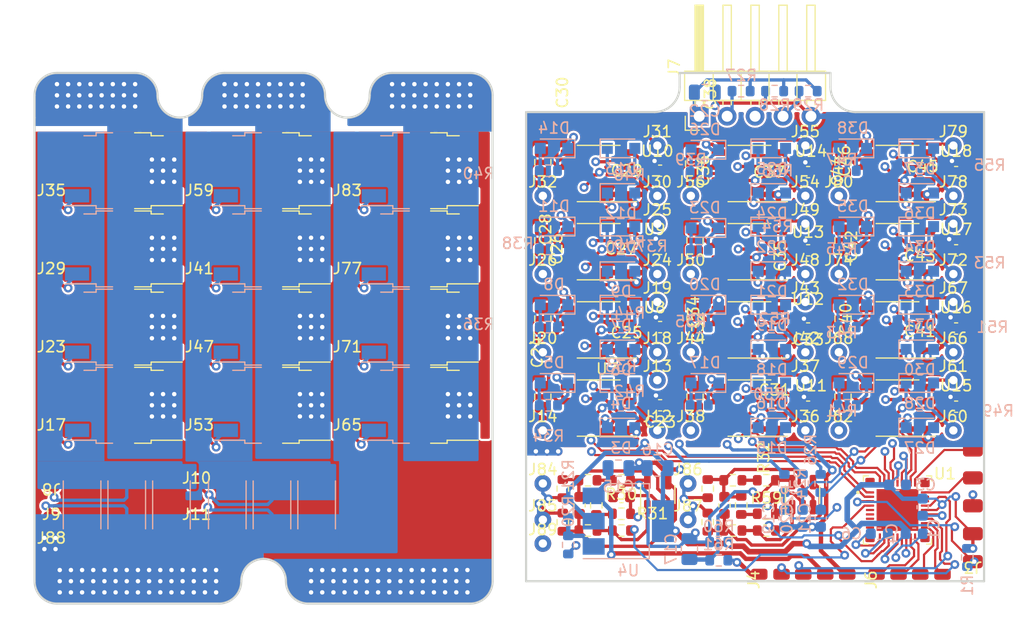
<source format=kicad_pcb>
(kicad_pcb (version 20211014) (generator pcbnew)
  (layers (0 "F.Cu" signal) (1 "In1.Cu" signal) (2 "In2.Cu" signal) (31 "B.Cu" signal) (34 "B.Paste" user) (35 "F.Paste" user) (36 "B.SilkS" user "B.Silkscreen") (37 "F.SilkS" user "F.Silkscreen") (38 "B.Mask" user) (39 "F.Mask" user) (44 "Edge.Cuts" user))
  (net 0 "")
  (net 1 "Net-(D4-Pad2)")
  (net 2 "VDD")
  (net 3 "/Phases/PHASE_A")
  (net 4 "Net-(D5-Pad2)")
  (net 5 "/Phases/Phase A/BRIDGE_LOW")
  (net 6 "Net-(D7-Pad2)")
  (net 7 "Net-(D8-Pad2)")
  (net 8 "Net-(D10-Pad2)")
  (net 9 "Net-(D11-Pad2)")
  (net 10 "Net-(D13-Pad2)")
  (net 11 "Net-(D14-Pad2)")
  (net 12 "Net-(D16-Pad2)")
  (net 13 "/Phases/PHASE_B")
  (net 14 "Net-(D17-Pad2)")
  (net 15 "/Phases/Phase B/BRIDGE_LOW")
  (net 16 "Net-(D19-Pad2)")
  (net 17 "Net-(D20-Pad2)")
  (net 18 "Net-(D22-Pad2)")
  (net 19 "Net-(D23-Pad2)")
  (net 20 "Net-(D25-Pad2)")
  (net 21 "Net-(D26-Pad2)")
  (net 22 "Net-(D28-Pad2)")
  (net 23 "/Phases/PHASE_C")
  (net 24 "Net-(D29-Pad2)")
  (net 25 "GNDPWR")
  (net 26 "Net-(D31-Pad2)")
  (net 27 "Net-(D32-Pad2)")
  (net 28 "Net-(D34-Pad2)")
  (net 29 "Net-(D35-Pad2)")
  (net 30 "Net-(D37-Pad2)")
  (net 31 "Net-(D38-Pad2)")
  (net 32 "/Phases/A_CURRENT_SENSE")
  (net 33 "GND")
  (net 34 "/GPIO0")
  (net 35 "Net-(C8-Pad1)")
  (net 36 "+3V3")
  (net 37 "/Phases/B_CURRENT_SENSE")
  (net 38 "Net-(C8-Pad2)")
  (net 39 "Net-(C9-Pad1)")
  (net 40 "Net-(C9-Pad2)")
  (net 41 "/GPIO1")
  (net 42 "/GPIO2")
  (net 43 "+5V")
  (net 44 "/GPIO3")
  (net 45 "Net-(C24-Pad2)")
  (net 46 "+3.3VA")
  (net 47 "GNDA")
  (net 48 "Net-(C26-Pad2)")
  (net 49 "Net-(C28-Pad2)")
  (net 50 "Net-(C30-Pad2)")
  (net 51 "+12V")
  (net 52 "Net-(C24-Pad1)")
  (net 53 "Net-(C26-Pad1)")
  (net 54 "Net-(C28-Pad1)")
  (net 55 "Net-(C30-Pad1)")
  (net 56 "Net-(C32-Pad1)")
  (net 57 "Net-(C34-Pad1)")
  (net 58 "Net-(C36-Pad1)")
  (net 59 "Net-(C38-Pad1)")
  (net 60 "Net-(C40-Pad1)")
  (net 61 "Net-(C42-Pad1)")
  (net 62 "Net-(C44-Pad1)")
  (net 63 "Net-(C46-Pad1)")
  (net 64 "Net-(D4-Pad1)")
  (net 65 "Net-(D5-Pad1)")
  (net 66 "Net-(D7-Pad1)")
  (net 67 "Net-(D8-Pad1)")
  (net 68 "Net-(D10-Pad1)")
  (net 69 "Net-(D11-Pad1)")
  (net 70 "Net-(D13-Pad1)")
  (net 71 "Net-(D14-Pad1)")
  (net 72 "Net-(D16-Pad1)")
  (net 73 "Net-(D17-Pad1)")
  (net 74 "Net-(D19-Pad1)")
  (net 75 "Net-(D20-Pad1)")
  (net 76 "Net-(D22-Pad1)")
  (net 77 "Net-(D23-Pad1)")
  (net 78 "Net-(D25-Pad1)")
  (net 79 "Net-(D26-Pad1)")
  (net 80 "Net-(D28-Pad1)")
  (net 81 "Net-(D29-Pad1)")
  (net 82 "Net-(D31-Pad1)")
  (net 83 "Net-(D32-Pad1)")
  (net 84 "Net-(D34-Pad1)")
  (net 85 "Net-(D35-Pad1)")
  (net 86 "Net-(D37-Pad1)")
  (net 87 "Net-(D38-Pad1)")
  (net 88 "/~{MCLR}")
  (net 89 "Net-(R22-Pad1)")
  (net 90 "Net-(R23-Pad1)")
  (net 91 "Net-(C32-Pad2)")
  (net 92 "/Phases/A_HIN")
  (net 93 "/Phases/~{A_LIN}")
  (net 94 "/Phases/B_HIN")
  (net 95 "/Phases/~{B_LIN}")
  (net 96 "/Phases/C_HIN")
  (net 97 "/Phases/~{C_LIN}")
  (net 98 "Net-(C34-Pad2)")
  (net 102 "Net-(C36-Pad2)")
  (net 103 "Net-(C38-Pad2)")
  (net 104 "Net-(C40-Pad2)")
  (net 105 "Net-(C42-Pad2)")
  (net 106 "/PGD1")
  (net 107 "/PGC1")
  (net 108 "Net-(C44-Pad2)")
  (net 109 "Net-(C46-Pad2)")
  (net 110 "Net-(J84-Pad1)")
  (net 111 "Net-(J85-Pad1)")
  (net 112 "Net-(J15-Pad1)")
  (net 113 "Net-(J21-Pad1)")
  (net 114 "Net-(J27-Pad1)")
  (net 115 "Net-(J33-Pad1)")
  (net 116 "Net-(J39-Pad1)")
  (net 117 "Net-(J45-Pad1)")
  (net 118 "Net-(J51-Pad1)")
  (net 119 "Net-(J57-Pad1)")
  (net 120 "Net-(J63-Pad1)")
  (net 121 "Net-(J69-Pad1)")
  (net 123 "Net-(R16-Pad2)")
  (net 124 "Net-(R17-Pad1)")
  (net 125 "Net-(R18-Pad2)")
  (net 126 "Net-(R19-Pad1)")
  (net 127 "Net-(R20-Pad1)")
  (net 128 "Net-(J7-Pad2)")
  (net 129 "Net-(J7-Pad3)")
  (net 130 "Net-(J7-Pad4)")
  (net 133 "Net-(J75-Pad1)")
  (net 134 "Net-(J81-Pad1)")
  (net 135 "Net-(J17-Pad1)")
  (net 136 "Net-(J23-Pad1)")
  (net 137 "Net-(J29-Pad1)")
  (net 138 "Net-(J35-Pad1)")
  (net 139 "Net-(J41-Pad1)")
  (net 140 "Net-(J47-Pad1)")
  (net 141 "Net-(J53-Pad1)")
  (net 142 "Net-(J59-Pad1)")
  (net 143 "Net-(J65-Pad1)")
  (net 144 "Net-(J71-Pad1)")
  (net 145 "Net-(J77-Pad1)")
  (net 146 "Net-(J83-Pad1)")
  (net 147 "Net-(J86-Pad1)")
  (net 148 "Net-(J87-Pad1)")
  (net 149 "/I2C_SCL")
  (net 150 "/I2C_SDA")
  (net 151 "/QEI_A{slash}HALL_A")
  (net 152 "/QEI_B{slash}HALL_B")
  (net 153 "/HOME{slash}HALL_C")
  (footprint "Package_SO:SOP-8_3.9x4.9mm_P1.27mm" (layer "F.Cu") (at 130.048 100.076 180)
    (fp_text reference "U17")
    (fp_text value "EG2131")
  )
  (footprint "Resistor_SMD:R_0603_1608Metric" (layer "F.Cu") (at 118.121446 120.864446 180)
    (fp_text reference "R32")
    (fp_text value "3.3k")
  )
  (footprint "Library:SmallPin" (layer "F.Cu") (at 135.128 104.648)
    (fp_text reference "J67")
    (fp_text value "Conn_01x01")
  )
  (footprint "Library:SmallPin" (layer "F.Cu") (at 124.714 116.332)
    (fp_text reference "J62")
    (fp_text value "Conn_01x01")
  )
  (footprint "Capacitor_SMD:C_0603_1608Metric" (layer "F.Cu") (at 121.92 99.949 180)
    (fp_text reference "C35")
    (fp_text value "100n")
  )
  (footprint "Package_TO_SOT_SMD:TO-252-2" (layer "F.Cu") (at 86.614 114.046 180)
    (fp_text reference "Q17" hide)
    (fp_text value "Q_NMOS_GDS")
  )
  (footprint "Package_SO:SOP-8_3.9x4.9mm_P1.27mm" (layer "F.Cu") (at 116.586 114.3 180)
    (fp_text reference "U11")
    (fp_text value "EG2131")
  )
  (footprint "Library:SmallPad" (layer "F.Cu") (at 80.01 102.108)
    (fp_text reference "J77")
    (fp_text value "Conn_01x01")
  )
  (footprint "Library:SmallPad" (layer "F.Cu") (at 66.294 124.46)
    (fp_text reference "J11")
    (fp_text value "Conn_01x01")
  )
  (footprint "Library:SmallPad" (layer "F.Cu") (at 53.086 116.332)
    (fp_text reference "J17")
    (fp_text value "Conn_01x01")
  )
  (footprint "Capacitor_SMD:C_0805_2012Metric" (layer "F.Cu") (at 125.095 113.284 90)
    (fp_text reference "C40")
    (fp_text value "10u")
  )
  (footprint "Library:SmallPad" (layer "F.Cu") (at 53.086 124.46)
    (fp_text reference "J9")
    (fp_text value "Conn_01x01")
  )
  (footprint "Library:SmallPin" (layer "F.Cu") (at 135.128 109.22)
    (fp_text reference "J66")
    (fp_text value "Conn_01x01")
  )
  (footprint "Library:SmallPad" (layer "F.Cu") (at 66.548 102.108)
    (fp_text reference "J41")
    (fp_text value "Conn_01x01")
  )
  (footprint "Capacitor_SMD:C_0603_1608Metric" (layer "F.Cu") (at 121.92 107.061 180)
    (fp_text reference "C33")
    (fp_text value "100n")
  )
  (footprint "Library:SmallPin" (layer "F.Cu") (at 108.204 109.22)
    (fp_text reference "J18")
    (fp_text value "Conn_01x01")
  )
  (footprint "Package_TO_SOT_SMD:TO-252-2" (layer "F.Cu") (at 73.152 99.823 180)
    (fp_text reference "Q9" hide)
    (fp_text value "Q_NMOS_GDS")
  )
  (footprint "Package_SO:SOP-8_3.9x4.9mm_P1.27mm" (layer "F.Cu") (at 102.87 100.076 180)
    (fp_text reference "U9")
    (fp_text value "EG2131")
  )
  (footprint "Library:SmallPin" (layer "F.Cu") (at 108.204 116.332)
    (fp_text reference "J12")
    (fp_text value "Conn_01x01")
  )
  (footprint "Package_TO_SOT_SMD:TSOT-23-5" (layer "F.Cu") (at 108.24175 122.174 90)
    (fp_text reference "U2" hide)
    (fp_text value "GS8051")
  )
  (footprint "Library:SmallPad" (layer "F.Cu") (at 80.01 94.996)
    (fp_text reference "J83")
    (fp_text value "Conn_01x01")
  )
  (footprint "Library:SmallPin" (layer "F.Cu") (at 121.666 109.22)
    (fp_text reference "J42")
    (fp_text value "Conn_01x01")
  )
  (footprint "Package_TO_SOT_SMD:TO-252-2" (layer "F.Cu") (at 86.614 99.822 180)
    (fp_text reference "Q21" hide)
    (fp_text value "Q_NMOS_GDS")
  )
  (footprint "Library:SmallPin" (layer "F.Cu") (at 110.998 124.46)
    (fp_text reference "J87")
    (fp_text value "Conn_01x01")
  )
  (footprint "Library:SmallPin" (layer "F.Cu") (at 121.666 116.332)
    (fp_text reference "J36")
    (fp_text value "Conn_01x01")
  )
  (footprint "Connector_PinHeader_2.54mm:PinHeader_1x05_P2.54mm_Horizontal" (layer "F.Cu") (at 112.014 87.757 90)
    (fp_text reference "J7")
    (fp_text value "Conn_01x05")
  )
  (footprint "Resistor_SMD:R_0603_1608Metric" (layer "F.Cu") (at 104.93975 125.438249 180)
    (fp_text reference "R57" hide)
    (fp_text value "33")
  )
  (footprint "Capacitor_SMD:C_0805_2012Metric" (layer "F.Cu") (at 125.095 106.172 90)
    (fp_text reference "C42")
    (fp_text value "10u")
  )
  (footprint "footprints:EdgeConnector_5" (layer "F.Cu") (at 117.475 129.913 90)
    (fp_text reference "J4")
    (fp_text value "Conn_01x05")
  )
  (footprint "Library:SmallPin" (layer "F.Cu") (at 121.666 102.108)
    (fp_text reference "J48")
    (fp_text value "Conn_01x01")
  )
  (footprint "Library:SmallPin" (layer "F.Cu") (at 97.79 109.22)
    (fp_text reference "J20")
    (fp_text value "Conn_01x01")
  )
  (footprint "Library:SmallPin" (layer "F.Cu") (at 121.666 90.424)
    (fp_text reference "J55")
    (fp_text value "Conn_01x01")
  )
  (footprint "Capacitor_SMD:C_0805_2012Metric" (layer "F.Cu") (at 97.79 99.06 90)
    (fp_text reference "C28")
    (fp_text value "10u")
  )
  (footprint "Resistor_SMD:R_0603_1608Metric" (layer "F.Cu") (at 118.121446 125.436446 180)
    (fp_text reference "R58" hide)
    (fp_text value "33")
  )
  (footprint "Resistor_SMD:R_0603_1608Metric" (layer "F.Cu") (at 101.89175 125.438249 180)
    (fp_text reference "R22" hide)
    (fp_text value "3.3k")
  )
  (footprint "Library:SmallPin" (layer "F.Cu") (at 111.252 109.22)
    (fp_text reference "J44")
    (fp_text value "Conn_01x01")
  )
  (footprint "Library:SmallPad" (layer "F.Cu") (at 53.086 109.22)
    (fp_text reference "J23")
    (fp_text value "Conn_01x01")
  )
  (footprint "Library:SmallPin" (layer "F.Cu") (at 121.666 111.76)
    (fp_text reference "J37")
    (fp_text value "Conn_01x01")
  )
  (footprint "Capacitor_SMD:C_0603_1608Metric" (layer "F.Cu") (at 104.93975 122.390249)
    (fp_text reference "C12" hide)
    (fp_text value "100n")
  )
  (footprint "Package_SO:SOP-8_3.9x4.9mm_P1.27mm" (layer "F.Cu") (at 116.586 100.076 180)
    (fp_text reference "U13")
    (fp_text value "EG2131")
  )
  (footprint "Library:SmallPin" (layer "F.Cu") (at 135.128 102.108)
    (fp_text reference "J72")
    (fp_text value "Conn_01x01")
  )
  (footprint "Library:SmallPin" (layer "F.Cu") (at 108.204 97.536)
    (fp_text reference "J25")
    (fp_text value "Conn_01x01")
  )
  (footprint "Library:SmallPin" (layer "F.Cu") (at 108.204 94.996)
    (fp_text reference "J30")
    (fp_text value "Conn_01x01")
  )
  (footprint "Capacitor_SMD:C_0603_1608Metric" (layer "F.Cu") (at 135.382 107.061 180)
    (fp_text reference "C41")
    (fp_text value "100n")
  )
  (footprint "Capacitor_SMD:C_0603_1608Metric" (layer "F.Cu") (at 135.382 114.173 180)
    (fp_text reference "C39" hide)
    (fp_text value "100n")
  )
  (footprint "Library:SmallPin" (layer "F.Cu") (at 108.204 104.648)
    (fp_text reference "J19")
    (fp_text value "Conn_01x01")
  )
  (footprint "Resistor_SMD:R_0603_1608Metric" (layer "F.Cu") (at 104.93975 120.866249)
    (fp_text reference "R30")
    (fp_text value "3.3k")
  )
  (footprint "Resistor_SMD:R_0603_1608Metric" (layer "F.Cu") (at 115.835446 123.150446 90)
    (fp_text reference "R19" hide)
    (fp_text value "3.3k")
  )
  (footprint "Capacitor_SMD:C_0603_1608Metric" (layer "F.Cu") (at 108.458 92.71 180)
    (fp_text reference "C29")
    (fp_text value "100n")
  )
  (footprint "Package_SO:SOP-8_3.9x4.9mm_P1.27mm" (layer "F.Cu") (at 102.87 107.188 180)
    (fp_text reference "U8")
    (fp_text value "EG2131")
  )
  (footprint "Library:SmallPad" (layer "F.Cu") (at 53.086 94.996)
    (fp_text reference "J35")
    (fp_text value "Conn_01x01")
  )
  (footprint "Library:SmallPin" (layer "F.Cu") (at 124.714 94.996)
    (fp_text reference "J80")
    (fp_text value "Conn_01x01")
  )
  (footprint "Capacitor_SMD:C_0603_1608Metric" (layer "F.Cu") (at 121.92 92.837 180)
    (fp_text reference "C37")
    (fp_text value "100n")
  )
  (footprint "Library:SmallPin" (layer "F.Cu") (at 124.714 109.22)
    (fp_text reference "J68")
    (fp_text value "Conn_01x01")
  )
  (footprint "Library:SmallPad" (layer "F.Cu") (at 53.086 126.619)
    (fp_text reference "J88")
    (fp_text value "Conn_01x01")
  )
  (footprint "Library:SmallPad" (layer "F.Cu") (at 53.086 121.158 180)
    (fp_text reference "J8")
    (fp_text value "Conn_01x01")
  )
  (footprint "Capacitor_SMD:C_0603_1608Metric" (layer "F.Cu") (at 101.12975 123.152249 -90)
    (fp_text reference "C8" hide)
    (fp_text value "1n")
  )
  (footprint "Library:SmallPad" (layer "F.Cu") (at 53.086 102.108)
    (fp_text reference "J29")
    (fp_text value "Conn_01x01")
  )
  (footprint "Library:SmallPin" (layer "F.Cu") (at 97.79 124.46)
    (fp_text reference "J85")
    (fp_text value "Conn_01x01")
  )
  (footprint "Capacitor_SMD:C_0805_2012Metric" (layer "F.Cu") (at 111.633 99.06 90)
    (fp_text reference "C36")
    (fp_text value "10u")
  )
  (footprint "Resistor_SMD:R_0603_1608Metric" (layer "F.Cu") (at 104.93975 123.914249 180)
    (fp_text reference "R31")
    (fp_text value "3.3k")
  )
  (footprint "Package_SO:SOP-8_3.9x4.9mm_P1.27mm" (layer "F.Cu") (at 116.586 92.964 180)
    (fp_text reference "U14")
    (fp_text value "EG2131")
  )
  (footprint "Resistor_SMD:R_0603_1608Metric" (layer "F.Cu") (at 112.787446 124.674446 90)
    (fp_text reference "R11" hide)
    (fp_text value "120")
  )
  (footprint "Package_SO:SOP-8_3.9x4.9mm_P1.27mm" (layer "F.Cu") (at 130.048 114.3 180)
    (fp_text reference "U15")
    (fp_text value "EG2131")
  )
  (footprint "Capacitor_SMD:C_0805_2012Metric" (layer "F.Cu") (at 97.79 106.172 90)
    (fp_text reference "C26")
    (fp_text value "10u")
  )
  (footprint "Resistor_SMD:R_0603_1608Metric" (layer "F.Cu") (at 112.787446 121.626446 -90)
    (fp_text reference "R10" hide)
    (fp_text value "120")
  )
  (footprint "Capacitor_SMD:C_0603_1608Metric" (layer "F.Cu") (at 114.311446 123.150446 -90)
    (fp_text reference "C9" hide)
    (fp_text value "1n")
  )
  (footprint "Library:SmallPin" (layer "F.Cu") (at 97.79 116.332)
    (fp_text reference "J14")
    (fp_text value "Conn_01x01")
  )
  (footprint "Capacitor_SMD:C_0603_1608Metric" (layer "F.Cu") (at 121.92 114.173 180)
    (fp_text reference "C31")
    (fp_text value "100n")
  )
  (footprint "Library:SmallPin" (layer "F.Cu") (at 124.714 102.108)
    (fp_text reference "J74")
    (fp_text value "Conn_01x01")
  )
  (footprint "Library:SmallPin" (layer "F.Cu") (at 135.128 97.536)
    (fp_text reference "J73")
    (fp_text value "Conn_01x01")
  )
  (footprint "Library:SmallPin" (layer "F.Cu") (at 121.666 104.648)
    (fp_text reference "J43")
    (fp_text value "Conn_01x01")
  )
  (footprint "Library:SmallPin" (layer "F.Cu") (at 108.204 102.108)
    (fp_text reference "J24")
    (fp_text value "Conn_01x01")
  )
  (footprint "Package_TO_SOT_SMD:TO-252-2" (layer "F.Cu") (at 86.614 106.936 180)
    (fp_text reference "Q19" hide)
    (fp_text value "Q_NMOS_GDS")
  )
  (footprint "Package_SO:SOP-8_3.9x4.9mm_P1.27mm" (layer "F.Cu") (at 102.87 114.3 180)
    (fp_text reference "U7")
    (fp_text value "EG2131")
  )
  (footprint "Library:SmallPad" (layer "F.Cu") (at 66.548 116.332)
    (fp_text reference "J53")
    (fp_text value "Conn_01x01")
  )
  (footprint "Package_TO_SOT_SMD:TO-252-2" (layer "F.Cu") (at 59.69 99.823 180)
    (fp_text reference "Q5" hide)
    (fp_text value "Q_NMOS_GDS")
  )
  (footprint "Resistor_SMD:R_0603_1608Metric" (layer "F.Cu") (at 99.60575 121.628249 -90)
    (fp_text reference "R8" hide)
    (fp_text value "120")
  )
  (footprint "footprints:ProgConnector" (layer "F.Cu") (at 136.906 128.27 180)
    (fp_text reference "J3")
    (fp_text value "Conn_01x05")
  )
  (footprint "Library:SmallPin" (layer "F.Cu") (at 121.666 94.996)
    (fp_text reference "J54")
    (fp_text value "Conn_01x01")
  )
  (footprint "Capacitor_SMD:C_0603_1608Metric" (layer "F.Cu") (at 108.458 114.046 180)
    (fp_text reference "C23")
    (fp_text value "100n")
  )
  (footprint "Library:SmallPin" (layer "F.Cu") (at 135.128 94.996)
    (fp_text reference "J78")
    (fp_text value "Conn_01x01")
  )
  (footprint "Capacitor_SMD:C_0805_2012Metric" (layer "F.Cu") (at 111.633 106.172 90)
    (fp_text reference "C34")
    (fp_text value "10u")
  )
  (footprint "Capacitor_SMD:C_0603_1608Metric" (layer "F.Cu") (at 118.121446 122.388446)
    (fp_text reference "C13" hide)
    (fp_text value "100n")
  )
  (footprint "Capacitor_SMD:C_0603_1608Metric" (layer "F.Cu") (at 108.458 99.822 180)
    (fp_text reference "C27")
    (fp_text value "100n")
  )
  (footprint "Package_SO:SOP-8_3.9x4.9mm_P1.27mm" (layer "F.Cu") (at 130.048 92.964 180)
    (fp_text reference "U18")
    (fp_text value "EG2131")
  )
  (footprint "Library:SmallPin" (layer "F.Cu") (at 97.79 126.619)
    (fp_text reference "J89")
    (fp_text value "Conn_01x01")
  )
  (footprint "Package_TO_SOT_SMD:TO-252-2" (layer "F.Cu") (at 73.152 92.71 180)
    (fp_text reference "Q15" hide)
    (fp_text value "Q_NMOS_GDS")
  )
  (footprint "Capacitor_SMD:C_0603_1608Metric" (layer "F.Cu") (at 135.382 92.837 180)
    (fp_text reference "C45")
    (fp_text value "100n")
  )
  (footprint "Library:SmallPin" (layer "F.Cu") (at 110.998 121.158)
    (fp_text reference "J86")
    (fp_text value "Conn_01x01")
  )
  (footprint "Library:SmallPin" (layer "F.Cu") (at 108.204 90.424)
    (fp_text reference "J31")
    (fp_text value "Conn_01x01")
  )
  (footprint "Library:SmallPin" (layer "F.Cu") (at 111.252 94.996)
    (fp_text reference "J56")
    (fp_text value "Conn_01x01")
  )
  (footprint "footprints:UQFN-36" (layer "F.Cu") (at 130.048 123.571)
    (fp_text reference "U1")
    (fp_text value "dsPIC33CK64MC103")
  )
  (footprint "Capacitor_SMD:C_0805_2012Metric" (layer "F.Cu") (at 97.79 91.948 90)
    (fp_text reference "C30")
    (fp_text value "10u")
  )
  (footprint "Library:SmallPad" (layer "F.Cu") (at 80.01 109.22)
    (fp_text reference "J71")
    (fp_text value "Conn_01x01")
  )
  (footprint "Library:SmallPin" (layer "F.Cu") (at 135.128 90.424)
    (fp_text reference "J79")
    (fp_text value "Conn_01x01")
  )
  (footprint "Resistor_SMD:R_0603_1608Metric" (layer "F.Cu") (at 102.65375 123.152249 90)
    (fp_text reference "R17" hide)
    (fp_text value "3.3k")
  )
  (footprint "Resistor_SMD:R_0603_1608Metric" (layer "F.Cu") (at 101.89175 120.866249)
    (fp_text reference "R16" hide)
    (fp_text value "3.3k")
  )
  (footprint "Library:SmallPin" (layer "F.Cu") (at 97.79 94.996)
    (fp_text reference "J32")
    (fp_text value "Conn_01x01")
  )
  (footprint "Package_TO_SOT_SMD:TO-252-2" (layer "F.Cu") (at 59.69 114.046 180)
    (fp_text reference "Q1" hide)
    (fp_text value "Q_NMOS_GDS")
  )
  (footprint "Package_SO:SOP-8_3.9x4.9mm_P1.27mm" (layer "F.Cu") (at 116.586 107.188 180)
    (fp_text reference "U12")
    (fp_text value "EG2131")
  )
  (footprint "Capacitor_SMD:C_0603_1608Metric" (layer "F.Cu") (at 108.458 106.934 180)
    (fp_text reference "C25")
    (fp_text value "100n")
  )
  (footprint "Library:SmallPin" (layer "F.Cu") (at 108.204 111.76)
    (fp_text reference "J13")
    (fp_text value "Conn_01x01")
  )
  (footprint "Package_SO:SOP-8_3.9x4.9mm_P1.27mm" (layer "F.Cu") (at 130.048 107.188 180)
    (fp_text reference "U16")
    (fp_text value "EG2131")
  )
  (footprint "Package_TO_SOT_SMD:TO-252-2" (layer "F.Cu") (at 86.614 92.71 180)
    (fp_text reference "Q23" hide)
    (fp_text value "Q_NMOS_GDS")
  )
  (footprint "Resistor_SMD:R_0603_1608Metric" (layer "F.Cu") (at 115.073446 125.436446 180)
    (fp_text reference "R23" hide)
    (fp_text value "3.3k")
  )
  (footprint "Library:SmallPin" (layer "F.Cu") (at 97.79 102.108)
    (fp_text reference "J26")
    (fp_text value "Conn_01x01")
  )
  (footprint "Capacitor_SMD:C_0805_2012Metric" (layer "F.Cu") (at 111.506 92.075 90)
    (fp_text reference "C38")
    (fp_text value "10u")
  )
  (footprint "Library:SmallPin" (layer "F.Cu") (at 111.252 102.108)
    (fp_text reference "J50")
    (fp_text value "Conn_01x01")
  )
  (footprint "Library:SmallPad" (layer "F.Cu") (at 66.548 109.22)
    (fp_text reference "J47")
    (fp_text value "Conn_01x01")
  )
  (footprint "Capacitor_SMD:C_0603_1608Metric" (layer "F.Cu") (at 135.382 99.949 180)
    (fp_text reference "C43")
    (fp_text value "100n")
  )
  (footprint "Package_TO_SOT_SMD:TSOT-23-5" (layer "F.Cu") (at 121.412 122.174 90)
    (fp_text reference "U3" hide)
    (fp_text value "GS8051")
  )
  (footprint "Package_TO_SOT_SMD:TO-252-2" (layer "F.Cu") (at 73.152 106.936 180)
    (fp_text reference "Q11" hide)
    (fp_text value "Q_NMOS_GDS")
  )
  (footprint "Resistor_SMD:R_0603_1608Metric" (layer "F.Cu") (at 115.073446 120.864446)
    (fp_text reference "R18" hide)
    (fp_text value "3.3k")
  )
  (footprint "Library:SmallPin" (layer "F.Cu") (at 111.252 116.332)
    (fp_text reference "J38")
    (fp_text value "Conn_01x01")
  )
  (footprint "Resistor_SMD:R_0603_1608Metric" (layer "F.Cu") (at 99.60575 124.676249 90)
    (fp_text reference "R9" hide)
    (fp_text value "120")
  )
  (footprint "Package_TO_SOT_SMD:TO-252-2" (layer "F.Cu") (at 73.152 114.046 180)
    (fp_text reference "Q13" hide)
    (fp_text value "Q_NMOS_GDS")
  )
  (footprint "Library:SmallPad" (layer "F.Cu") (at 66.294 121.158)
    (fp_text reference "J10")
    (fp_text value "Conn_01x01")
  )
  (footprint "Package_SO:SOP-8_3.9x4.9mm_P1.27mm" (layer "F.Cu") (at 102.87 92.964 180)
    (fp_text reference "U10")
    (fp_text value "EG2131")
  )
  (footprint "Package_TO_SOT_SMD:TO-252-2" (layer "F.Cu") (at 59.69 106.936 180)
    (fp_text reference "Q3" hide)
    (fp_text value "Q_NMOS_GDS")
  )
  (footprint "Capacitor_SMD:C_0805_2012Metric" (layer "F.Cu") (at 111.633 113.284 90)
    (fp_text reference "C32")
    (fp_text value "10u")
  )
  (footprint "Library:SmallPad" (layer "F.Cu") (at 80.01 116.332)
    (fp_text reference "J65")
    (fp_text value "Conn_01x01")
  )
  (footprint "Library:SmallPin" (layer "F.Cu") (at 135.128 116.332)
    (fp_text reference "J60")
    (fp_text value "Conn_01x01")
  )
  (footprint "Library:SmallPin" (layer "F.Cu") (at 97.79 121.158)
    (fp_text reference "J84")
    (fp_text value "Conn_01x01")
  )
  (footprint "Library:SmallPin" (layer "F.Cu") (at 121.666 97.536)
    (fp_text reference "J49")
    (fp_text value "Conn_01x01")
  )
  (footprint "footprints:EdgeConnector_4" (layer "F.Cu") (at 128.143 129.921 90)
    (fp_text reference "J6")
    (fp_text value "Conn_01x04")
  )
  (footprint "Capacitor_SMD:C_0805_2012Metric" (layer "F.Cu") (at 125.095 91.948 90)
    (fp_text reference "C46")
    (fp_text value "10u")
  )
  (footprint "Capacitor_SMD:C_0805_2012Metric" (layer "F.Cu") (at 125.095 99.06 90)
    (fp_text reference "C44")
    (fp_text value "10u")
  )
  (footprint "Capacitor_SMD:C_0805_2012Metric" (layer "F.Cu") (at 97.79 113.284 90)
    (fp_text reference "C24")
    (fp_text value "10u")
  )
  (footprint "Library:SmallPad" (layer "F.Cu") (at 66.548 94.996)
    (fp_text reference "J59")
    (fp_text value "Conn_01x01")
  )
  (footprint "Library:SmallPin" (layer "F.Cu") (at 135.128 111.76)
    (fp_text reference "J61")
    (fp_text value "Conn_01x01")
  )
  (footprint "Resistor_SMD:R_0603_1608Metric" (layer "F.Cu") (at 118.121446 123.912446)
    (fp_text reference "R59")
    (fp_text value "3.3k")
  )
  (footprint "Package_TO_SOT_SMD:TO-252-2" (layer "F.Cu") (at 59.69 92.71 180)
    (fp_text reference "Q7" hide)
    (fp_text value "Q_NMOS_GDS")
  )
  (footprint "Resistor_SMD:R_0603_1608Metric" (layer "B.Cu") (at 118.618 106.934)
    (fp_text reference "R43")
    (fp_text value "15")
  )
  (footprint "Package_TO_SOT_SMD:TO-252-2" (layer "B.Cu") (at 73.152 114.046)
    (fp_text reference "Q14" hide)
    (fp_text value "Q_NMOS_GDS")
  )
  (footprint "Diode_SMD:D_SOD-323_HandSoldering" (layer "B.Cu") (at 118.618 108.966)
    (fp_text reference "D18")
    (fp_text value "1N5819WS")
  )
  (footprint "Diode_SMD:D_SOD-323_HandSoldering" (layer "B.Cu") (at 125.984 90.678 180)
    (fp_text reference "D38")
    (fp_text value "1N5819WS")
  )
  (footprint "Resistor_SMD:R_0603_1608Metric" (layer "B.Cu") (at 123.063 121.158 90)
    (fp_text reference "R26")
    (fp_text value "1k")
  )
  (footprint "Package_TO_SOT_SMD:TO-252-2" (layer "B.Cu") (at 86.614 92.71)
    (fp_text reference "Q24" hide)
    (fp_text value "Q_NMOS_GDS")
  )
  (footprint "Package_TO_SOT_SMD:TO-252-2" (layer "B.Cu") (at 59.622 114.046)
    (fp_text reference "Q2" hide)
    (fp_text value "Q_NMOS_GDS")
  )
  (footprint "Resistor_SMD:R_0603_1608Metric" (layer "B.Cu") (at 118.618 92.71)
    (fp_text reference "R47")
    (fp_text value "15")
  )
  (footprint "Diode_SMD:D_SOD-323_HandSoldering" (layer "B.Cu") (at 118.618 101.854)
    (fp_text reference "D21")
    (fp_text value "1N5819WS")
  )
  (footprint "Resistor_SMD:R_2512_6332Metric" (layer "B.Cu") (at 77.216 123.1045 -90)
    (fp_text reference "R7" hide)
    (fp_text value "3m")
  )
  (footprint "Resistor_SMD:R_0603_1608Metric" (layer "B.Cu") (at 136.398 127.889 -90)
    (fp_text reference "R1")
    (fp_text value "10k")
  )
  (footprint "Diode_SMD:D_SOD-323_HandSoldering" (layer "B.Cu") (at 104.902 112.014)
    (fp_text reference "D4")
    (fp_text value "1N5819WS")
  )
  (footprint "Resistor_SMD:R_0603_1608Metric" (layer "B.Cu") (at 121.412 121.158 90)
    (fp_text reference "R25")
    (fp_text value "1k")
  )
  (footprint "Resistor_SMD:R_2512_6332Metric" (layer "B.Cu") (at 59.944 123.1045 -90)
    (fp_text reference "R3" hide)
    (fp_text value "3m")
  )
  (footprint "Diode_SMD:D_SOD-323_HandSoldering" (layer "B.Cu") (at 98.806 112.014 180)
    (fp_text reference "D5")
    (fp_text value "1N5819WS")
  )
  (footprint "Resistor_SMD:R_0603_1608Metric" (layer "B.Cu") (at 98.298 92.71 180)
    (fp_text reference "R40")
    (fp_text value "15")
  )
  (footprint "Diode_SMD:D_SOD-323_HandSoldering" (layer "B.Cu") (at 132.08 104.902)
    (fp_text reference "D31")
    (fp_text value "1N5819WS")
  )
  (footprint "Diode_SMD:D_SOD-323_HandSoldering" (layer "B.Cu") (at 132.08 116.078)
    (fp_text reference "D27")
    (fp_text value "1N5819WS")
  )
  (footprint "Resistor_SMD:R_2512_6332Metric" (layer "B.Cu") (at 64.008 123.1045 -90)
    (fp_text reference "R4" hide)
    (fp_text value "3m")
  )
  (footprint "Diode_SMD:D_SOD-323_HandSoldering" (layer "B.Cu") (at 132.08 90.678)
    (fp_text reference "D37")
    (fp_text value "1N5819WS")
  )
  (footprint "Diode_SMD:D_SOD-323_HandSoldering" (layer "B.Cu") (at 104.902 104.902)
    (fp_text reference "D7")
    (fp_text value "1N5819WS")
  )
  (footprint "Resistor_SMD:R_0603_1608Metric" (layer "B.Cu") (at 112.014 114.046 180)
    (fp_text reference "R42")
    (fp_text value "15")
  )
  (footprint "Resistor_SMD:R_0603_1608Metric" (layer "B.Cu") (at 118.618 99.822)
    (fp_text reference "R45")
    (fp_text value "15")
  )
  (footprint "Diode_SMD:D_SOD-323_HandSoldering" (layer "B.Cu") (at 112.522 104.902 180)
    (fp_text reference "D20")
    (fp_text value "1N5819WS")
  )
  (footprint "Package_TO_SOT_SMD:TO-252-2" (layer "B.Cu") (at 86.614 114.046)
    (fp_text reference "Q18" hide)
    (fp_text value "Q_NMOS_GDS")
  )
  (footprint "Package_TO_SOT_SMD:TO-252-2" (layer "B.Cu") (at 59.622 106.936)
    (fp_text reference "Q4" hide)
    (fp_text value "Q_NMOS_GDS")
  )
  (footprint "Diode_SMD:D_SOD-323_HandSoldering" (layer "B.Cu") (at 125.984 104.902 180)
    (fp_text reference "D32")
    (fp_text value "1N5819WS")
  )
  (footprint "Resistor_SMD:R_0603_1608Metric" (layer "B.Cu") (at 125.476 106.934 180)
    (fp_text reference "R52")
    (fp_text value "15")
  )
  (footprint "Capacitor_SMD:C_0805_2012Metric" (layer "B.Cu") (at 111.125 127.127 -90)
    (fp_text reference "C17")
    (fp_text value "10u")
  )
  (footprint "Diode_SMD:D_SOD-323_HandSoldering" (layer "B.Cu") (at 98.806 90.678 180)
    (fp_text reference "D14")
    (fp_text value "1N5819WS")
  )
  (footprint "Diode_SMD:D_SOD-323_HandSoldering" (layer "B.Cu") (at 132.08 101.854)
    (fp_text reference "D33")
    (fp_text value "1N5819WS")
  )
  (footprint "Resistor_SMD:R_0603_1608Metric" (layer "B.Cu") (at 119.761 121.158 90)
    (fp_text reference "R24")
    (fp_text value "1k")
  )
  (footprint "Resistor_SMD:R_0603_1608Metric" (layer "B.Cu") (at 100.101 126.746 -90)
    (fp_text reference "R20")
    (fp_text value "1.5k")
  )
  (footprint "Resistor_SMD:R_0603_1608Metric" (layer "B.Cu") (at 132.08 106.934)
    (fp_text reference "R51")
    (fp_text value "15")
  )
  (footprint "Capacitor_SMD:C_0603_1608Metric" (layer "B.Cu") (at 123.063 124.333 -90)
    (fp_text reference "C21")
    (fp_text value "1n")
  )
  (footprint "Package_TO_SOT_SMD:TO-252-2" (layer "B.Cu") (at 59.622 99.823)
    (fp_text reference "Q6" hide)
    (fp_text value "Q_NMOS_GDS")
  )
  (footprint "Diode_SMD:D_SOD-323_HandSoldering" (layer "B.Cu") (at 104.902 108.966)
    (fp_text reference "D6")
    (fp_text value "1N5819WS")
  )
  (footprint "Resistor_SMD:R_0603_1608Metric" (layer "B.Cu") (at 98.298 106.934 180)
    (fp_text reference "R36")
    (fp_text value "15")
  )
  (footprint "Diode_SMD:D_SOD-323_HandSoldering" (layer "B.Cu") (at 118.618 97.79)
    (fp_text reference "D22")
    (fp_text value "1N5819WS")
  )
  (footprint "Capacitor_SMD:C_0805_2012Metric" (layer "B.Cu") (at 104.673 119.761)
    (fp_text reference "C15")
    (fp_text value "10u")
  )
  (footprint "Resistor_SMD:R_0603_1608Metric" (layer "B.Cu") (at 121.92 85.471 180)
    (fp_text reference "R29")
    (fp_text value "1k")
  )
  (footprint "Package_TO_SOT_SMD:TO-252-2" (layer "B.Cu") (at 86.614 99.823)
    (fp_text reference "Q22" hide)
    (fp_text value "Q_NMOS_GDS")
  )
  (footprint "Resistor_SMD:R_0603_1608Metric" (layer "B.Cu") (at 98.298 114.046 180)
    (fp_text reference "R34")
    (fp_text value "15")
  )
  (footprint "Resistor_SMD:R_0603_1608Metric" (layer "B.Cu") (at 125.476 114.046 180)
    (fp_text reference "R50")
    (fp_text value "15")
  )
  (footprint "Resistor_SMD:R_0603_1608Metric" (layer "B.Cu") (at 118.872 85.471 180)
    (fp_text reference "R28")
    (fp_text value "1k")
  )
  (footprint "Diode_SMD:D_SOD-323_HandSoldering" (layer "B.Cu") (at 104.902 94.742)
    (fp_text reference "D12")
    (fp_text value "1N5819WS")
  )
  (footprint "Capacitor_SMD:C_0603_1608Metric" (layer "B.Cu") (at 128.397 125.73)
    (fp_text reference "C6")
    (fp_text value "100n")
  )
  (footprint "Resistor_SMD:R_0603_1608Metric" (layer "B.Cu") (at 113.792 126.492 180)
    (fp_text reference "R60")
    (fp_text value "0R")
  )
  (footprint "Resistor_SMD:R_0603_1608Metric" (layer "B.Cu") (at 113.792 128.143 180)
    (fp_text reference "R61")
    (fp_text value "0R")
  )
  (footprint "Diode_SMD:D_SOD-323_HandSoldering" (layer "B.Cu") (at 104.902 101.854)
    (fp_text reference "D9")
    (fp_text value "1N5819WS")
  )
  (footprint "Capacitor_SMD:C_0805_2012Metric" (layer "B.Cu") (at 112.522 85.598)
    (fp_text reference "C22")
    (fp_text value "10u")
  )
  (footprint "Resistor_SMD:R_0603_1608Metric" (layer "B.Cu") (at 98.298 99.822 180)
    (fp_text reference "R38")
    (fp_text value "15")
  )
  (footprint "Package_TO_SOT_SMD:TO-252-2" (layer "B.Cu") (at 73.152 92.71)
    (fp_text reference "Q16" hide)
    (fp_text value "Q_NMOS_GDS")
  )
  (footprint "Package_TO_SOT_SMD:TO-252-2" (layer "B.Cu") (at 73.152 99.823)
    (fp_text reference "Q10" hide)
    (fp_text value "Q_NMOS_GDS")
  )
  (footprint "Diode_SMD:D_SOD-323_HandSoldering" (layer "B.Cu") (at 112.522 90.805 180)
    (fp_text reference "D26")
    (fp_text value "1N5819WS")
  )
  (footprint "Capacitor_SMD:C_0603_1608Metric" (layer "B.Cu") (at 132.334 123.317 90)
    (fp_text reference "C1")
    (fp_text value "100n")
  )
  (footprint "Resistor_SMD:R_0603_1608Metric" (layer "B.Cu") (at 125.476 99.822 180)
    (fp_text reference "R54")
    (fp_text value "15")
  )
  (footprint "Diode_SMD:D_SOD-323_HandSoldering" (layer "B.Cu") (at 125.984 112.014 180)
    (fp_text reference "D29")
    (fp_text value "1N5819WS")
  )
  (footprint "Diode_SMD:D_SOD-323_HandSoldering" (layer "B.Cu") (at 118.618 90.678)
    (fp_text reference "D25")
    (fp_text value "1N5819WS")
  )
  (footprint "Diode_SMD:D_SOD-323_HandSoldering" (layer "B.Cu") (at 104.902 90.678)
    (fp_text reference "D13")
    (fp_text value "1N5819WS")
  )
  (footprint "Capacitor_SMD:C_0603_1608Metric" (layer "B.Cu") (at 131.572 125.73 180)
    (fp_text reference "C4")
    (fp_text value "100n")
  )
  (footprint "Diode_SMD:D_SOD-323_HandSoldering" (layer "B.Cu") (at 118.618 112.014)
    (fp_text reference "D16")
    (fp_text value "1N5819WS")
  )
  (footprint "Diode_SMD:D_SOD-323_HandSoldering" (layer "B.Cu") (at 118.618 104.902)
    (fp_text reference "D19")
    (fp_text value "1N5819WS")
  )
  (footprint "Capacitor_SMD:C_0805_2012Metric" (layer "B.Cu") (at 108.229 119.761 180)
    (fp_text reference "C16")
    (fp_text value "10u")
  )
  (footprint "Diode_SMD:D_SOD-323_HandSoldering" (layer "B.Cu") (at 132.08 112.014)
    (fp_text reference "D28")
    (fp_text value "1N5819WS")
  )
  (footprint "Package_TO_SOT_SMD:SOT-223-3_TabPin2" (layer "B.Cu") (at 105.562 124.587)
    (fp_text reference "U4")
    (fp_text value "AP1117-ADJ")
  )
  (footprint "Resistor_SMD:R_0603_1608Metric" (layer "B.Cu") (at 100.101 123.444 -90)
    (fp_text reference "R21")
    (fp_text value "1k")
  )
  (footprint "Resistor_SMD:R_0603_1608Metric" (layer "B.Cu") (at 104.902 99.822)
    (fp_text reference "R37")
    (fp_text value "15")
  )
  (footprint "Diode_SMD:D_SOD-323_HandSoldering" (layer "B.Cu") (at 98.806 104.902 180)
    (fp_text reference "D8")
    (fp_text value "1N5819WS")
  )
  (footprint "Diode_SMD:D_SOD-323_HandSoldering" (layer "B.Cu") (at 132.08 97.79)
    (fp_text reference "D34")
    (fp_text value "1N5819WS")
  )
  (footprint "Diode_SMD:D_SOD-323_HandSoldering" (layer "B.Cu") (at 104.902 97.79)
    (fp_text reference "D10")
    (fp_text value "1N5819WS")
  )
  (footprint "Resistor_SMD:R_0603_1608Metric" (layer "B.Cu") (at 132.08 114.046)
    (fp_text reference "R49")
    (fp_text value "15")
  )
  (footprint "Resistor_SMD:R_2512_6332Metric" (layer "B.Cu") (at 73.152 123.1045 -90)
    (fp_text reference "R6" hide)
    (fp_text value "3m")
  )
  (footprint "Diode_SMD:D_SOD-323_HandSoldering" (layer "B.Cu") (at 118.618 94.742)
    (fp_text reference "D24")
    (fp_text value "1N5819WS")
  )
  (footprint "Resistor_SMD:R_0603_1608Metric" (layer "B.Cu") (at 104.902 106.934)
    (fp_text reference "R35")
    (fp_text value "15")
  )
  (footprint "Diode_SMD:D_SOD-323_HandSoldering" (layer "B.Cu") (at 132.08 94.742)
    (fp_text reference "D36")
    (fp_text value "1N5819WS")
  )
  (footprint "Capacitor_SMD:C_0603_1608Metric" (layer "B.Cu") (at 119.761 124.333 -90)
    (fp_text reference "C19")
    (fp_text value "1n")
  )
  (footprint "Resistor_SMD:R_0603_1608Metric" (layer "B.Cu") (at 112.014 92.837 180)
    (fp_text reference "R48")
    (fp_text value "15")
  )
  (footprint "Package_TO_SOT_SMD:TO-252-2" (layer "B.Cu") (at 59.622 92.71)
    (fp_text reference "Q8" hide)
    (fp_text value "Q_NMOS_GDS")
  )
  (footprint "Diode_SMD:D_SOD-323_HandSoldering" (layer "B.Cu") (at 98.806 97.79 180)
    (fp_text reference "D11")
    (fp_text value "1N5819WS")
  )
  (footprint "Resistor_SMD:R_0603_1608Metric" (layer "B.Cu") (at 112.014 99.949 180)
    (fp_text reference "R46")
    (fp_text value "15")
  )
  (footprint "Resistor_SMD:R_0603_1608Metric" (layer "B.Cu") (at 115.824 85.471 180)
    (fp_text reference "R27")
    (fp_text value "1k")
  )
  (footprint "Resistor_SMD:R_0603_1608Metric" (layer "B.Cu") (at 132.08 92.71)
    (fp_text reference "R55")
    (fp_text value "15")
  )
  (footprint "Package_TO_SOT_SMD:TO-252-2" (layer "B.Cu") (at 86.614 106.936)
    (fp_text reference "Q20" hide)
    (fp_text value "Q_NMOS_GDS")
  )
  (footprint "Resistor_SMD:R_0603_1608Metric" (layer "B.Cu") (at 125.476 92.71 180)
    (fp_text reference "R56")
    (fp_text value "15")
  )
  (footprint "Diode_SMD:D_SOD-323_HandSoldering" (layer "B.Cu") (at 112.522 97.917 180)
    (fp_text reference "D23")
    (fp_text value "1N5819WS")
  )
  (footprint "Diode_SMD:D_SOD-323_HandSoldering" (layer "B.Cu") (at 104.902 116.078)
    (fp_text reference "D3")
    (fp_text value "1N5819WS")
  )
  (footprint "Diode_SMD:D_SOD-323_HandSoldering" (layer "B.Cu") (at 112.522 112.014 180)
    (fp_text reference "D17")
    (fp_text value "1N5819WS")
  )
  (footprint "Resistor_SMD:R_0603_1608Metric" (layer "B.Cu") (at 118.618 114.046)
    (fp_text reference "R41")
    (fp_text value "15")
  )
  (footprint "Diode_SMD:D_SOD-323_HandSoldering" (layer "B.Cu") (at 125.984 97.79 180)
    (fp_text reference "D35")
    (fp_text value "1N5819WS")
  )
  (footprint "Resistor_SMD:R_2512_6332Metric" (layer "B.Cu") (at 69.088 123.1045 -90)
    (fp_text reference "R5" hide)
    (fp_text value "3m")
  )
  (footprint "Diode_SMD:D_SOD-323_HandSoldering" (layer "B.Cu") (at 118.618 116.078)
    (fp_text reference "D15")
    (fp_text value "1N5819WS")
  )
  (footprint "Diode_SMD:D_SOD-323_HandSoldering" (layer "B.Cu") (at 132.08 108.966)
    (fp_text reference "D30")
    (fp_text value "1N5819WS")
  )
  (footprint "Resistor_SMD:R_0603_1608Metric" (layer "B.Cu") (at 104.902 114.046)
    (fp_text reference "R33")
    (fp_text value "15")
  )
  (footprint "Package_TO_SOT_SMD:TO-252-2" (layer "B.Cu") (at 73.152 106.936)
    (fp_text reference "Q12" hide)
    (fp_text value "Q_NMOS_GDS")
  )
  (footprint "Capacitor_SMD:C_0603_1608Metric" (layer "B.Cu") (at 130.048 121.285 180)
    (fp_text reference "C3")
    (fp_text value "100n")
  )
  (footprint "Resistor_SMD:R_0603_1608Metric" (layer "B.Cu") (at 132.08 99.822)
    (fp_text reference "R53")
    (fp_text value "15")
  )
  (footprint "Resistor_SMD:R_0603_1608Metric" (layer "B.Cu") (at 112.014 106.934 180)
    (fp_text reference "R44")
    (fp_text value "15")
  )
  (footprint "Resistor_SMD:R_2512_6332Metric" (layer "B.Cu") (at 55.88 123.1045 -90)
    (fp_text reference "R2" hide)
    (fp_text value "3m")
  )
  (footprint "Resistor_SMD:R_0603_1608Metric" (layer "B.Cu") (at 104.902 92.71)
    (fp_text reference "R39")
    (fp_text value "15")
  )
  (footprint "Capacitor_SMD:C_0603_1608Metric" (layer "B.Cu") (at 121.412 124.333 -90)
    (fp_text reference "C20")
    (fp_text value "1n")
  )
  (gr_line (start 76.454 132.08) (end 91.186 132.08) (layer "Edge.Cuts") (width 0.2))
  (gr_arc (start 75.946 83.82) (mid 77.382841 84.415159) (end 77.978 85.852) (layer "Edge.Cuts") (width 0.2))
  (gr_line (start 68.834 83.82) (end 75.946 83.82) (layer "Edge.Cuts") (width 0.2))
  (gr_line (start 84.074 83.82) (end 91.186 83.82) (layer "Edge.Cuts") (width 0.2))
  (gr_arc (start 82.042 85.852) (mid 82.637159 84.415159) (end 84.074 83.82) (layer "Edge.Cuts") (width 0.2))
  (gr_line (start 93.218 85.852) (end 93.218 130.048) (layer "Edge.Cuts") (width 0.2))
  (gr_line (start 110.236 85.09) (end 110.236 83.82) (layer "Edge.Cuts") (width 0.2))
  (gr_line (start 53.594 83.82) (end 60.706 83.82) (layer "Edge.Cuts") (width 0.2))
  (gr_line (start 110.236 83.82) (end 123.952 83.82) (layer "Edge.Cuts") (width 0.2))
  (gr_line (start 126.238 87.376) (end 137.922 87.376) (layer "Edge.Cuts") (width 0.2))
  (gr_line (start 53.594 132.08) (end 68.326 132.08) (layer "Edge.Cuts") (width 0.2))
  (gr_line (start 96.266 130.048) (end 96.266 87.376) (layer "Edge.Cuts") (width 0.2))
  (gr_line (start 123.952 83.82) (end 123.952 85.09) (layer "Edge.Cuts") (width 0.2))
  (gr_arc (start 51.562 85.852) (mid 52.157159 84.415159) (end 53.594 83.82) (layer "Edge.Cuts") (width 0.2))
  (gr_line (start 51.562 85.852) (end 51.562 87.884) (layer "Edge.Cuts") (width 0.2))
  (gr_line (start 51.562 130.048) (end 51.562 87.884) (layer "Edge.Cuts") (width 0.2))
  (gr_line (start 96.266 87.376) (end 107.95 87.376) (layer "Edge.Cuts") (width 0.2))
  (gr_line (start 137.922 130.048) (end 96.266 130.048) (layer "Edge.Cuts") (width 0.2))
  (gr_line (start 137.922 87.376) (end 137.922 130.048) (layer "Edge.Cuts") (width 0.2))
  (gr_arc (start 82.042 85.852) (mid 81.446841 87.288841) (end 80.01 87.884) (layer "Edge.Cuts") (width 0.2))
  (gr_arc (start 76.454 132.08) (mid 75.017159 131.484841) (end 74.422 130.048) (layer "Edge.Cuts") (width 0.2))
  (gr_arc (start 66.802 85.852) (mid 67.397159 84.415159) (end 68.834 83.82) (layer "Edge.Cuts") (width 0.2))
  (gr_arc (start 70.358 130.048) (mid 69.762841 131.484841) (end 68.326 132.08) (layer "Edge.Cuts") (width 0.2))
  (gr_arc (start 60.706 83.82) (mid 62.142841 84.415159) (end 62.738 85.852) (layer "Edge.Cuts") (width 0.2))
  (gr_arc (start 72.39 128.016) (mid 73.826841 128.611159) (end 74.422 130.048) (layer "Edge.Cuts") (width 0.2))
  (gr_arc (start 66.802 85.852) (mid 66.206841 87.288841) (end 64.77 87.884) (layer "Edge.Cuts") (width 0.2))
  (gr_arc (start 110.236 85.09) (mid 109.566446 86.706446) (end 107.95 87.376) (layer "Edge.Cuts") (width 0.2))
  (gr_arc (start 80.01 87.884) (mid 78.573159 87.288841) (end 77.978 85.852) (layer "Edge.Cuts") (width 0.2))
  (gr_arc (start 53.594 132.08) (mid 52.157159 131.484841) (end 51.562 130.048) (layer "Edge.Cuts") (width 0.2))
  (gr_arc (start 93.218 130.048) (mid 92.622841 131.484841) (end 91.186 132.08) (layer "Edge.Cuts") (width 0.2))
  (gr_arc (start 126.238 87.376) (mid 124.621554 86.706446) (end 123.952 85.09) (layer "Edge.Cuts") (width 0.2))
  (gr_arc (start 91.186 83.82) (mid 92.622841 84.415159) (end 93.218 85.852) (layer "Edge.Cuts") (width 0.2))
  (gr_arc (start 64.77 87.884) (mid 63.333159 87.288841) (end 62.738 85.852) (layer "Edge.Cuts") (width 0.2))
  (gr_arc (start 70.358 130.048) (mid 70.953159 128.611159) (end 72.39 128.016) (layer "Edge.Cuts") (width 0.2))
  (segment (start 106.152 112.014) (end 106.152 113.621) (width 0.3) (layer "B.Cu") (net 1))
  (segment (start 105.727 114.046) (end 105.918 114.046) (width 0.3) (layer "B.Cu") (net 1))
  (segment (start 106.152 113.621) (end 105.727 114.046) (width 0.3) (layer "B.Cu") (net 1))
  (segment (start 105.918 114.046) (end 108.204 116.332) (width 0.3) (layer "B.Cu") (net 1))
  (via (at 88.9 131.064) (size 0.8) (drill 0.4) (layers "F.Cu" "B.Cu") (net 2))
  (via (at 86.868 130.048) (size 0.8) (drill 0.4) (layers "F.Cu" "B.Cu") (net 2))
  (via (at 84.836 130.048) (size 0.8) (drill 0.4) (layers "F.Cu" "B.Cu") (net 2))
  (via (at 86.868 129.032) (size 0.8) (drill 0.4) (layers "F.Cu" "B.Cu") (net 2))
  (via (at 85.852 131.064) (size 0.8) (drill 0.4) (layers "F.Cu" "B.Cu") (net 2))
  (via (at 76.708 130.048) (size 0.8) (drill 0.4) (layers "F.Cu" "B.Cu") (net 2))
  (via (at 83.82 130.048) (size 0.8) (drill 0.4) (layers "F.Cu" "B.Cu") (net 2))
  (via (at 77.724 130.048) (size 0.8) (drill 0.4) (layers "F.Cu" "B.Cu") (net 2))
  (via (at 87.884 131.064) (size 0.8) (drill 0.4) (layers "F.Cu" "B.Cu") (net 2))
  (via (at 89.916 131.064) (size 0.8) (drill 0.4) (layers "F.Cu" "B.Cu") (net 2))
  (via (at 78.74 130.048) (size 0.8) (drill 0.4) (layers "F.Cu" "B.Cu") (net 2))
  (via (at 77.724 129.032) (size 0.8) (drill 0.4) (layers "F.Cu" "B.Cu") (net 2))
  (via (at 79.756 131.064) (size 0.8) (drill 0.4) (layers "F.Cu" "B.Cu") (net 2))
  (via (at 86.868 131.064) (size 0.8) (drill 0.4) (layers "F.Cu" "B.Cu") (net 2))
  (via (at 84.836 131.064) (size 0.8) (drill 0.4) (layers "F.Cu" "B.Cu") (net 2))
  (via (at 89.916 129.032) (size 0.8) (drill 0.4) (layers "F.Cu" "B.Cu") (net 2))
  (via (at 81.788 129.032) (size 0.8) (drill 0.4) (layers "F.Cu" "B.Cu") (net 2))
  (via (at 87.884 130.048) (size 0.8) (drill 0.4) (layers "F.Cu" "B.Cu") (net 2))
  (via (at 88.9 129.032) (size 0.8) (drill 0.4) (layers "F.Cu" "B.Cu") (net 2))
  (via (at 76.708 129.032) (size 0.8) (drill 0.4) (layers "F.Cu" "B.Cu") (net 2))
  (via (at 81.788 131.064) (size 0.8) (drill 0.4) (layers "F.Cu" "B.Cu") (net 2))
  (via (at 90.932 130.048) (size 0.8) (drill 0.4) (layers "F.Cu" "B.Cu") (net 2))
  (via (at 77.724 131.064) (size 0.8) (drill 0.4) (layers "F.Cu" "B.Cu") (net 2))
  (via (at 81.788 130.048) (size 0.8) (drill 0.4) (layers "F.Cu" "B.Cu") (net 2))
  (via (at 85.852 130.048) (size 0.8) (drill 0.4) (layers "F.Cu" "B.Cu") (net 2))
  (via (at 90.932 129.032) (size 0.8) (drill 0.4) (layers "F.Cu" "B.Cu") (net 2))
  (via (at 80.772 129.032) (size 0.8) (drill 0.4) (layers "F.Cu" "B.Cu") (net 2))
  (via (at 79.756 129.032) (size 0.8) (drill 0.4) (layers "F.Cu" "B.Cu") (net 2))
  (via (at 78.74 129.032) (size 0.8) (drill 0.4) (layers "F.Cu" "B.Cu") (net 2))
  (via (at 83.82 129.032) (size 0.8) (drill 0.4) (layers "F.Cu" "B.Cu") (net 2))
  (via (at 82.804 129.032) (size 0.8) (drill 0.4) (layers "F.Cu" "B.Cu") (net 2))
  (via (at 82.804 130.048) (size 0.8) (drill 0.4) (layers "F.Cu" "B.Cu") (net 2))
  (via (at 80.772 131.064) (size 0.8) (drill 0.4) (layers "F.Cu" "B.Cu") (net 2))
  (via (at 82.804 131.064) (size 0.8) (drill 0.4) (layers "F.Cu" "B.Cu") (net 2))
  (via (at 85.852 129.032) (size 0.8) (drill 0.4) (layers "F.Cu" "B.Cu") (net 2))
  (via (at 79.756 130.048) (size 0.8) (drill 0.4) (layers "F.Cu" "B.Cu") (net 2))
  (via (at 84.836 129.032) (size 0.8) (drill 0.4) (layers "F.Cu" "B.Cu") (net 2))
  (via (at 87.884 129.032) (size 0.8) (drill 0.4) (layers "F.Cu" "B.Cu") (net 2))
  (via (at 89.916 130.048) (size 0.8) (drill 0.4) (layers "F.Cu" "B.Cu") (net 2))
  (via (at 90.932 131.064) (size 0.8) (drill 0.4) (layers "F.Cu" "B.Cu") (net 2))
  (via (at 76.708 131.064) (size 0.8) (drill 0.4) (layers "F.Cu" "B.Cu") (net 2))
  (via (at 88.9 130.048) (size 0.8) (drill 0.4) (layers "F.Cu" "B.Cu") (net 2))
  (via (at 83.82 131.064) (size 0.8) (drill 0.4) (layers "F.Cu" "B.Cu") (net 2))
  (via (at 78.74 131.064) (size 0.8) (drill 0.4) (layers "F.Cu" "B.Cu") (net 2))
  (via (at 80.772 130.048) (size 0.8) (drill 0.4) (layers "F.Cu" "B.Cu") (net 2))
  (via (at 57.658 85.852) (size 0.8) (drill 0.4) (layers "F.Cu" "B.Cu") (net 3))
  (via (at 63.246 100.838) (size 0.8) (drill 0.4) (layers "F.Cu" "B.Cu") (net 3))
  (via (at 64.262 113.03) (size 0.8) (drill 0.4) (layers "F.Cu" "B.Cu") (net 3))
  (via (at 54.61 86.868) (size 0.8) (drill 0.4) (layers "F.Cu" "B.Cu") (net 3))
  (via (at 58.674 85.852) (size 0.8) (drill 0.4) (layers "F.Cu" "B.Cu") (net 3))
  (via (at 64.262 114.046) (size 0.8) (drill 0.4) (layers "F.Cu" "B.Cu") (net 3))
  (via (at 53.594 85.852) (size 0.8) (drill 0.4) (layers "F.Cu" "B.Cu") (net 3))
  (via (at 64.262 115.062) (size 0.8) (drill 0.4) (layers "F.Cu" "B.Cu") (net 3))
  (via (at 64.262 100.838) (size 0.8) (drill 0.4) (layers "F.Cu" "B.Cu") (net 3))
  (via (at 56.642 84.836) (size 0.8) (drill 0.4) (layers "F.Cu" "B.Cu") (net 3))
  (via (at 62.23 92.71) (size 0.8) (drill 0.4) (layers "F.Cu" "B.Cu") (net 3))
  (via (at 63.246 114.046) (size 0.8) (drill 0.4) (layers "F.Cu" "B.Cu") (net 3))
  (via (at 62.23 105.918) (size 0.8) (drill 0.4) (layers "F.Cu" "B.Cu") (net 3))
  (via (at 60.706 85.852) (size 0.8) (drill 0.4) (layers "F.Cu" "B.Cu") (net 3))
  (via (at 56.642 86.868) (size 0.8) (drill 0.4) (layers "F.Cu" "B.Cu") (net 3))
  (via (at 64.262 105.918) (size 0.8) (drill 0.4) (layers "F.Cu" "B.Cu") (net 3))
  (via (at 63.246 91.694) (size 0.8) (drill 0.4) (layers "F.Cu" "B.Cu") (net 3))
  (via (at 64.262 107.95) (size 0.8) (drill 0.4) (layers "F.Cu" "B.Cu") (net 3))
  (via (at 64.262 99.822) (size 0.8) (drill 0.4) (layers "F.Cu" "B.Cu") (net 3))
  (via (at 58.674 86.868) (size 0.8) (drill 0.4) (layers "F.Cu" "B.Cu") (net 3))
  (via (at 64.262 93.726) (size 0.8) (drill 0.4) (layers "F.Cu" "B.Cu") (net 3))
  (via (at 64.262 91.694) (size 0.8) (drill 0.4) (layers "F.Cu" "B.Cu") (net 3))
  (via (at 64.262 98.806) (size 0.8) (drill 0.4) (layers "F.Cu" "B.Cu") (net 3))
  (via (at 59.69 85.852) (size 0.8) (drill 0.4) (layers "F.Cu" "B.Cu") (net 3))
  (via (at 55.626 86.868) (size 0.8) (drill 0.4) (layers "F.Cu" "B.Cu") (net 3))
  (via (at 63.246 105.918) (size 0.8) (drill 0.4) (layers "F.Cu" "B.Cu") (net 3))
  (via (at 62.23 91.694) (size 0.8) (drill 0.4) (layers "F.Cu" "B.Cu") (net 3))
  (via (at 55.626 85.852) (size 0.8) (drill 0.4) (layers "F.Cu" "B.Cu") (net 3))
  (via (at 63.246 115.062) (size 0.8) (drill 0.4) (layers "F.Cu" "B.Cu") (net 3))
  (via (at 62.23 106.934) (size 0.8) (drill 0.4) (layers "F.Cu" "B.Cu") (net 3))
  (via (at 59.69 86.868) (size 0.8) (drill 0.4) (layers "F.Cu" "B.Cu") (net 3))
  (via (at 63.246 107.95) (size 0.8) (drill 0.4) (layers "F.Cu" "B.Cu") (net 3))
  (via (at 64.262 92.71) (size 0.8) (drill 0.4) (layers "F.Cu" "B.Cu") (net 3))
  (via (at 62.23 99.822) (size 0.8) (drill 0.4) (layers "F.Cu" "B.Cu") (net 3))
  (via (at 63.246 98.806) (size 0.8) (drill 0.4) (layers "F.Cu" "B.Cu") (net 3))
  (via (at 63.246 93.726) (size 0.8) (drill 0.4) (layers "F.Cu" "B.Cu") (net 3))
  (via (at 63.246 113.03) (size 0.8) (drill 0.4) (layers "F.Cu" "B.Cu") (net 3))
  (via (at 58.674 84.836) (size 0.8) (drill 0.4) (layers "F.Cu" "B.Cu") (net 3))
  (via (at 54.61 84.836) (size 0.8) (drill 0.4) (layers "F.Cu" "B.Cu") (net 3))
  (via (at 55.626 84.836) (size 0.8) (drill 0.4) (layers "F.Cu" "B.Cu") (net 3))
  (via (at 63.246 92.71) (size 0.8) (drill 0.4) (layers "F.Cu" "B.Cu") (net 3))
  (via (at 62.23 100.838) (size 0.8) (drill 0.4) (layers "F.Cu" "B.Cu") (net 3))
  (via (at 53.594 86.868) (size 0.8) (drill 0.4) (layers "F.Cu" "B.Cu") (net 3))
  (via (at 62.23 98.806) (size 0.8) (drill 0.4) (layers "F.Cu" "B.Cu") (net 3))
  (via (at 63.246 106.934) (size 0.8) (drill 0.4) (layers "F.Cu" "B.Cu") (net 3))
  (via (at 64.262 106.934) (size 0.8) (drill 0.4) (layers "F.Cu" "B.Cu") (net 3))
  (via (at 57.658 84.836) (size 0.8) (drill 0.4) (layers "F.Cu" "B.Cu") (net 3))
  (via (at 60.706 84.836) (size 0.8) (drill 0.4) (layers "F.Cu" "B.Cu") (net 3))
  (via (at 63.246 99.822) (size 0.8) (drill 0.4) (layers "F.Cu" "B.Cu") (net 3))
  (via (at 62.23 114.046) (size 0.8) (drill 0.4) (layers "F.Cu" "B.Cu") (net 3))
  (via (at 59.69 84.836) (size 0.8) (drill 0.4) (layers "F.Cu" "B.Cu") (net 3))
  (via (at 56.642 85.852) (size 0.8) (drill 0.4) (layers "F.Cu" "B.Cu") (net 3))
  (via (at 60.706 86.868) (size 0.8) (drill 0.4) (layers "F.Cu" "B.Cu") (net 3))
  (via (at 62.23 113.03) (size 0.8) (drill 0.4) (layers "F.Cu" "B.Cu") (net 3))
  (via (at 62.23 115.062) (size 0.8) (drill 0.4) (layers "F.Cu" "B.Cu") (net 3))
  (via (at 54.61 85.852) (size 0.8) (drill 0.4) (layers "F.Cu" "B.Cu") (net 3))
  (via (at 62.23 93.726) (size 0.8) (drill 0.4) (layers "F.Cu" "B.Cu") (net 3))
  (via (at 62.23 107.95) (size 0.8) (drill 0.4) (layers "F.Cu" "B.Cu") (net 3))
  (via (at 53.594 84.836) (size 0.8) (drill 0.4) (layers "F.Cu" "B.Cu") (net 3))
  (via (at 57.658 86.868) (size 0.8) (drill 0.4) (layers "F.Cu" "B.Cu") (net 3))
  (segment (start 97.556 112.014) (end 97.473 112.097) (width 0.3) (layer "B.Cu") (net 4))
  (segment (start 97.473 112.097) (end 97.473 114.046) (width 0.3) (layer "B.Cu") (net 4))
  (segment (start 97.473 114.046) (end 97.79 114.363) (width 0.3) (layer "B.Cu") (net 4))
  (segment (start 97.79 114.363) (end 97.79 116.332) (width 0.3) (layer "B.Cu") (net 4))
  (segment (start 53.34 121.412) (end 53.086 121.158) (width 0.3) (layer "F.Cu") (net 5))
  (segment (start 53.34 122.428) (end 53.34 121.412) (width 0.3) (layer "F.Cu") (net 5))
  (via (at 53.34 122.428) (size 0.8) (drill 0.4) (layers "F.Cu" "B.Cu") (net 5))
  (segment (start 53.594 122.682) (end 59.69 122.682) (width 0.3) (layer "B.Cu") (net 5))
  (segment (start 59.944 122.428) (end 59.944 120.142) (width 0.3) (layer "B.Cu") (net 5))
  (segment (start 53.594 122.682) (end 53.34 122.428) (width 0.3) (layer "B.Cu") (net 5))
  (segment (start 59.69 122.682) (end 59.944 122.428) (width 0.3) (layer "B.Cu") (net 5))
  (segment (start 105.727 106.934) (end 105.918 106.934) (width 0.3) (layer "B.Cu") (net 6))
  (segment (start 106.152 106.509) (end 105.727 106.934) (width 0.3) (layer "B.Cu") (net 6))
  (segment (start 106.152 104.902) (end 106.152 106.509) (width 0.3) (layer "B.Cu") (net 6))
  (segment (start 105.918 106.934) (end 108.204 109.22) (width 0.3) (layer "B.Cu") (net 6))
  (segment (start 97.473 106.934) (end 97.473 108.903) (width 0.3) (layer "B.Cu") (net 7))
  (segment (start 97.473 108.903) (end 97.79 109.22) (width 0.3) (layer "B.Cu") (net 7))
  (segment (start 97.556 104.902) (end 97.556 106.851) (width 0.3) (layer "B.Cu") (net 7))
  (segment (start 97.556 106.851) (end 97.473 106.934) (width 0.3) (layer "B.Cu") (net 7))
  (segment (start 106.152 99.397) (end 105.727 99.822) (width 0.3) (layer "B.Cu") (net 8))
  (segment (start 105.918 99.822) (end 108.204 102.108) (width 0.3) (layer "B.Cu") (net 8))
  (segment (start 105.727 99.822) (end 105.918 99.822) (width 0.3) (layer "B.Cu") (net 8))
  (segment (start 106.152 97.79) (end 106.152 99.397) (width 0.3) (layer "B.Cu") (net 8))
  (segment (start 97.473 99.822) (end 97.473 101.791) (width 0.3) (layer "B.Cu") (net 9))
  (segment (start 97.473 101.791) (end 97.79 102.108) (width 0.3) (layer "B.Cu") (net 9))
  (segment (start 97.556 97.79) (end 97.556 99.739) (width 0.3) (layer "B.Cu") (net 9))
  (segment (start 97.556 99.739) (end 97.473 99.822) (width 0.3) (layer "B.Cu") (net 9))
  (segment (start 106.152 90.678) (end 106.152 92.285) (width 0.3) (layer "B.Cu") (net 10))
  (segment (start 105.918 92.71) (end 108.204 94.996) (width 0.3) (layer "B.Cu") (net 10))
  (segment (start 106.152 92.285) (end 105.727 92.71) (width 0.3) (layer "B.Cu") (net 10))
  (segment (start 105.727 92.71) (end 105.918 92.71) (width 0.3) (layer "B.Cu") (net 10))
  (segment (start 97.556 92.627) (end 97.473 92.71) (width 0.3) (layer "B.Cu") (net 11))
  (segment (start 97.473 92.71) (end 97.473 94.679) (width 0.3) (layer "B.Cu") (net 11))
  (segment (start 97.473 94.679) (end 97.79 94.996) (width 0.3) (layer "B.Cu") (net 11))
  (segment (start 97.556 90.678) (end 97.556 92.627) (width 0.3) (layer "B.Cu") (net 11))
  (segment (start 119.868 112.014) (end 119.868 113.621) (width 0.3) (layer "B.Cu") (net 12))
  (segment (start 119.443 114.109) (end 121.666 116.332) (width 0.3) (layer "B.Cu") (net 12))
  (segment (start 119.443 114.046) (end 119.443 114.109) (width 0.3) (layer "B.Cu") (net 12))
  (segment (start 119.868 113.621) (end 119.443 114.046) (width 0.3) (layer "B.Cu") (net 12))
  (via (at 76.708 91.694) (size 0.8) (drill 0.4) (layers "F.Cu" "B.Cu") (net 13))
  (via (at 75.692 115.062) (size 0.8) (drill 0.4) (layers "F.Cu" "B.Cu") (net 13))
  (via (at 74.93 84.836) (size 0.8) (drill 0.4) (layers "F.Cu" "B.Cu") (net 13))
  (via (at 75.946 84.836) (size 0.8) (drill 0.4) (layers "F.Cu" "B.Cu") (net 13))
  (via (at 76.708 100.838) (size 0.8) (drill 0.4) (layers "F.Cu" "B.Cu") (net 13))
  (via (at 74.93 85.852) (size 0.8) (drill 0.4) (layers "F.Cu" "B.Cu") (net 13))
  (via (at 75.692 100.838) (size 0.8) (drill 0.4) (layers "F.Cu" "B.Cu") (net 13))
  (via (at 75.692 107.95) (size 0.8) (drill 0.4) (layers "F.Cu" "B.Cu") (net 13))
  (via (at 75.692 106.934) (size 0.8) (drill 0.4) (layers "F.Cu" "B.Cu") (net 13))
  (via (at 77.724 115.062) (size 0.8) (drill 0.4) (layers "F.Cu" "B.Cu") (net 13))
  (via (at 74.93 86.868) (size 0.8) (drill 0.4) (layers "F.Cu" "B.Cu") (net 13))
  (via (at 73.914 86.868) (size 0.8) (drill 0.4) (layers "F.Cu" "B.Cu") (net 13))
  (via (at 77.724 106.934) (size 0.8) (drill 0.4) (layers "F.Cu" "B.Cu") (net 13))
  (via (at 71.882 86.868) (size 0.8) (drill 0.4) (layers "F.Cu" "B.Cu") (net 13))
  (via (at 76.708 99.822) (size 0.8) (drill 0.4) (layers "F.Cu" "B.Cu") (net 13))
  (via (at 76.708 114.046) (size 0.8) (drill 0.4) (layers "F.Cu" "B.Cu") (net 13))
  (via (at 71.882 84.836) (size 0.8) (drill 0.4) (layers "F.Cu" "B.Cu") (net 13))
  (via (at 71.882 85.852) (size 0.8) (drill 0.4) (layers "F.Cu" "B.Cu") (net 13))
  (via (at 76.708 106.934) (size 0.8) (drill 0.4) (layers "F.Cu" "B.Cu") (net 13))
  (via (at 72.898 85.852) (size 0.8) (drill 0.4) (layers "F.Cu" "B.Cu") (net 13))
  (via (at 73.914 84.836) (size 0.8) (drill 0.4) (layers "F.Cu" "B.Cu") (net 13))
  (via (at 75.692 99.822) (size 0.8) (drill 0.4) (layers "F.Cu" "B.Cu") (net 13))
  (via (at 75.946 86.868) (size 0.8) (drill 0.4) (layers "F.Cu" "B.Cu") (net 13))
  (via (at 77.724 99.822) (size 0.8) (drill 0.4) (layers "F.Cu" "B.Cu") (net 13))
  (via (at 76.708 92.71) (size 0.8) (drill 0.4) (layers "F.Cu" "B.Cu") (net 13))
  (via (at 75.692 92.71) (size 0.8) (drill 0.4) (layers "F.Cu" "B.Cu") (net 13))
  (via (at 69.85 86.868) (size 0.8) (drill 0.4) (layers "F.Cu" "B.Cu") (net 13))
  (via (at 76.708 93.726) (size 0.8) (drill 0.4) (layers "F.Cu" "B.Cu") (net 13))
  (via (at 77.724 113.03) (size 0.8) (drill 0.4) (layers "F.Cu" "B.Cu") (net 13))
  (via (at 77.724 100.838) (size 0.8) (drill 0.4) (layers "F.Cu" "B.Cu") (net 13))
  (via (at 75.692 105.918) (size 0.8) (drill 0.4) (layers "F.Cu" "B.Cu") (net 13))
  (via (at 77.724 105.918) (size 0.8) (drill 0.4) (layers "F.Cu" "B.Cu") (net 13))
  (via (at 70.866 84.836) (size 0.8) (drill 0.4) (layers "F.Cu" "B.Cu") (net 13))
  (via (at 76.708 107.95) (size 0.8) (drill 0.4) (layers "F.Cu" "B.Cu") (net 13))
  (via (at 73.914 85.852) (size 0.8) (drill 0.4) (layers "F.Cu" "B.Cu") (net 13))
  (via (at 68.834 85.852) (size 0.8) (drill 0.4) (layers "F.Cu" "B.Cu") (net 13))
  (via (at 68.834 84.836) (size 0.8) (drill 0.4) (layers "F.Cu" "B.Cu") (net 13))
  (via (at 75.692 91.694) (size 0.8) (drill 0.4) (layers "F.Cu" "B.Cu") (net 13))
  (via (at 72.898 86.868) (size 0.8) (drill 0.4) (layers "F.Cu" "B.Cu") (net 13))
  (via (at 77.724 98.806) (size 0.8) (drill 0.4) (layers "F.Cu" "B.Cu") (net 13))
  (via (at 76.708 105.918) (size 0.8) (drill 0.4) (layers "F.Cu" "B.Cu") (net 13))
  (via (at 75.692 113.03) (size 0.8) (drill 0.4) (layers "F.Cu" "B.Cu") (net 13))
  (via (at 68.834 86.868) (size 0.8) (drill 0.4) (layers "F.Cu" "B.Cu") (net 13))
  (via (at 76.708 98.806) (size 0.8) (drill 0.4) (layers "F.Cu" "B.Cu") (net 13))
  (via (at 77.724 92.71) (size 0.8) (drill 0.4) (layers "F.Cu" "B.Cu") (net 13))
  (via (at 77.724 114.046) (size 0.8) (drill 0.4) (layers "F.Cu" "B.Cu") (net 13))
  (via (at 72.898 84.836) (size 0.8) (drill 0.4) (layers "F.Cu" "B.Cu") (net 13))
  (via (at 76.708 115.062) (size 0.8) (drill 0.4) (layers "F.Cu" "B.Cu") (net 13))
  (via (at 69.85 84.836) (size 0.8) (drill 0.4) (layers "F.Cu" "B.Cu") (net 13))
  (via (at 76.708 113.03) (size 0.8) (drill 0.4) (layers "F.Cu" "B.Cu") (net 13))
  (via (at 70.866 85.852) (size 0.8) (drill 0.4) (layers "F.Cu" "B.Cu") (net 13))
  (via (at 69.85 85.852) (size 0.8) (drill 0.4) (layers "F.Cu" "B.Cu") (net 13))
  (via (at 77.724 91.694) (size 0.8) (drill 0.4) (layers "F.Cu" "B.Cu") (net 13))
  (via (at 75.692 114.046) (size 0.8) (drill 0.4) (layers "F.Cu" "B.Cu") (net 13))
  (via (at 75.692 98.806) (size 0.8) (drill 0.4) (layers "F.Cu" "B.Cu") (net 13))
  (via (at 75.692 93.726) (size 0.8) (drill 0.4) (layers "F.Cu" "B.Cu") (net 13))
  (via (at 77.724 107.95) (size 0.8) (drill 0.4) (layers "F.Cu" "B.Cu") (net 13))
  (via (at 77.724 93.726) (size 0.8) (drill 0.4) (layers "F.Cu" "B.Cu") (net 13))
  (via (at 75.946 85.852) (size 0.8) (drill 0.4) (layers "F.Cu" "B.Cu") (net 13))
  (via (at 70.866 86.868) (size 0.8) (drill 0.4) (layers "F.Cu" "B.Cu") (net 13))
  (segment (start 111.272 112.014) (end 111.272 113.963) (width 0.3) (layer "B.Cu") (net 14))
  (segment (start 111.189 116.269) (end 111.252 116.332) (width 0.3) (layer "B.Cu") (net 14))
  (segment (start 111.272 113.963) (end 111.189 114.046) (width 0.3) (layer "B.Cu") (net 14))
  (segment (start 111.189 114.046) (end 111.189 116.269) (width 0.3) (layer "B.Cu") (net 14))
  (segment (start 67.31 122.174) (end 66.294 121.158) (width 0.3) (layer "F.Cu") (net 15))
  (segment (start 67.437 122.174) (end 67.31 122.174) (width 0.3) (layer "F.Cu") (net 15))
  (via (at 67.437 122.174) (size 0.8) (drill 0.4) (layers "F.Cu" "B.Cu") (net 15))
  (segment (start 73.152 120.142) (end 73.152 122.682) (width 0.3) (layer "B.Cu") (net 15))
  (segment (start 68.326 123.063) (end 67.437 122.174) (width 0.3) (layer "B.Cu") (net 15))
  (segment (start 72.771 123.063) (end 71.501 123.063) (width 0.3) (layer "B.Cu") (net 15))
  (segment (start 73.152 122.682) (end 72.771 123.063) (width 0.3) (layer "B.Cu") (net 15))
  (segment (start 71.501 123.063) (end 68.326 123.063) (width 0.3) (layer "B.Cu") (net 15))
  (segment (start 119.868 104.902) (end 119.868 106.509) (width 0.3) (layer "B.Cu") (net 16))
  (segment (start 119.443 106.934) (end 119.443 106.997) (width 0.3) (layer "B.Cu") (net 16))
  (segment (start 119.868 106.509) (end 119.443 106.934) (width 0.3) (layer "B.Cu") (net 16))
  (segment (start 119.443 106.997) (end 121.666 109.22) (width 0.3) (layer "B.Cu") (net 16))
  (segment (start 111.272 104.902) (end 111.272 106.851) (width 0.3) (layer "B.Cu") (net 17))
  (segment (start 111.189 106.934) (end 111.189 109.157) (width 0.3) (layer "B.Cu") (net 17))
  (segment (start 111.272 106.851) (end 111.189 106.934) (width 0.3) (layer "B.Cu") (net 17))
  (segment (start 111.189 109.157) (end 111.252 109.22) (width 0.3) (layer "B.Cu") (net 17))
  (segment (start 119.443 99.822) (end 119.443 99.885) (width 0.3) (layer "B.Cu") (net 18))
  (segment (start 119.443 99.885) (end 121.666 102.108) (width 0.3) (layer "B.Cu") (net 18))
  (segment (start 119.443 99.822) (end 119.443 98.215) (width 0.3) (layer "B.Cu") (net 18))
  (segment (start 119.443 98.215) (end 119.868 97.79) (width 0.3) (layer "B.Cu") (net 18))
  (segment (start 111.189 102.045) (end 111.252 102.108) (width 0.3) (layer "B.Cu") (net 19))
  (segment (start 111.189 99.949) (end 111.189 102.045) (width 0.3) (layer "B.Cu") (net 19))
  (segment (start 111.272 99.866) (end 111.189 99.949) (width 0.3) (layer "B.Cu") (net 19))
  (segment (start 111.272 97.917) (end 111.272 99.866) (width 0.3) (layer "B.Cu") (net 19))
  (segment (start 119.868 90.678) (end 119.868 92.285) (width 0.3) (layer "B.Cu") (net 20))
  (segment (start 119.443 92.773) (end 121.666 94.996) (width 0.3) (layer "B.Cu") (net 20))
  (segment (start 119.868 92.285) (end 119.443 92.71) (width 0.3) (layer "B.Cu") (net 20))
  (segment (start 119.443 92.71) (end 119.443 92.773) (width 0.3) (layer "B.Cu") (net 20))
  (segment (start 111.272 92.754) (end 111.189 92.837) (width 0.3) (layer "B.Cu") (net 21))
  (segment (start 111.189 94.933) (end 111.252 94.996) (width 0.3) (layer "B.Cu") (net 21))
  (segment (start 111.272 90.805) (end 111.272 92.754) (width 0.3) (layer "B.Cu") (net 21))
  (segment (start 111.189 92.837) (end 111.189 94.933) (width 0.3) (layer "B.Cu") (net 21))
  (segment (start 132.905 114.109) (end 135.128 116.332) (width 0.3) (layer "B.Cu") (net 22))
  (segment (start 132.905 112.439) (end 133.33 112.014) (width 0.3) (layer "B.Cu") (net 22))
  (segment (start 132.905 114.046) (end 132.905 112.439) (width 0.3) (layer "B.Cu") (net 22))
  (segment (start 132.905 114.046) (end 132.905 114.109) (width 0.3) (layer "B.Cu") (net 22))
  (via (at 90.17 107.95) (size 0.8) (drill 0.4) (layers "F.Cu" "B.Cu") (net 23))
  (via (at 91.186 106.934) (size 0.8) (drill 0.4) (layers "F.Cu" "B.Cu") (net 23))
  (via (at 90.17 113.03) (size 0.8) (drill 0.4) (layers "F.Cu" "B.Cu") (net 23))
  (via (at 84.074 84.836) (size 0.8) (drill 0.4) (layers "F.Cu" "B.Cu") (net 23))
  (via (at 90.17 105.918) (size 0.8) (drill 0.4) (layers "F.Cu" "B.Cu") (net 23))
  (via (at 91.186 105.918) (size 0.8) (drill 0.4) (layers "F.Cu" "B.Cu") (net 23))
  (via (at 91.186 98.806) (size 0.8) (drill 0.4) (layers "F.Cu" "B.Cu") (net 23))
  (via (at 89.154 106.934) (size 0.8) (drill 0.4) (layers "F.Cu" "B.Cu") (net 23))
  (via (at 89.154 113.03) (size 0.8) (drill 0.4) (layers "F.Cu" "B.Cu") (net 23))
  (via (at 90.17 93.726) (size 0.8) (drill 0.4) (layers "F.Cu" "B.Cu") (net 23))
  (via (at 91.186 86.868) (size 0.8) (drill 0.4) (layers "F.Cu" "B.Cu") (net 23))
  (via (at 87.122 86.868) (size 0.8) (drill 0.4) (layers "F.Cu" "B.Cu") (net 23))
  (via (at 91.186 114.046) (size 0.8) (drill 0.4) (layers "F.Cu" "B.Cu") (net 23))
  (via (at 89.154 105.918) (size 0.8) (drill 0.4) (layers "F.Cu" "B.Cu") (net 23))
  (via (at 84.074 85.852) (size 0.8) (drill 0.4) (layers "F.Cu" "B.Cu") (net 23))
  (via (at 89.154 84.836) (size 0.8) (drill 0.4) (layers "F.Cu" "B.Cu") (net 23))
  (via (at 90.17 99.822) (size 0.8) (drill 0.4) (layers "F.Cu" "B.Cu") (net 23))
  (via (at 91.186 92.71) (size 0.8) (drill 0.4) (layers "F.Cu" "B.Cu") (net 23))
  (via (at 90.17 86.868) (size 0.8) (drill 0.4) (layers "F.Cu" "B.Cu") (net 23))
  (via (at 91.186 85.852) (size 0.8) (drill 0.4) (layers "F.Cu" "B.Cu") (net 23))
  (via (at 89.154 86.868) (size 0.8) (drill 0.4) (layers "F.Cu" "B.Cu") (net 23))
  (via (at 89.154 115.062) (size 0.8) (drill 0.4) (layers "F.Cu" "B.Cu") (net 23))
  (via (at 90.17 91.694) (size 0.8) (drill 0.4) (layers "F.Cu" "B.Cu") (net 23))
  (via (at 84.074 86.868) (size 0.8) (drill 0.4) (layers "F.Cu" "B.Cu") (net 23))
  (via (at 90.17 114.046) (size 0.8) (drill 0.4) (layers "F.Cu" "B.Cu") (net 23))
  (via (at 88.138 86.868) (size 0.8) (drill 0.4) (layers "F.Cu" "B.Cu") (net 23))
  (via (at 86.106 86.868) (size 0.8) (drill 0.4) (layers "F.Cu" "B.Cu") (net 23))
  (via (at 89.154 92.71) (size 0.8) (drill 0.4) (layers "F.Cu" "B.Cu") (net 23))
  (via (at 90.17 115.062) (size 0.8) (drill 0.4) (layers "F.Cu" "B.Cu") (net 23))
  (via (at 89.154 91.694) (size 0.8) (drill 0.4) (layers "F.Cu" "B.Cu") (net 23))
  (via (at 90.17 106.934) (size 0.8) (drill 0.4) (layers "F.Cu" "B.Cu") (net 23))
  (via (at 87.122 85.852) (size 0.8) (drill 0.4) (layers "F.Cu" "B.Cu") (net 23))
  (via (at 88.138 85.852) (size 0.8) (drill 0.4) (layers "F.Cu" "B.Cu") (net 23))
  (via (at 91.186 84.836) (size 0.8) (drill 0.4) (layers "F.Cu" "B.Cu") (net 23))
  (via (at 89.154 99.822) (size 0.8) (drill 0.4) (layers "F.Cu" "B.Cu") (net 23))
  (via (at 86.106 84.836) (size 0.8) (drill 0.4) (layers "F.Cu" "B.Cu") (net 23))
  (via (at 91.186 100.838) (size 0.8) (drill 0.4) (layers "F.Cu" "B.Cu") (net 23))
  (via (at 91.186 93.726) (size 0.8) (drill 0.4) (layers "F.Cu" "B.Cu") (net 23))
  (via (at 91.186 107.95) (size 0.8) (drill 0.4) (layers "F.Cu" "B.Cu") (net 23))
  (via (at 90.17 85.852) (size 0.8) (drill 0.4) (layers "F.Cu" "B.Cu") (net 23))
  (via (at 90.17 98.806) (size 0.8) (drill 0.4) (layers "F.Cu" "B.Cu") (net 23))
  (via (at 90.17 100.838) (size 0.8) (drill 0.4) (layers "F.Cu" "B.Cu") (net 23))
  (via (at 88.138 84.836) (size 0.8) (drill 0.4) (layers "F.Cu" "B.Cu") (net 23))
  (via (at 91.186 91.694) (size 0.8) (drill 0.4) (layers "F.Cu" "B.Cu") (net 23))
  (via (at 85.09 85.852) (size 0.8) (drill 0.4) (layers "F.Cu" "B.Cu") (net 23))
  (via (at 91.186 99.822) (size 0.8) (drill 0.4) (layers "F.Cu" "B.Cu") (net 23))
  (via (at 89.154 114.046) (size 0.8) (drill 0.4) (layers "F.Cu" "B.Cu") (net 23))
  (via (at 89.154 98.806) (size 0.8) (drill 0.4) (layers "F.Cu" "B.Cu") (net 23))
  (via (at 85.09 86.868) (size 0.8) (drill 0.4) (layers "F.Cu" "B.Cu") (net 23))
  (via (at 85.09 84.836) (size 0.8) (drill 0.4) (layers "F.Cu" "B.Cu") (net 23))
  (via (at 87.122 84.836) (size 0.8) (drill 0.4) (layers "F.Cu" "B.Cu") (net 23))
  (via (at 91.186 115.062) (size 0.8) (drill 0.4) (layers "F.Cu" "B.Cu") (net 23))
  (via (at 89.154 93.726) (size 0.8) (drill 0.4) (layers "F.Cu" "B.Cu") (net 23))
  (via (at 86.106 85.852) (size 0.8) (drill 0.4) (layers "F.Cu" "B.Cu") (net 23))
  (via (at 91.186 113.03) (size 0.8) (drill 0.4) (layers "F.Cu" "B.Cu") (net 23))
  (via (at 90.17 84.836) (size 0.8) (drill 0.4) (layers "F.Cu" "B.Cu") (net 23))
  (via (at 89.154 100.838) (size 0.8) (drill 0.4) (layers "F.Cu" "B.Cu") (net 23))
  (via (at 90.17 92.71) (size 0.8) (drill 0.4) (layers "F.Cu" "B.Cu") (net 23))
  (via (at 89.154 107.95) (size 0.8) (drill 0.4) (layers "F.Cu" "B.Cu") (net 23))
  (via (at 89.154 85.852) (size 0.8) (drill 0.4) (layers "F.Cu" "B.Cu") (net 23))
  (segment (start 124.651 114.046) (end 124.651 116.269) (width 0.3) (layer "B.Cu") (net 24))
  (segment (start 124.651 116.269) (end 124.714 116.332) (width 0.3) (layer "B.Cu") (net 24))
  (segment (start 124.734 112.014) (end 124.734 113.963) (width 0.3) (layer "B.Cu") (net 24))
  (segment (start 124.734 113.963) (end 124.651 114.046) (width 0.3) (layer "B.Cu") (net 24))
  (segment (start 67.31 123.317) (end 67.31 123.444) (width 0.3) (layer "F.Cu") (net 25))
  (segment (start 67.31 123.444) (end 66.294 124.46) (width 0.3) (layer "F.Cu") (net 25))
  (segment (start 53.086 124.46) (end 53.086 123.698) (width 0.3) (layer "F.Cu") (net 25))
  (segment (start 53.086 123.698) (end 52.578 123.19) (width 0.3) (layer "F.Cu") (net 25))
  (segment (start 53.086 126.619) (end 53.086 126.492) (width 0.4) (layer "F.Cu") (net 25))
  (segment (start 53.086 126.492) (end 52.705 126.111) (width 0.4) (layer "F.Cu") (net 25))
  (via (at 52.578 123.19) (size 0.8) (drill 0.4) (layers "F.Cu" "B.Cu") (net 25))
  (via (at 57.912 130.048) (size 0.8) (drill 0.4) (layers "F.Cu" "B.Cu") (net 25))
  (via (at 68.072 129.032) (size 0.8) (drill 0.4) (layers "F.Cu" "B.Cu") (net 25))
  (via (at 66.04 131.064) (size 0.8) (drill 0.4) (layers "F.Cu" "B.Cu") (net 25))
  (via (at 68.072 130.048) (size 0.8) (drill 0.4) (layers "F.Cu" "B.Cu") (net 25))
  (via (at 65.024 130.048) (size 0.8) (drill 0.4) (layers "F.Cu" "B.Cu") (net 25))
  (via (at 66.04 130.048) (size 0.8) (drill 0.4) (layers "F.Cu" "B.Cu") (net 25))
  (via (at 64.008 130.048) (size 0.8) (drill 0.4) (layers "F.Cu" "B.Cu") (net 25))
  (via (at 57.912 129.032) (size 0.8) (drill 0.4) (layers "F.Cu" "B.Cu") (net 25))
  (via (at 68.072 131.064) (size 0.8) (drill 0.4) (layers "F.Cu" "B.Cu") (net 25))
  (via (at 61.976 130.048) (size 0.8) (drill 0.4) (layers "F.Cu" "B.Cu") (net 25))
  (via (at 62.992 129.032) (size 0.8) (drill 0.4) (layers "F.Cu" "B.Cu") (net 25))
  (via (at 59.944 130.048) (size 0.8) (drill 0.4) (layers "F.Cu" "B.Cu") (net 25))
  (via (at 58.928 130.048) (size 0.8) (drill 0.4) (layers "F.Cu" "B.Cu") (net 25))
  (via (at 53.467 127.127) (size 0.8) (drill 0.4) (layers "F.Cu" "B.Cu") (net 25))
  (via (at 53.848 131.064) (size 0.8) (drill 0.4) (layers "F.Cu" "B.Cu") (net 25))
  (via (at 60.96 131.064) (size 0.8) (drill 0.4) (layers "F.Cu" "B.Cu") (net 25))
  (via (at 55.88 131.064) (size 0.8) (drill 0.4) (layers "F.Cu" "B.Cu") (net 25))
  (via (at 61.976 129.032) (size 0.8) (drill 0.4) (layers "F.Cu" "B.Cu") (net 25))
  (via (at 67.056 129.032) (size 0.8) (drill 0.4) (layers "F.Cu" "B.Cu") (net 25))
  (via (at 59.944 131.064) (size 0.8) (drill 0.4) (layers "F.Cu" "B.Cu") (net 25))
  (via (at 67.056 130.048) (size 0.8) (drill 0.4) (layers "F.Cu" "B.Cu") (net 25))
  (via (at 64.008 131.064) (size 0.8) (drill 0.4) (layers "F.Cu" "B.Cu") (net 25))
  (via (at 58.928 129.032) (size 0.8) (drill 0.4) (layers "F.Cu" "B.Cu") (net 25))
  (via (at 59.944 129.032) (size 0.8) (drill 0.4) (layers "F.Cu" "B.Cu") (net 25))
  (via (at 65.024 131.064) (size 0.8) (drill 0.4) (layers "F.Cu" "B.Cu") (net 25))
  (via (at 64.008 129.032) (size 0.8) (drill 0.4) (layers "F.Cu" "B.Cu") (net 25))
  (via (at 56.896 131.064) (size 0.8) (drill 0.4) (layers "F.Cu" "B.Cu") (net 25))
  (via (at 55.88 130.048) (size 0.8) (drill 0.4) (layers "F.Cu" "B.Cu") (net 25))
  (via (at 53.848 130.048) (size 0.8) (drill 0.4) (layers "F.Cu" "B.Cu") (net 25))
  (via (at 52.451 127.127) (size 0.8) (drill 0.4) (layers "F.Cu" "B.Cu") (net 25))
  (via (at 67.056 131.064) (size 0.8) (drill 0.4) (layers "F.Cu" "B.Cu") (net 25))
  (via (at 53.848 129.032) (size 0.8) (drill 0.4) (layers "F.Cu" "B.Cu") (net 25))
  (via (at 61.976 131.064) (size 0.8) (drill 0.4) (layers "F.Cu" "B.Cu") (net 25))
  (via (at 53.467 126.111) (size 0.8) (drill 0.4) (layers "F.Cu" "B.Cu") (net 25))
  (via (at 56.896 130.048) (size 0.8) (drill 0.4) (layers "F.Cu" "B.Cu") (net 25))
  (via (at 54.864 129.032) (size 0.8) (drill 0.4) (layers "F.Cu" "B.Cu") (net 25))
  (via (at 57.912 131.064) (size 0.8) (drill 0.4) (layers "F.Cu" "B.Cu") (net 25))
  (via (at 62.992 130.048) (size 0.8) (drill 0.4) (layers "F.Cu" "B.Cu") (net 25))
  (via (at 67.31 123.317) (size 0.8) (drill 0.4) (layers "F.Cu" "B.Cu") (net 25))
  (via (at 60.96 129.032) (size 0.8) (drill 0.4) (layers "F.Cu" "B.Cu") (net 25))
  (via (at 54.864 130.048) (size 0.8) (drill 0.4) (layers "F.Cu" "B.Cu") (net 25))
  (via (at 65.024 129.032) (size 0.8) (drill 0.4) (layers "F.Cu" "B.Cu") (net 25))
  (via (at 62.992 131.064) (size 0.8) (drill 0.4) (layers "F.Cu" "B.Cu") (net 25))
  (via (at 55.88 129.032) (size 0.8) (drill 0.4) (layers "F.Cu" "B.Cu") (net 25))
  (via (at 52.451 126.111) (size 0.8) (drill 0.4) (layers "F.Cu" "B.Cu") (net 25))
  (via (at 60.96 130.048) (size 0.8) (drill 0.4) (layers "F.Cu" "B.Cu") (net 25))
  (via (at 56.896 129.032) (size 0.8) (drill 0.4) (layers "F.Cu" "B.Cu") (net 25))
  (via (at 66.04 129.032) (size 0.8) (drill 0.4) (layers "F.Cu" "B.Cu") (net 25))
  (via (at 58.928 131.064) (size 0.8) (drill 0.4) (layers "F.Cu" "B.Cu") (net 25))
  (via (at 54.864 131.064) (size 0.8) (drill 0.4) (layers "F.Cu" "B.Cu") (net 25))
  (segment (start 72.771 123.571) (end 68.072 123.571) (width 0.3) (layer "B.Cu") (net 25))
  (segment (start 52.578 123.19) (end 59.69 123.19) (width 0.3) (layer "B.Cu") (net 25))
  (segment (start 59.944 123.444) (end 59.944 126.067) (width 0.3) (layer "B.Cu") (net 25))
  (segment (start 73.152 123.952) (end 72.771 123.571) (width 0.3) (layer "B.Cu") (net 25))
  (segment (start 67.564 123.571) (end 67.31 123.317) (width 0.3) (layer "B.Cu") (net 25))
  (segment (start 68.072 123.571) (end 67.564 123.571) (width 0.3) (layer "B.Cu") (net 25))
  (segment (start 59.69 123.19) (end 59.944 123.444) (width 0.3) (layer "B.Cu") (net 25))
  (segment (start 73.152 126.067) (end 73.152 123.952) (width 0.3) (layer "B.Cu") (net 25))
  (segment (start 133.33 106.509) (end 132.905 106.934) (width 0.3) (layer "B.Cu") (net 26))
  (segment (start 132.905 106.934) (end 132.905 106.997) (width 0.3) (layer "B.Cu") (net 26))
  (segment (start 132.905 106.997) (end 135.128 109.22) (width 0.3) (layer "B.Cu") (net 26))
  (segment (start 133.33 104.902) (end 133.33 106.509) (width 0.3) (layer "B.Cu") (net 26))
  (segment (start 124.651 109.157) (end 124.714 109.22) (width 0.3) (layer "B.Cu") (net 27))
  (segment (start 124.651 104.985) (end 124.734 104.902) (width 0.3) (layer "B.Cu") (net 27))
  (segment (start 124.651 106.934) (end 124.651 104.985) (width 0.3) (layer "B.Cu") (net 27))
  (segment (start 124.651 106.934) (end 124.651 109.157) (width 0.3) (layer "B.Cu") (net 27))
  (segment (start 132.905 99.885) (end 135.128 102.108) (width 0.3) (layer "B.Cu") (net 28))
  (segment (start 132.905 99.822) (end 132.905 98.215) (width 0.3) (layer "B.Cu") (net 28))
  (segment (start 132.905 98.215) (end 133.33 97.79) (width 0.3) (layer "B.Cu") (net 28))
  (segment (start 132.905 99.822) (end 132.905 99.885) (width 0.3) (layer "B.Cu") (net 28))
  (segment (start 124.734 97.79) (end 124.734 99.739) (width 0.3) (layer "B.Cu") (net 29))
  (segment (start 124.651 102.045) (end 124.714 102.108) (width 0.3) (layer "B.Cu") (net 29))
  (segment (start 124.651 99.822) (end 124.651 102.045) (width 0.3) (layer "B.Cu") (net 29))
  (segment (start 124.734 99.739) (end 124.651 99.822) (width 0.3) (layer "B.Cu") (net 29))
  (segment (start 132.905 92.71) (end 132.905 92.773) (width 0.3) (layer "B.Cu") (net 30))
  (segment (start 132.905 92.773) (end 135.128 94.996) (width 0.3) (layer "B.Cu") (net 30))
  (segment (start 133.33 90.678) (end 133.33 92.285) (width 0.3) (layer "B.Cu") (net 30))
  (segment (start 133.33 92.285) (end 132.905 92.71) (width 0.3) (layer "B.Cu") (net 30))
  (segment (start 124.651 92.71) (end 124.651 94.933) (width 0.3) (layer "B.Cu") (net 31))
  (segment (start 124.734 90.678) (end 124.734 92.627) (width 0.3) (layer "B.Cu") (net 31))
  (segment (start 124.734 92.627) (end 124.651 92.71) (width 0.3) (layer "B.Cu") (net 31))
  (segment (start 124.651 94.933) (end 124.714 94.996) (width 0.3) (layer "B.Cu") (net 31))
  (segment (start 105.853999 125.349) (end 106.112965 125.349) (width 0.2) (layer "F.Cu") (net 32))
  (segment (start 127.548 123.171) (end 127.056275 123.171) (width 0.2) (layer "F.Cu") (net 32))
  (segment (start 124.170257 125.1575) (end 123.986502 125.341255) (width 0.2) (layer "F.Cu") (net 32))
  (segment (start 105.76475 125.438249) (end 105.853999 125.349) (width 0.2) (layer "F.Cu") (net 32))
  (segment (start 123.986502 126.426258) (end 125.243037 127.682793) (width 0.2) (layer "F.Cu") (net 32))
  (segment (start 125.069775 125.1575) (end 124.170257 125.1575) (width 0.2) (layer "F.Cu") (net 32))
  (segment (start 123.986502 125.341255) (end 123.986502 126.426258) (width 0.2) (layer "F.Cu") (net 32))
  (segment (start 106.01875 125.184249) (end 105.76475 125.438249) (width 0.3) (layer "F.Cu") (net 32))
  (segment (start 127.056275 123.171) (end 125.069775 125.1575) (width 0.2) (layer "F.Cu") (net 32))
  (via (at 125.243037 127.682793) (size 0.8) (drill 0.4) (layers "F.Cu" "B.Cu") (net 32))
  (via (at 106.112965 125.349) (size 0.8) (drill 0.4) (layers "F.Cu" "B.Cu") (net 32))
  (segment (start 116.177743 129.0325) (end 117.575243 127.635) (width 0.2) (layer "B.Cu") (net 32))
  (segment (start 121.311757 127.635) (end 121.559427 127.88267) (width 0.2) (layer "B.Cu") (net 32))
  (segment (start 106.112965 126.930056) (end 108.215409 129.0325) (width 0.2) (layer "B.Cu") (net 32))
  (segment (start 106.112965 125.349) (end 106.112965 126.930056) (width 0.2) (layer "B.Cu") (net 32))
  (segment (start 121.559427 127.88267) (end 125.04316 127.88267) (width 0.2) (layer "B.Cu") (net 32))
  (segment (start 125.04316 127.88267) (end 125.243037 127.682793) (width 0.2) (layer "B.Cu") (net 32))
  (segment (start 117.575243 127.635) (end 121.311757 127.635) (width 0.2) (layer "B.Cu") (net 32))
  (segment (start 108.215409 129.0325) (end 116.177743 129.0325) (width 0.2) (layer "B.Cu") (net 32))
  (segment (start 130.448 121.071) (end 130.448 120.196487) (width 0.2) (layer "F.Cu") (net 33))
  (segment (start 134.607 99.949) (end 134.607 99.073) (width 0.3) (layer "F.Cu") (net 33))
  (segment (start 121.145 99.949) (end 121.145 99.581) (width 0.3) (layer "F.Cu") (net 33))
  (segment (start 108.712 119.888) (end 108.097501 119.273501) (width 0.4) (layer "F.Cu") (net 33))
  (segment (start 130.875465 119.769022) (end 130.875465 118.930417) (width 0.2) (layer "F.Cu") (net 33))
  (segment (start 119.473107 105.283) (end 121.145 106.954893) (width 0.3) (layer "F.Cu") (net 33))
  (segment (start 107.683 113.551) (end 108.077 113.157) (width 0.3) (layer "F.Cu") (net 33))
  (segment (start 121.145 114.173) (end 121.145 113.678) (width 0.3) (layer "F.Cu") (net 33))
  (segment (start 121.145 92.837) (end 121.145 92.730893) (width 0.3) (layer "F.Cu") (net 33))
  (segment (start 119.473107 98.171) (end 121.145 99.842893) (width 0.3) (layer "F.Cu") (net 33))
  (segment (start 116.713 129.413) (end 117.475 129.413) (width 0.4) (layer "F.Cu") (net 33))
  (segment (start 105.495 105.283) (end 106.032 105.283) (width 0.3) (layer "F.Cu") (net 33))
  (segment (start 107.683 99.822) (end 107.683 99.27627) (width 0.3) (layer "F.Cu") (net 33))
  (segment (start 121.145 99.842893) (end 121.145 99.949) (width 0.3) (layer "F.Cu") (net 33))
  (segment (start 107.683 106.439) (end 108.077 106.045) (width 0.3) (layer "F.Cu") (net 33))
  (segment (start 132.673 91.059) (end 132.935107 91.059) (width 0.3) (layer "F.Cu") (net 33))
  (segment (start 134.607 107.061) (end 134.607 106.954893) (width 0.3) (layer "F.Cu") (net 33))
  (segment (start 132.935107 112.395) (end 132.673 112.395) (width 0.3) (layer "F.Cu") (net 33))
  (segment (start 129.895955 127.432802) (end 129.895955 127.896571) (width 0.2) (layer "F.Cu") (net 33))
  (segment (start 121.145 113.678) (end 121.539 113.284) (width 0.3) (layer "F.Cu") (net 33))
  (segment (start 134.607 92.730893) (end 134.607 92.837) (width 0.3) (layer "F.Cu") (net 33))
  (segment (start 119.473107 112.395) (end 121.145 114.066893) (width 0.3) (layer "F.Cu") (net 33))
  (segment (start 107.683 92.71) (end 106.032 91.059) (width 0.3) (layer "F.Cu") (net 33))
  (segment (start 134.607 114.066893) (end 132.935107 112.395) (width 0.3) (layer "F.Cu") (net 33))
  (segment (start 107.683 92.088) (end 107.95 91.821) (width 0.3) (layer "F.Cu") (net 33))
  (segment (start 121.145 106.954893) (end 121.145 107.061) (width 0.3) (layer "F.Cu") (net 33))
  (segment (start 130.448 126.880757) (end 129.895955 127.432802) (width 0.2) (layer "F.Cu") (net 33))
  (segment (start 107.683 106.934) (end 107.683 106.439) (width 0.3) (layer "F.Cu") (net 33))
  (segment (start 132.548 123.971) (end 134.004 123.971) (width 0.2) (layer "F.Cu") (net 33))
  (segment (start 105.495 98.171) (end 106.032 98.171) (width 0.3) (layer "F.Cu") (net 33))
  (segment (start 121.145 114.066893) (end 121.145 114.173) (width 0.3) (layer "F.Cu") (net 33))
  (segment (start 115.6325 128.3325) (end 116.713 129.413) (width 0.4) (layer "F.Cu") (net 33))
  (segment (start 132.935107 98.171) (end 132.673 98.171) (width 0.3) (layer "F.Cu") (net 33))
  (segment (start 119.211 98.171) (end 119.473107 98.171) (width 0.3) (layer "F.Cu") (net 33))
  (segment (start 134.607 92.837) (end 134.607 92.215) (width 0.3) (layer "F.Cu") (net 33))
  (segment (start 106.032 105.283) (end 107.683 106.934) (width 0.3) (layer "F.Cu") (net 33))
  (segment (start 134.607 107.061) (end 134.607 106.312) (width 0.3) (layer "F.Cu") (net 33))
  (segment (start 106.032 98.171) (end 107.683 99.822) (width 0.3) (layer "F.Cu") (net 33))
  (segment (start 134.607 114.173) (end 134.607 114.066893) (width 0.3) (layer "F.Cu") (net 33))
  (segment (start 110.2785 119.888) (end 108.712 119.888) (width 0.4) (layer "F.Cu") (net 33))
  (segment (start 120.974 86.557) (end 113.708634 86.557) (width 0.3) (layer "F.Cu") (net 33))
  (segment (start 134.004 123.971) (end 134.112 124.079) (width 0.2) (layer "F.Cu") (net 33))
  (segment (start 134.607 99.842893) (end 132.935107 98.171) (width 0.3) (layer "F.Cu") (net 33))
  (segment (start 130.875465 118.930417) (end 130.599999 118.654951) (width 0.2) (layer "F.Cu") (net 33))
  (segment (start 130.448 120.196487) (end 130.875465 119.769022) (width 0.2) (layer "F.Cu") (net 33))
  (segment (start 121.145 92.730893) (end 119.473107 91.059) (width 0.3) (layer "F.Cu") (net 33))
  (segment (start 121.145 107.061) (end 121.145 106.566) (width 0.3) (layer "F.Cu") (net 33))
  (segment (start 132.935107 105.283) (end 132.673 105.283) (width 0.3) (layer "F.Cu") (net 33))
  (segment (start 134.607 106.954893) (end 132.935107 105.283) (width 0.3) (layer "F.Cu") (net 33))
  (segment (start 119.211 105.283) (end 119.473107 105.283) (width 0.3) (layer "F.Cu") (net 33))
  (segment (start 134.607 99.073) (end 134.747 98.933) (width 0.3) (layer "F.Cu") (net 33))
  (segment (start 130.448 126.071) (end 130.448 126.880757) (width 0.2) (layer "F.Cu") (net 33))
  (segment (start 121.145 92.837) (end 121.145 92.469) (width 0.3) (layer "F.Cu") (net 33))
  (segment (start 107.683 114.046) (end 107.683 113.551) (width 0.3) (layer "F.Cu") (net 33))
  (segment (start 134.607 106.312) (end 134.874 106.045) (width 0.3) (layer "F.Cu") (net 33))
  (segment (start 121.145 99.581) (end 121.666 99.06) (width 0.3) (layer "F.Cu") (net 33))
  (segment (start 122.174 87.757) (end 120.974 86.557) (width 0.3) (layer "F.Cu") (net 33))
  (segment (start 134.607 113.551) (end 134.874 113.284) (width 0.3) (layer "F.Cu") (net 33))
  (segment (start 119.211 112.395) (end 119.473107 112.395) (width 0.3) (layer "F.Cu") (net 33))
  (segment (start 106.032 91.059) (end 105.495 91.059) (width 0.3) (layer "F.Cu") (net 33))
  (segment (start 134.607 92.215) (end 135.001 91.821) (width 0.3) (layer "F.Cu") (net 33))
  (segment (start 132.935107 91.059) (end 134.607 92.730893) (width 0.3) (layer "F.Cu") (net 33))
  (segment (start 115.443 128.3325) (end 115.6325 128.3325) (width 0.4) (layer "F.Cu") (net 33))
  (segment (start 106.032 112.395) (end 107.683 114.046) (width 0.3) (layer "F.Cu") (net 33))
  (segment (start 119.473107 91.059) (end 119.211 91.059) (width 0.3) (layer "F.Cu") (net 33))
  (segment (start 134.607 99.949) (end 134.607 99.842893) (width 0.3) (layer "F.Cu") (net 33))
  (segment (start 113.708634 86.557) (end 113.463138 86.802496) (width 0.3) (layer "F.Cu") (net 33))
  (segment (start 108.097501 119.273501) (end 106.553 119.273501) (width 0.4) (layer "F.Cu") (net 33))
  (segment (start 136.906 123.19) (end 136.906 122.174) (width 0.3) (layer "F.Cu") (net 33))
  (segment (start 134.607 114.173) (end 134.607 113.551) (width 0.3) (layer "F.Cu") (net 33))
  (segment (start 121.145 106.566) (end 121.539 106.172) (width 0.3) (layer "F.Cu") (net 33))
  (segment (start 107.683 99.27627) (end 108.068525 98.890745) (width 0.3) (layer "F.Cu") (net 33))
  (segment (start 107.683 92.71) (end 107.683 92.088) (width 0.3) (layer "F.Cu") (net 33))
  (segment (start 121.145 92.469) (end 121.666 91.948) (width 0.3) (layer "F.Cu") (net 33))
  (segment (start 105.495 112.395) (end 106.032 112.395) (width 0.3) (layer "F.Cu") (net 33))
  (via (at 129.895955 127.896571) (size 0.8) (drill 0.4) (layers "F.Cu" "B.Cu") (net 33))
  (via (at 130.599999 118.654951) (size 0.8) (drill 0.4) (layers "F.Cu" "B.Cu") (net 33))
  (via (at 134.112 124.079) (size 0.8) (drill 0.4) (layers "F.Cu" "B.Cu") (net 33))
  (via (at 108.068525 98.890745) (size 0.8) (drill 0.4) (layers "F.Cu" "B.Cu") (net 33))
  (via (at 122.288 125.108) (size 0.8) (drill 0.4) (layers "F.Cu" "B.Cu") (net 33))
  (via (at 110.2785 119.888) (size 0.8) (drill 0.4) (layers "F.Cu" "B.Cu") (net 33))
  (via (at 108.077 106.045) (size 0.8) (drill 0.4) (layers "F.Cu" "B.Cu") (net 33))
  (via (at 106.553 119.273501) (size 0.8) (drill 0.4) (layers "F.Cu" "B.Cu") (net 33))
  (via (at 121.666 91.948) (size 0.8) (drill 0.4) (layers "F.Cu" "B.Cu") (net 33))
  (via (at 98.171 118.237) (size 0.8) (drill 0.4) (layers "F.Cu" "B.Cu") (net 33))
  (via (at 121.666 99.06) (size 0.8) (drill 0.4) (layers "F.Cu" "B.Cu") (net 33))
  (via (at 107.95 91.821) (size 0.8) (drill 0.4) (layers "F.Cu" "B.Cu") (net 33))
  (via (at 134.874 106.045) (size 0.8) (drill 0.4) (layers "F.Cu" "B.Cu") (net 33))
  (via (at 136.906 122.174) (size 0.8) (drill 0.4) (layers "F.Cu" "B.Cu") (net 33))
  (via (at 135.001 91.821) (size 0.8) (drill 0.4) (layers "F.Cu" "B.Cu") (net 33))
  (via (at 121.539 113.284) (size 0.8) (drill 0.4) (layers "F.Cu" "B.Cu") (net 33))
  (via (at 108.077 113.157) (size 0.8) (drill 0.4) (layers "F.Cu" "B.Cu") (net 33))
  (via (at 134.747 98.933) (size 0.8) (drill 0.4) (layers "F.Cu" "B.Cu") (net 33))
  (via (at 134.874 113.284) (size 0.8) (drill 0.4) (layers "F.Cu" "B.Cu") (net 33))
  (via (at 97.155 118.237) (size 0.8) (drill 0.4) (layers "F.Cu" "B.Cu") (net 33))
  (via (at 115.443 128.3325) (size 0.8) (drill 0.4) (layers "F.Cu" "B.Cu") (net 33))
  (via (at 100.8125 126.790827) (size 0.8) (drill 0.4) (layers "F.Cu" "B.Cu") (net 33))
  (via (at 99.187 118.237) (size 0.8) (drill 0.4) (layers "F.Cu" "B.Cu") (net 33))
  (via (at 113.463138 86.802496) (size 0.8) (drill 0.4) (layers "F.Cu" "B.Cu") (net 33))
  (via (at 121.539 106.172) (size 0.8) (drill 0.4) (layers "F.Cu" "B.Cu") (net 33))
  (segment (start 106.426 119.400501) (end 106.553 119.273501) (width 0.4) (layer "B.Cu") (net 33))
  (segment (start 106.426 119.761) (end 105.623 119.761) (width 0.4) (layer "B.Cu") (net 33))
  (segment (start 113.463138 85.606862) (end 113.472 85.598) (width 0.3) (layer "B.Cu") (net 33))
  (segment (start 131.270961 126.806039) (end 130.522718 126.806039) (width 0.2) (layer "B.Cu") (net 33))
  (segment (start 130.823 121.285) (end 130.823 118.877952) (width 0.2) (layer "B.Cu") (net 33))
  (segment (start 106.426 119.761) (end 106.426 119.400501) (width 0.4) (layer "B.Cu") (net 33))
  (segment (start 119.761 125.108) (end 121.412 125.108) (width 0.508) (layer "B.Cu") (net 33))
  (segment (start 114.617 128.143) (end 115.2535 128.143) (width 0.3) (layer "B.Cu") (net 33))
  (segment (start 100.101 127.571) (end 100.101 127.502327) (width 0.3) (layer "B.Cu") (net 33))
  (segment (start 115.2535 128.143) (end 115.443 128.3325) (width 0.3) (layer "B.Cu") (net 33))
  (segment (start 134.099 124.092) (end 134.112 124.079) (width 0.2) (layer "B.Cu") (net 33))
  (segment (start 121.412 125.108) (end 123.063 125.108) (width 0.508) (layer "B.Cu") (net 33))
  (segment (start 132.334 124.092) (end 134.099 124.092) (width 0.2) (layer "B.Cu") (net 33))
  (segment (start 107.279 119.761) (end 106.426 119.761) (width 0.4) (layer "B.Cu") (net 33))
  (segment (start 132.347 125.73) (end 131.270961 126.806039) (width 0.2) (layer "B.Cu") (net 33))
  (segment (start 130.522718 126.806039) (end 129.895955 127.432802) (width 0.2) (layer "B.Cu") (net 33))
  (segment (start 130.823 118.877952) (end 130.599999 118.654951) (width 0.2) (layer "B.Cu") (net 33))
  (segment (start 113.463138 86.802496) (end 113.463138 85.606862) (width 0.3) (layer "B.Cu") (net 33))
  (segment (start 129.895955 127.432802) (end 129.895955 127.896571) (width 0.2) (layer "B.Cu") (net 33))
  (segment (start 100.101 127.502327) (end 100.8125 126.790827) (width 0.3) (layer "B.Cu") (net 33))
  (segment (start 128.506023 129.421) (end 128.143 129.421) (width 0.2) (layer "F.Cu") (net 34))
  (segment (start 131.553499 127.780501) (end 130.73711 128.59689) (width 0.2) (layer "F.Cu") (net 34))
  (segment (start 131.248 126.071) (end 131.248 126.879879) (width 0.2) (layer "F.Cu") (net 34))
  (segment (start 129.330133 128.59689) (end 128.506023 129.421) (width 0.2) (layer "F.Cu") (net 34))
  (segment (start 131.553499 127.185378) (end 131.553499 127.780501) (width 0.2) (layer "F.Cu") (net 34))
  (segment (start 130.73711 128.59689) (end 129.330133 128.59689) (width 0.2) (layer "F.Cu") (net 34))
  (segment (start 131.248 126.879879) (end 131.553499 127.185378) (width 0.2) (layer "F.Cu") (net 34))
  (segment (start 107.685609 120.023001) (end 101.909998 120.023001) (width 0.3) (layer "F.Cu") (net 35))
  (segment (start 108.24175 121.628249) (end 108.24175 120.579142) (width 0.3) (layer "F.Cu") (net 35))
  (segment (start 102.60375 122.377249) (end 102.65375 122.327249) (width 0.3) (layer "F.Cu") (net 35))
  (segment (start 101.909998 120.023001) (end 101.06675 120.866249) (width 0.3) (layer "F.Cu") (net 35))
  (segment (start 101.06675 122.314249) (end 101.12975 122.377249) (width 0.3) (layer "F.Cu") (net 35))
  (segment (start 101.06675 120.866249) (end 101.06675 122.314249) (width 0.3) (layer "F.Cu") (net 35))
  (segment (start 101.12975 122.377249) (end 102.60375 122.377249) (width 0.3) (layer "F.Cu") (net 35))
  (segment (start 109.19175 123.3115) (end 109.19175 122.578249) (width 0.3) (layer "F.Cu") (net 35))
  (segment (start 99.60575 120.803249) (end 101.00375 120.803249) (width 0.3) (layer "F.Cu") (net 35))
  (segment (start 101.00375 120.803249) (end 101.06675 120.866249) (width 0.3) (layer "F.Cu") (net 35))
  (segment (start 108.24175 120.579142) (end 107.685609 120.023001) (width 0.3) (layer "F.Cu") (net 35))
  (segment (start 109.19175 122.578249) (end 108.24175 121.628249) (width 0.3) (layer "F.Cu") (net 35))
  (segment (start 116.529802 127.364448) (end 119.831143 127.364448) (width 0.508) (layer "F.Cu") (net 36))
  (segment (start 130.048 121.071) (end 130.048 119.607244) (width 0.2) (layer "F.Cu") (net 36))
  (segment (start 136.906 127.0705) (end 136.906 125.73) (width 0.3) (layer "F.Cu") (net 36))
  (segment (start 109.855 125.476) (end 110.998 126.619) (width 0.508) (layer "F.Cu") (net 36))
  (segment (start 114.926947 126.864947) (end 116.030301 126.864947) (width 0.508) (layer "F.Cu") (net 36))
  (segment (start 120.564091 126.6315) (end 121.793 126.6315) (width 0.508) (layer "F.Cu") (net 36))
  (segment (start 133.620497 123.571) (end 134.112 123.079497) (width 0.2) (layer "F.Cu") (net 36))
  (segment (start 136.906 125.73) (end 135.34981 124.17381) (width 0.2) (layer "F.Cu") (net 36))
  (segment (start 132.548 123.571) (end 133.620497 123.571) (width 0.2) (layer "F.Cu") (net 36))
  (segment (start 114.681 126.619) (end 114.926947 126.864947) (width 0.508) (layer "F.Cu") (net 36))
  (segment (start 130.048 119.607244) (end 130.122325 119.532919) (width 0.2) (layer "F.Cu") (net 36))
  (segment (start 130.048 126.645757) (end 128.905683 127.788074) (width 0.2) (layer "F.Cu") (net 36))
  (segment (start 128.905683 127.788074) (end 128.905683 128.032096) (width 0.2) (layer "F.Cu") (net 36))
  (segment (start 116.030301 126.864947) (end 116.529802 127.364448) (width 0.508) (layer "F.Cu") (net 36))
  (segment (start 110.998 126.619) (end 114.681 126.619) (width 0.508) (layer "F.Cu") (net 36))
  (segment (start 135.34981 124.17381) (end 135.34981 122.343074) (width 0.2) (layer "F.Cu") (net 36))
  (segment (start 119.831143 127.364448) (end 120.564091 126.6315) (width 0.508) (layer "F.Cu") (net 36))
  (segment (start 130.048 126.071) (end 130.048 126.645757) (width 0.2) (layer "F.Cu") (net 36))
  (via (at 109.855 125.476) (size 0.8) (drill 0.4) (layers "F.Cu" "B.Cu") (net 36))
  (via (at 128.905683 128.032096) (size 0.8) (drill 0.4) (layers "F.Cu" "B.Cu") (net 36))
  (via (at 130.122325 119.532919) (size 0.8) (drill 0.4) (layers "F.Cu" "B.Cu") (net 36))
  (via (at 134.112 123.079497) (size 0.8) (drill 0.4) (layers "F.Cu" "B.Cu") (net 36))
  (via (at 136.906 127.0705) (size 0.8) (drill 0.4) (layers "F.Cu" "B.Cu") (net 36))
  (via (at 121.793 126.6315) (size 0.8) (drill 0.4) (layers "F.Cu" "B.Cu") (net 36))
  (via (at 107.061 117.475) (size 0.8) (drill 0.4) (layers "F.Cu" "B.Cu") (net 36))
  (via (at 114.681 126.619) (size 0.8) (drill 0.4) (layers "F.Cu" "B.Cu") (net 36))
  (via (at 135.34981 122.343074) (size 0.8) (drill 0.4) (layers "F.Cu" "B.Cu") (net 36))
  (segment (start 128.905683 127.621317) (end 128.905683 128.032096) (width 0.2) (layer "B.Cu") (net 36))
  (segment (start 119.697 84.459) (end 119.693 84.455) (width 0.3) (layer "B.Cu") (net 36))
  (segment (start 130.797 125.73) (end 128.905683 127.621317) (width 0.2) (layer "B.Cu") (net 36))
  (segment (start 103.475762 118.364) (end 106.426 118.364) (width 0.4) (layer "B.Cu") (net 36))
  (segment (start 130.262 124.801) (end 130.797 125.336) (width 0.508) (layer "B.Cu") (net 36))
  (segment (start 111.572 87.315) (end 112.014 87.757) (width 0.3) (layer "B.Cu") (net 36))
  (segment (start 116.713 84.455) (end 119.693 84.455) (width 0.3) (layer "B.Cu") (net 36))
  (segment (start 119.693 84.455) (end 121.729 84.455) (width 0.3) (layer "B.Cu") (net 36))
  (segment (start 130.797 125.717) (end 130.797 125.73) (width 0.4) (layer "B.Cu") (net 36))
  (segment (start 100.101 122.619) (end 102.069 124.587) (width 0.4) (layer "B.Cu") (net 36))
  (segment (start 134.848423 122.343074) (end 135.34981 122.343074) (width 0.2) (layer "B.Cu") (net 36))
  (segment (start 122.047 126.8855) (end 121.793 126.6315) (width 0.508) (layer "B.Cu") (net 36))
  (segment (start 121.729 84.455) (end 122.745 85.471) (width 0.3) (layer "B.Cu") (net 36))
  (segment (start 130.797 125.336) (end 130.797 125.73) (width 0.508) (layer "B.Cu") (net 36))
  (segment (start 132.334 122.542) (end 130.53 122.542) (width 0.4) (layer "B.Cu") (net 36))
  (segment (start 109.179 119.761) (end 108.712 120.228) (width 0.4) (layer "B.Cu") (net 36))
  (segment (start 130.53 122.542) (end 129.273 121.285) (width 0.4) (layer "B.Cu") (net 36))
  (segment (start 126.3015 125.2855) (end 126.786 124.801) (width 0.508) (layer "B.Cu") (net 36))
  (segment (start 136.398 127.064) (end 136.8995 127.064) (width 0.3) (layer "B.Cu") (net 36))
  (segment (start 126.3015 125.2855) (end 126.3015 125.469924) (width 0.508) (layer "B.Cu") (net 36))
  (segment (start 133.574503 122.542) (end 134.112 123.079497) (width 0.2) (layer "B.Cu") (net 36))
  (segment (start 108.712 124.587) (end 108.966 124.587) (width 0.508) (layer "B.Cu") (net 36))
  (segment (start 136.8995 127.064) (end 136.906 127.0705) (width 0.3) (layer "B.Cu") (net 36))
  (segment (start 108.712 120.228) (end 108.712 124.587) (width 0.4) (layer "B.Cu") (net 36))
  (segment (start 100.101 122.619) (end 100.101 121.738761) (width 0.4) (layer "B.Cu") (net 36))
  (segment (start 116.649 84.459) (end 116.649 85.471) (width 0.3) (layer "B.Cu") (net 36))
  (segment (start 102.069 124.587) (end 102.412 124.587) (width 0.4) (layer "B.Cu") (net 36))
  (segment (start 134.112 123.079497) (end 134.848423 122.343074) (width 0.2) (layer "B.Cu") (net 36))
  (segment (start 111.572 85.598) (end 112.715 84.455) (width 0.3) (layer "B.Cu") (net 36))
  (segment (start 129.273 121.285) (end 130.122325 120.435675) (width 0.2) (layer "B.Cu") (net 36))
  (segment (start 130.122325 120.435675) (end 130.122325 119.532919) (width 0.2) (layer "B.Cu") (net 36))
  (segment (start 119.697 85.471) (end 119.697 84.459) (width 0.3) (layer "B.Cu") (net 36))
  (segment (start 126.746 121.285) (end 125.476 122.555) (width 0.508) (layer "B.Cu") (net 36))
  (segment (start 126.3015 125.469924) (end 124.885924 126.8855) (width 0.508) (layer "B.Cu") (net 36))
  (segment (start 111.572 85.598) (end 111.572 87.315) (width 0.3) (layer "B.Cu") (net 36))
  (segment (start 126.786 124.801) (end 130.262 124.801) (width 0.508) (layer "B.Cu") (net 36))
  (segment (start 129.273 121.285) (end 126.746 121.285) (width 0.508) (layer "B.Cu") (net 36))
  (segment (start 125.476 124.46) (end 126.3015 125.2855) (width 0.508) (layer "B.Cu") (net 36))
  (segment (start 102.283881 119.555881) (end 103.475762 118.364) (width 0.4) (layer "B.Cu") (net 36))
  (segment (start 107.782 118.364) (end 109.179 119.761) (width 0.4) (layer "B.Cu") (net 36))
  (segment (start 106.426 118.364) (end 106.426 118.11) (width 0.3) (layer "B.Cu") (net 36))
  (segment (start 106.426 118.11) (end 107.061 117.475) (width 0.3) (layer "B.Cu") (net 36))
  (segment (start 124.885924 126.8855) (end 122.047 126.8855) (width 0.508) (layer "B.Cu") (net 36))
  (segment (start 106.426 118.364) (end 107.782 118.364) (width 0.4) (layer "B.Cu") (net 36))
  (segment (start 116.645 84.455) (end 116.649 84.459) (width 0.3) (layer "B.Cu") (net 36))
  (segment (start 100.101 121.738761) (end 102.283881 119.555881) (width 0.4) (layer "B.Cu") (net 36))
  (segment (start 125.476 122.555) (end 125.476 124.46) (width 0.508) (layer "B.Cu") (net 36))
  (segment (start 114.617 126.555) (end 114.681 126.619) (width 0.508) (layer "B.Cu") (net 36))
  (segment (start 108.966 124.587) (end 109.855 125.476) (width 0.508) (layer "B.Cu") (net 36))
  (segment (start 112.715 84.455) (end 116.645 84.455) (width 0.3) (layer "B.Cu") (net 36))
  (segment (start 132.334 122.542) (end 133.574503 122.542) (width 0.2) (layer "B.Cu") (net 36))
  (segment (start 114.617 126.492) (end 114.617 126.555) (width 0.508) (layer "B.Cu") (net 36))
  (segment (start 124.686002 126.136515) (end 124.686002 125.87839) (width 0.2) (layer "F.Cu") (net 37))
  (segment (start 118.946446 125.436446) (end 118.832446 125.436446) (width 0.2) (layer "F.Cu") (net 37))
  (segment (start 126.770986 128.221499) (end 124.686002 126.136515) (width 0.2) (layer "F.Cu") (net 37))
  (segment (start 127.727037 128.221499) (end 126.770986 128.221499) (width 0.2) (layer "F.Cu") (net 37))
  (segment (start 129.248 126.81098) (end 128.749706 127.309274) (width 0.2) (layer "F.Cu") (net 37))
  (segment (start 128.639262 127.309274) (end 128.353534 127.595002) (width 0.2) (layer "F.Cu") (net 37))
  (segment (start 129.248 126.071) (end 129.248 126.81098) (width 0.2) (layer "F.Cu") (net 37))
  (segment (start 128.339474 127.595002) (end 128.199153 127.735323) (width 0.2) (layer "F.Cu") (net 37))
  (segment (start 118.832446 125.436446) (end 118.364 124.968) (width 0.2) (layer "F.Cu") (net 37))
  (segment (start 128.353534 127.595002) (end 128.339474 127.595002) (width 0.2) (layer "F.Cu") (net 37))
  (segment (start 128.749706 127.309274) (end 128.639262 127.309274) (width 0.2) (layer "F.Cu") (net 37))
  (segment (start 128.199153 127.749383) (end 127.727037 128.221499) (width 0.2) (layer "F.Cu") (net 37))
  (segment (start 128.199153 127.735323) (end 128.199153 127.749383) (width 0.2) (layer "F.Cu") (net 37))
  (via (at 124.686002 125.87839) (size 0.8) (drill 0.4) (layers "F.Cu" "B.Cu") (net 37))
  (via (at 118.364 124.968) (size 0.8) (drill 0.4) (layers "F.Cu" "B.Cu") (net 37))
  (segment (start 121.376257 126.059) (end 121.556867 125.87839) (width 0.2) (layer "B.Cu") (net 37))
  (segment (start 118.364 124.968) (end 119.455 126.059) (width 0.2) (layer "B.Cu") (net 37))
  (segment (start 121.556867 125.87839) (end 124.686002 125.87839) (width 0.2) (layer "B.Cu") (net 37))
  (segment (start 119.455 126.059) (end 121.376257 126.059) (width 0.2) (layer "B.Cu") (net 37))
  (segment (start 109.84175 121.6865) (end 109.84175 124.429296) (width 0.3) (layer "F.Cu") (net 38))
  (segment (start 101.06675 125.438249) (end 101.06675 123.990249) (width 0.3) (layer "F.Cu") (net 38))
  (segment (start 101.06675 123.990249) (end 101.12975 123.927249) (width 0.3) (layer "F.Cu") (net 38))
  (segment (start 99.60575 125.501249) (end 101.00375 125.501249) (width 0.3) (layer "F.Cu") (net 38))
  (segment (start 109.84175 124.429296) (end 107.398046 126.873) (width 0.3) (layer "F.Cu") (net 38))
  (segment (start 101.00375 125.501249) (end 101.06675 125.438249) (width 0.3) (layer "F.Cu") (net 38))
  (segment (start 102.501501 126.873) (end 101.06675 125.438249) (width 0.3) (layer "F.Cu") (net 38))
  (segment (start 109.19175 121.0365) (end 109.84175 121.6865) (width 0.3) (layer "F.Cu") (net 38))
  (segment (start 107.398046 126.873) (end 102.501501 126.873) (width 0.3) (layer "F.Cu") (net 38))
  (segment (start 114.185446 120.801446) (end 114.248446 120.864446) (width 0.3) (layer "F.Cu") (net 39))
  (segment (start 120.683107 119.888) (end 115.224892 119.888) (width 0.3) (layer "F.Cu") (net 39))
  (segment (start 122.362 123.3115) (end 122.362 122.406107) (width 0.3) (layer "F.Cu") (net 39))
  (segment (start 115.224892 119.888) (end 114.248446 120.864446) (width 0.3) (layer "F.Cu") (net 39))
  (segment (start 115.785446 122.375446) (end 115.835446 122.325446) (width 0.3) (layer "F.Cu") (net 39))
  (segment (start 121.112 121.156107) (end 121.112 120.316893) (width 0.3) (layer "F.Cu") (net 39))
  (segment (start 121.112 120.316893) (end 120.683107 119.888) (width 0.3) (layer "F.Cu") (net 39))
  (segment (start 114.248446 120.864446) (end 114.248446 122.312446) (width 0.3) (layer "F.Cu") (net 39))
  (segment (start 114.311446 122.375446) (end 115.785446 122.375446) (width 0.3) (layer "F.Cu") (net 39))
  (segment (start 122.362 122.406107) (end 121.112 121.156107) (width 0.3) (layer "F.Cu") (net 39))
  (segment (start 112.787446 120.801446) (end 114.185446 120.801446) (width 0.3) (layer "F.Cu") (net 39))
  (segment (start 114.248446 122.312446) (end 114.311446 122.375446) (width 0.3) (layer "F.Cu") (net 39))
  (segment (start 121.5385 124.797546) (end 122.012046 124.324) (width 0.3) (layer "F.Cu") (net 40))
  (segment (start 112.850446 125.436446) (end 112.787446 125.499446) (width 0.3) (layer "F.Cu") (net 40))
  (segment (start 114.311446 125.373446) (end 114.248446 125.436446) (width 0.3) (layer "F.Cu") (net 40))
  (segment (start 114.248446 125.436446) (end 114.645629 125.436446) (width 0.3) (layer "F.Cu") (net 40))
  (segment (start 115.470629 126.261446) (end 116.28028 126.261446) (width 0.3) (layer "F.Cu") (net 40))
  (segment (start 123.012 124.031107) (end 123.012 121.6865) (width 0.3) (layer "F.Cu") (net 40))
  (segment (start 123.012 121.6865) (end 122.362 121.0365) (width 0.3) (layer "F.Cu") (net 40))
  (segment (start 119.581164 126.760947) (end 121.5385 124.80361) (width 0.3) (layer "F.Cu") (net 40))
  (segment (start 114.645629 125.436446) (end 115.470629 126.261446) (width 0.3) (layer "F.Cu") (net 40))
  (segment (start 122.012046 124.324) (end 122.719107 124.324) (width 0.3) (layer "F.Cu") (net 40))
  (segment (start 114.311446 123.925446) (end 114.311446 125.373446) (width 0.3) (layer "F.Cu") (net 40))
  (segment (start 116.779781 126.760947) (end 119.581164 126.760947) (width 0.3) (layer "F.Cu") (net 40))
  (segment (start 122.719107 124.324) (end 123.012 124.031107) (width 0.3) (layer "F.Cu") (net 40))
  (segment (start 116.28028 126.261446) (end 116.779781 126.760947) (width 0.3) (layer "F.Cu") (net 40))
  (segment (start 114.248446 125.436446) (end 112.850446 125.436446) (width 0.3) (layer "F.Cu") (net 40))
  (segment (start 121.5385 124.80361) (end 121.5385 124.797546) (width 0.3) (layer "F.Cu") (net 40))
  (segment (start 131.953 126.675576) (end 131.953 128.058182) (width 0.2) (layer "F.Cu") (net 41))
  (segment (start 130.590182 129.421) (end 130.143 129.421) (width 0.2) (layer "F.Cu") (net 41))
  (segment (start 131.648 126.071) (end 131.648 126.370576) (width 0.2) (layer "F.Cu") (net 41))
  (segment (start 131.648 126.071) (end 131.648 126.480797) (width 0.2) (layer "F.Cu") (net 41))
  (segment (start 131.648 126.370576) (end 131.953 126.675576) (width 0.2) (layer "F.Cu") (net 41))
  (segment (start 131.953 128.058182) (end 130.590182 129.421) (width 0.2) (layer "F.Cu") (net 41))
  (segment (start 132.548 125.171) (end 132.847576 125.171) (width 0.2) (layer "F.Cu") (net 42))
  (segment (start 133.294497 125.617921) (end 133.294497 126.801503) (width 0.2) (layer "F.Cu") (net 42))
  (segment (start 132.461 129.078) (end 132.118 129.421) (width 0.2) (layer "F.Cu") (net 42))
  (segment (start 132.461 127.635) (end 132.461 129.078) (width 0.2) (layer "F.Cu") (net 42))
  (segment (start 132.847576 125.171) (end 133.294497 125.617921) (width 0.2) (layer "F.Cu") (net 42))
  (segment (start 133.294497 126.801503) (end 132.461 127.635) (width 0.2) (layer "F.Cu") (net 42))
  (segment (start 121.824 127.762) (end 120.357781 127.762) (width 0.4) (layer "F.Cu") (net 43))
  (segment (start 116.259113 128.017949) (end 115.759612 127.518448) (width 0.4) (layer "F.Cu") (net 43))
  (segment (start 120.357781 127.762) (end 120.101832 128.017949) (width 0.4) (layer "F.Cu") (net 43))
  (segment (start 120.101832 128.017949) (end 116.259113 128.017949) (width 0.4) (layer "F.Cu") (net 43))
  (segment (start 123.475 129.413) (end 121.824 127.762) (width 0.4) (layer "F.Cu") (net 43))
  (segment (start 104.129552 127.518448) (end 104.013 127.635) (width 0.4) (layer "F.Cu") (net 43))
  (segment (start 115.759612 127.518448) (end 104.129552 127.518448) (width 0.4) (layer "F.Cu") (net 43))
  (via (at 104.013 127.635) (size 0.8) (drill 0.4) (layers "F.Cu" "B.Cu") (net 43))
  (segment (start 102.412 122.287) (end 102.662 122.287) (width 0.4) (layer "B.Cu") (net 43))
  (segment (start 104.013 123.638) (end 104.013 127.635) (width 0.4) (layer "B.Cu") (net 43))
  (segment (start 102.662 122.287) (end 104.013 123.638) (width 0.4) (layer "B.Cu") (net 43))
  (segment (start 103.723 120.976) (end 102.412 122.287) (width 0.4) (layer "B.Cu") (net 43))
  (segment (start 103.723 119.761) (end 103.723 120.976) (width 0.4) (layer "B.Cu") (net 43))
  (segment (start 133.693998 127.037002) (end 133.477 127.254) (width 0.2) (layer "F.Cu") (net 44))
  (segment (start 133.693998 125.447023) (end 133.693998 127.037002) (width 0.2) (layer "F.Cu") (net 44))
  (segment (start 132.548 124.771) (end 133.017975 124.771) (width 0.2) (layer "F.Cu") (net 44))
  (segment (start 133.017975 124.771) (end 133.693998 125.447023) (width 0.2) (layer "F.Cu") (net 44))
  (segment (start 133.477 128.755) (end 134.143 129.421) (width 0.2) (layer "F.Cu") (net 44))
  (segment (start 133.477 127.254) (end 133.477 128.755) (width 0.2) (layer "F.Cu") (net 44))
  (segment (start 99.121 113.665) (end 100.245 113.665) (width 0.3) (layer "F.Cu") (net 45))
  (segment (start 100.245 113.665) (end 99.982893 113.665) (width 0.3) (layer "F.Cu") (net 45))
  (segment (start 98.749339 110.756) (end 107.2 110.756) (width 0.3) (layer "F.Cu") (net 45))
  (segment (start 107.2 110.756) (end 108.204 111.76) (width 0.3) (layer "F.Cu") (net 45))
  (segment (start 98.31 111.195339) (end 98.749339 110.756) (width 0.3) (layer "F.Cu") (net 45))
  (segment (start 97.79 112.334) (end 99.121 113.665) (width 0.3) (layer "F.Cu") (net 45))
  (segment (start 98.31 111.992107) (end 98.31 111.195339) (width 0.3) (layer "F.Cu") (net 45))
  (segment (start 99.982893 113.665) (end 98.31 111.992107) (width 0.3) (layer "F.Cu") (net 45))
  (segment (start 105.76475 120.866249) (end 107.121499 120.866249) (width 0.3) (layer "F.Cu") (net 46))
  (segment (start 128.448 126.071) (end 128.448 126.370576) (width 0.2) (layer "F.Cu") (net 46))
  (segment (start 128.277952 126.526564) (end 128.273 126.531516) (width 0.2) (layer "F.Cu") (net 46))
  (segment (start 128.273 126.545576) (end 128.022576 126.796) (width 0.2) (layer "F.Cu") (net 46))
  (segment (start 107.121499 120.866249) (end 107.29175 121.0365) (width 0.3) (layer "F.Cu") (net 46))
  (segment (start 128.292012 126.526564) (end 128.277952 126.526564) (width 0.2) (layer "F.Cu") (net 46))
  (segment (start 105.68875 120.866249) (end 104.16475 122.390249) (width 0.3) (layer "F.Cu") (net 46))
  (segment (start 104.16475 122.390249) (end 105.269999 121.285) (width 0.3) (layer "F.Cu") (net 46))
  (segment (start 117.422446 122.388446) (end 118.946446 120.864446) (width 0.3) (layer "F.Cu") (net 46))
  (segment (start 128.273 126.531516) (end 128.273 126.545576) (width 0.2) (layer "F.Cu") (net 46))
  (segment (start 105.76475 120.866249) (end 105.68875 120.866249) (width 0.3) (layer "F.Cu") (net 46))
  (segment (start 117.346446 122.388446) (end 117.422446 122.388446) (width 0.3) (layer "F.Cu") (net 46))
  (segment (start 105.269999 121.285) (end 106.553 121.285) (width 0.3) (layer "F.Cu") (net 46))
  (segment (start 116.880125 121.909125) (end 116.880125 121.922125) (width 0.3) (layer "F.Cu") (net 46))
  (segment (start 126.33473 126.796) (end 126.262525 126.723795) (width 0.2) (layer "F.Cu") (net 46))
  (segment (start 118.946446 120.864446) (end 120.289946 120.864446) (width 0.3) (layer "F.Cu") (net 46))
  (segment (start 120.289946 120.864446) (end 120.462 121.0365) (width 0.3) (layer "F.Cu") (net 46))
  (segment (start 128.448 126.370576) (end 128.292012 126.526564) (width 0.2) (layer "F.Cu") (net 46))
  (segment (start 128.022576 126.796) (end 126.33473 126.796) (width 0.2) (layer "F.Cu") (net 46))
  (segment (start 116.880125 121.922125) (end 117.346446 122.388446) (width 0.3) (layer "F.Cu") (net 46))
  (via (at 106.553 121.285) (size 0.8) (drill 0.4) (layers "F.Cu" "B.Cu") (net 46))
  (via (at 126.262525 126.723795) (size 0.8) (drill 0.4) (layers "F.Cu" "B.Cu") (net 46))
  (via (at 111.659204 125.650167) (size 0.8) (drill 0.4) (layers "F.Cu" "B.Cu") (net 46))
  (via (at 116.880125 121.909125) (size 0.8) (drill 0.4) (layers "F.Cu" "B.Cu") (net 46))
  (segment (start 110.236 126.873) (end 107.569 126.873) (width 0.3) (layer "B.Cu") (net 46))
  (segment (start 127.25632 125.73) (end 126.262525 126.723795) (width 0.2) (layer "B.Cu") (net 46))
  (segment (start 107.362 126.666) (end 107.362 122.094) (width 0.3) (layer "B.Cu") (net 46))
  (segment (start 115.255474 121.909125) (end 116.880125 121.909125) (width 0.3) (layer "B.Cu") (net 46))
  (segment (start 112.967 124.197599) (end 115.255474 121.909125) (width 0.3) (layer "B.Cu") (net 46))
  (segment (start 111.651833 125.650167) (end 111.125 126.177) (width 0.3) (layer "B.Cu") (net 46))
  (segment (start 111.125 126.177) (end 110.932 126.177) (width 0.3) (layer "B.Cu") (net 46))
  (segment (start 112.967 126.492) (end 112.967 124.197599) (width 0.3) (layer "B.Cu") (net 46))
  (segment (start 111.44 126.492) (end 112.967 126.492) (width 0.3) (layer "B.Cu") (net 46))
  (segment (start 107.569 126.873) (end 107.362 126.666) (width 0.3) (layer "B.Cu") (net 46))
  (segment (start 107.362 122.094) (end 106.553 121.285) (width 0.3) (layer "B.Cu") (net 46))
  (segment (start 111.659204 125.650167) (end 111.651833 125.650167) (width 0.3) (layer "B.Cu") (net 46))
  (segment (start 111.125 126.177) (end 111.44 126.492) (width 0.3) (layer "B.Cu") (net 46))
  (segment (start 110.932 126.177) (end 110.236 126.873) (width 0.3) (layer "B.Cu") (net 46))
  (segment (start 127.622 125.73) (end 127.25632 125.73) (width 0.2) (layer "B.Cu") (net 46))
  (segment (start 127.861496 127.508) (end 127.127 127.508) (width 0.2) (layer "F.Cu") (net 47))
  (segment (start 105.76475 123.914249) (end 105.76475 122.440249) (width 0.3) (layer "F.Cu") (net 47))
  (segment (start 105.76475 123.914249) (end 106.056501 124.206) (width 0.3) (layer "F.Cu") (net 47))
  (segment (start 107.648857 122.261249) (end 105.84375 122.261249) (width 0.3) (layer "F.Cu") (net 47))
  (segment (start 105.76475 122.440249) (end 105.71475 122.390249) (width 0.3) (layer "F.Cu") (net 47))
  (segment (start 118.946446 123.912446) (end 118.946446 122.438446) (width 0.3) (layer "F.Cu") (net 47))
  (segment (start 118.896446 122.388446) (end 118.896446 122.530554) (width 0.3) (layer "F.Cu") (net 47))
  (segment (start 128.473783 126.909773) (end 128.188055 127.195501) (width 0.2) (layer "F.Cu") (net 47))
  (segment (start 121.412 122.891893) (end 120.569107 122.049) (width 0.3) (layer "F.Cu") (net 47))
  (segment (start 128.173995 127.195501) (end 127.861496 127.508) (width 0.2) (layer "F.Cu") (net 47))
  (segment (start 108.24175 123.3115) (end 108.24175 122.854142) (width 0.3) (layer "F.Cu") (net 47))
  (segment (start 128.479202 126.909773) (end 128.473783 126.909773) (width 0.2) (layer "F.Cu") (net 47))
  (segment (start 128.848 126.540975) (end 128.479202 126.909773) (width 0.2) (layer "F.Cu") (net 47))
  (segment (start 119.235892 122.049) (end 118.896446 122.388446) (width 0.3) (layer "F.Cu") (net 47))
  (segment (start 106.056501 124.206) (end 106.426 124.206) (width 0.3) (layer "F.Cu") (net 47))
  (segment (start 108.24175 122.854142) (end 107.648857 122.261249) (width 0.3) (layer "F.Cu") (net 47))
  (segment (start 128.188055 127.195501) (end 128.173995 127.195501) (width 0.2) (layer "F.Cu") (net 47))
  (segment (start 118.946446 122.438446) (end 118.896446 122.388446) (width 0.3) (layer "F.Cu") (net 47))
  (segment (start 121.412 123.3115) (end 121.412 122.891893) (width 0.3) (layer "F.Cu") (net 47))
  (segment (start 105.84375 122.261249) (end 105.71475 122.390249) (width 0.3) (layer "F.Cu") (net 47))
  (segment (start 128.848 126.071) (end 128.848 126.540975) (width 0.2) (layer "F.Cu") (net 47))
  (segment (start 120.569107 122.049) (end 119.235892 122.049) (width 0.3) (layer "F.Cu") (net 47))
  (segment (start 118.896446 122.530554) (end 118.237 123.19) (width 0.3) (layer "F.Cu") (net 47))
  (via (at 118.237 123.19) (size 0.8) (drill 0.4) (layers "F.Cu" "B.Cu") (net 47))
  (via (at 106.426 124.206) (size 0.8) (drill 0.4) (layers "F.Cu" "B.Cu") (net 47))
  (via (at 127.127 127.508) (size 0.8) (drill 0.4) (layers "F.Cu" "B.Cu") (net 47))
  (segment (start 127.394 127.508) (end 127.127 127.508) (width 0.2) (layer "B.Cu") (net 47))
  (segment (start 113.717 127.393) (end 112.967 128.143) (width 0.3) (layer "B.Cu") (net 47))
  (segment (start 129.172 125.73) (end 127.394 127.508) (width 0.2) (layer "B.Cu") (net 47))
  (segment (start 111.125 128.077) (end 112.901 128.077) (width 0.4) (layer "B.Cu") (net 47))
  (segment (start 114.681 123.19) (end 113.717 124.154) (width 0.3) (layer "B.Cu") (net 47))
  (segment (start 118.237 123.19) (end 114.681 123.19) (width 0.3) (layer "B.Cu") (net 47))
  (segment (start 113.717 124.154) (end 113.717 127.393) (width 0.3) (layer "B.Cu") (net 47))
  (segment (start 112.901 128.077) (end 112.967 128.143) (width 0.4) (layer "B.Cu") (net 47))
  (segment (start 100.245 106.553) (end 99.121 106.553) (width 0.3) (layer "F.Cu") (net 48))
  (segment (start 100.245 106.553) (end 100.507107 106.553) (width 0.3) (layer "F.Cu") (net 48))
  (segment (start 102.666107 104.394) (end 107.95 104.394) (width 0.3) (layer "F.Cu") (net 48))
  (segment (start 107.95 104.394) (end 108.204 104.648) (width 0.3) (layer "F.Cu") (net 48))
  (segment (start 100.507107 106.553) (end 102.666107 104.394) (width 0.3) (layer "F.Cu") (net 48))
  (segment (start 99.121 106.553) (end 97.79 105.222) (width 0.3) (layer "F.Cu") (net 48))
  (segment (start 100.507107 99.441) (end 102.666107 97.282) (width 0.3) (layer "F.Cu") (net 49))
  (segment (start 100.245 99.441) (end 99.121 99.441) (width 0.3) (layer "F.Cu") (net 49))
  (segment (start 102.666107 97.282) (end 107.95 97.282) (width 0.3) (layer "F.Cu") (net 49))
  (segment (start 107.95 97.282) (end 108.204 97.536) (width 0.3) (layer "F.Cu") (net 49))
  (segment (start 99.121 99.441) (end 97.79 98.11) (width 0.3) (layer "F.Cu") (net 49))
  (segment (start 100.245 99.441) (end 100.507107 99.441) (width 0.3) (layer "F.Cu") (net 49))
  (segment (start 99.121 92.329) (end 100.245 92.329) (width 0.3) (layer "F.Cu") (net 50))
  (segment (start 97.79 90.998) (end 99.121 92.329) (width 0.3) (layer "F.Cu") (net 50))
  (segment (start 100.507107 92.329) (end 103.174106 89.662001) (width 0.3) (layer "F.Cu") (net 50))
  (segment (start 103.174106 89.662001) (end 107.442001 89.662001) (width 0.3) (layer "F.Cu") (net 50))
  (segment (start 107.442001 89.662001) (end 108.204 90.424) (width 0.3) (layer "F.Cu") (net 50))
  (segment (start 100.245 92.329) (end 100.507107 92.329) (width 0.3) (layer "F.Cu") (net 50))
  (segment (start 108.092394 100.647) (end 108.408 100.647) (width 0.3) (layer "F.Cu") (net 51))
  (segment (start 119.507 102.277) (end 119.211 101.981) (width 0.3) (layer "F.Cu") (net 51))
  (segment (start 132.935107 116.205) (end 132.673 116.205) (width 0.3) (layer "F.Cu") (net 51))
  (segment (start 125.222 129.413) (end 125.475 129.413) (width 0.4) (layer "F.Cu") (net 51))
  (segment (start 119.473107 101.981) (end 119.211 101.981) (width 0.3) (layer "F.Cu") (net 51))
  (segment (start 105.495 101.981) (end 106.3115 102.7975) (width 0.3) (layer "F.Cu") (net 51))
  (segment (start 106.172 109.982) (end 106.172 109.77) (width 0.3) (layer "F.Cu") (net 51))
  (segment (start 121.699056 100.774) (end 120.680107 100.774) (width 0.3) (layer "F.Cu") (net 51))
  (segment (start 136.157 92.837) (end 136.017 92.837) (width 0.3) (layer "F.Cu") (net 51))
  (segment (start 122.524056 99.949) (end 121.699056 100.774) (width 0.3) (layer "F.Cu") (net 51))
  (segment (start 132.673 116.798) (end 132.842 116.967) (width 0.3) (layer "F.Cu") (net 51))
  (segment (start 119.211 94.869) (end 119.761 94.869) (width 0.3) (layer "F.Cu") (net 51))
  (segment (start 134.889394 107.886) (end 135.332 107.886) (width 0.3) (layer "F.Cu") (net 51))
  (segment (start 136.157 99.949) (end 135.332 100.774) (width 0.3) (layer "F.Cu") (net 51))
  (segment (start 132.935107 101.981) (end 132.673 101.981) (width 0.3) (layer "F.Cu") (net 51))
  (segment (start 119.211 109.093) (end 119.7005 109.5825) (width 0.3) (layer "F.Cu") (net 51))
  (segment (start 135.128 93.726) (end 134.62 93.726) (width 0.3) (layer "F.Cu") (net 51))
  (segment (start 123.561501 120.498245) (end 123.561501 124.258718) (width 0.4) (layer "F.Cu") (net 51))
  (segment (start 120.680107 107.886) (end 119.473107 109.093) (width 0.3) (layer "F.Cu") (net 51))
  (segment (start 106.3115 102.7975) (end 106.3115 102.842217) (width 0.3) (layer "F.Cu") (net 51))
  (segment (start 105.757107 116.205) (end 105.495 116.205) (width 0.3) (layer "F.Cu") (net 51))
  (segment (start 132.673 109.093) (end 132.673 109.502127) (width 0.3) (layer "F.Cu") (net 51))
  (segment (start 105.495 116.205) (end 105.781739 116.491739) (width 0.3) (layer "F.Cu") (net 51))
  (segment (start 120.680107 100.774) (end 119.473107 101.981) (width 0.3) (layer "F.Cu") (net 51))
  (segment (start 123.561501 124.258718) (end 123.065442 124.754777) (width 0.4) (layer "F.Cu") (net 51))
  (segment (start 132.673 116.205) (end 132.673 116.798) (width 0.3) (layer "F.Cu") (net 51))
  (segment (start 134.142107 100.774) (end 132.935107 101.981) (width 0.3) (layer "F.Cu") (net 51))
  (segment (start 133.682394 109.093) (end 134.889394 107.886) (width 0.3) (layer "F.Cu") (net 51))
  (segment (start 132.673 109.502127) (end 132.753373 109.5825) (width 0.3) (layer "F.Cu") (net 51))
  (segment (start 108.408 100.647) (end 109.233 99.822) (width 0.3) (layer "F.Cu") (net 51))
  (segment (start 123.0875 127.2785) (end 125.222 129.413) (width 0.4) (layer "F.Cu") (net 51))
  (segment (start 108.408 107.759) (end 107.091107 107.759) (width 0.3) (layer "F.Cu") (net 51))
  (segment (start 133.494933 94.851067) (end 132.7525 94.851067) (width 0.3) (layer "F.Cu") (net 51))
  (segment (start 132.673 101.981) (end 132.673 102.32) (width 0.3) (layer "F.Cu") (net 51))
  (segment (start 121 115.22) (end 120.015 116.205) (width 0.3) (layer "F.Cu") (net 51))
  (segment (start 120.015 116.205) (end 119.211 116.205) (width 0.3) (layer "F.Cu") (net 51))
  (segment (start 135.332 100.774) (end 134.142107 100.774) (width 0.3) (layer "F.Cu") (net 51))
  (segment (start 121.679 93.853) (end 122.695 92.837) (width 0.3) (layer "F.Cu") (net 51))
  (segment (start 134.62 93.726) (end 133.494933 94.851067) (width 0.3) (layer "F.Cu") (net 51))
  (segment (start 119.761 94.869) (end 120.777 93.853) (width 0.3) (layer "F.Cu") (net 51))
  (segment (start 134.142107 114.998) (end 132.935107 116.205) (width 0.3) (layer "F.Cu") (net 51))
  (segment (start 105.757107 94.869) (end 105.495 94.869) (width 0.3) (layer "F.Cu") (net 51))
  (segment (start 106.172 109.77) (end 105.495 109.093) (width 0.3) (layer "F.Cu") (net 51))
  (segment (start 135.332 114.998) (end 134.142107 114.998) (width 0.3) (layer "F.Cu") (net 51))
  (segment (start 122.695 107.061) (end 121.87 107.886) (width 0.3) (layer "F.Cu") (net 51))
  (segment (start 132.673 102.32) (end 132.842 102.489) (width 0.3) (layer "F.Cu") (net 51))
  (segment (start 122.695 99.949) (end 122.524056 99.949) (width 0.3) (layer "F.Cu") (net 51))
  (segment (start 119.7005 109.5825) (end 120.038028 109.5825) (width 0.3) (layer "F.Cu") (net 51))
  (segment (start 121.648 115.22) (end 121 115.22) (width 0.3) (layer "F.Cu") (net 51))
  (segment (start 105.757107 109.093) (end 105.495 109.093) (width 0.3) (layer "F.Cu") (net 51))
  (segment (start 109.233 114.046) (end 108.408 114.871) (width 0.3) (layer "F.Cu") (net 51))
  (segment (start 135.332 107.886) (end 136.157 107.061) (width 0.3) (layer "F.Cu") (net 51))
  (segment (start 109.233 106.934) (end 108.408 107.759) (width 0.3) (layer "F.Cu") (net 51))
  (segment (start 107.091107 107.759) (end 105.757107 109.093) (width 0.3) (layer "F.Cu") (net 51))
  (segment (start 122.695 114.173) (end 121.648 115.22) (width 0.3) (layer "F.Cu") (net 51))
  (segment (start 119.211 116.798) (end 119.507 117.094) (width 0.3) (layer "F.Cu") (net 51))
  (segment (start 124.115017 119.944729) (end 123.561501 120.498245) (width 0.4) (layer "F.Cu") (net 51))
  (segment (start 106.758394 101.981) (end 108.092394 100.647) (width 0.3) (layer "F.Cu") (net 51))
  (segment (start 121.87 107.886) (end 120.680107 107.886) (width 0.3) (layer "F.Cu") (net 51))
  (segment (start 132.673 109.093) (end 133.682394 109.093) (width 0.3) (layer "F.Cu") (net 51))
  (segment (start 136.017 92.837) (end 135.128 93.726) (width 0.3) (layer "F.Cu") (net 51))
  (segment (start 107.091107 93.535) (end 105.757107 94.869) (width 0.3) (layer "F.Cu") (net 51))
  (segment (start 120.777 93.853) (end 121.679 93.853) (width 0.3) (layer "F.Cu") (net 51))
  (segment (start 107.091107 114.871) (end 105.757107 116.205) (width 0.3) (layer "F.Cu") (net 51))
  (segment (start 108.408 114.871) (end 107.091107 114.871) (width 0.3) (layer "F.Cu") (net 51))
  (segment (start 119.473107 109.093) (end 119.211 109.093) (width 0.3) (layer "F.Cu") (net 51))
  (segment (start 136.157 114.173) (end 135.332 114.998) (width 0.3) (layer "F.Cu") (net 51))
  (segment (start 119.507 102.489) (end 119.507 102.277) (width 0.3) (layer "F.Cu") (net 51))
  (segment (start 105.781739 116.491739) (end 106.3115 116.491739) (width 0.3) (layer "F.Cu") (net 51))
  (segment (start 105.495 94.869) (end 105.495 95.081) (width 0.3) (layer "F.Cu") (net 51))
  (segment (start 123.065442 124.754777) (end 123.0875 124.776836) (width 0.4) (layer "F.Cu") (net 51))
  (segment (start 109.233 92.71) (end 108.408 93.535) (width 0.3) (layer "F.Cu") (net 51))
  (segment (start 119.211 116.205) (end 119.211 116.798) (width 0.3) (layer "F.Cu") (net 51))
  (segment (start 108.408 93.535) (end 107.091107 93.535) (width 0.3) (layer "F.Cu") (net 51))
  (segment (start 105.495 95.081) (end 106.172 95.758) (width 0.3) (layer "F.Cu") (net 51))
  (segment (start 105.495 101.981) (end 106.758394 101.981) (width 0.3) (layer "F.Cu") (net 51))
  (segment (start 123.0875 124.776836) (end 123.0875 127.2785) (width 0.4) (layer "F.Cu") (net 51))
  (via (at 106.3115 116.491739) (size 0.8) (drill 0.4) (layers "F.Cu" "B.Cu") (net 51))
  (via (at 132.7525 94.851067) (size 0.8) (drill 0.4) (layers "F.Cu" "B.Cu") (net 51))
  (via (at 119.211 94.869) (size 0.8) (drill 0.4) (layers "F.Cu" "B.Cu") (net 51))
  (via (at 106.172 109.982) (size 0.8) (drill 0.4) (layers "F.Cu" "B.Cu") (net 51))
  (via (at 132.753373 109.5825) (size 0.8) (drill 0.4) (layers "F.Cu" "B.Cu") (net 51))
  (via (at 132.842 102.489) (size 0.8) (drill 0.4) (layers "F.Cu" "B.Cu") (net 51))
  (via (at 132.842 116.967) (size 0.8) (drill 0.4) (layers "F.Cu" "B.Cu") (net 51))
  (via (at 120.038028 109.5825) (size 0.8) (drill 0.4) (layers "F.Cu" "B.Cu") (net 51))
  (via (at 119.507 102.489) (size 0.8) (drill 0.4) (layers "F.Cu" "B.Cu") (net 51))
  (via (at 119.507 117.094) (size 0.8) (drill 0.4) (layers "F.Cu" "B.Cu") (net 51))
  (via (at 106.172 95.758) (size 0.8) (drill 0.4) (layers "F.Cu" "B.Cu") (net 51))
  (via (at 106.3115 102.842217) (size 0.8) (drill 0.4) (layers "F.Cu" "B.Cu") (net 51))
  (via (at 124.115017 119.944729) (size 0.8) (drill 0.4) (layers "F.Cu" "B.Cu") (net 51))
  (segment (start 119.507 117.094) (end 119.507 116.439) (width 0.3) (layer "B.Cu") (net 51))
  (segment (start 119.907 117.494) (end 119.507 117.094) (width 0.4) (layer "B.Cu") (net 51))
  (segment (start 106.152 116.078) (end 106.152 116.332239) (width 0.3) (layer "B.Cu") (net 51))
  (segment (start 124.115017 119.944729) (end 121.664288 117.494) (width 0.4) (layer "B.Cu") (net 51))
  (segment (start 106.152 102.682717) (end 106.3115 102.842217) (width 0.3) (layer "B.Cu") (net 51))
  (segment (start 133.33 109.005873) (end 132.753373 109.5825) (width 0.3) (layer "B.Cu") (net 51))
  (segment (start 119.868 109.412472) (end 120.038028 109.5825) (width 0.3) (layer "B.Cu") (net 51))
  (segment (start 106.152 108.966) (end 106.152 109.962) (width 0.3) (layer "B.Cu") (net 51))
  (segment (start 119.868 101.854) (end 119.868 102.128) (width 0.3) (layer "B.Cu") (net 51))
  (segment (start 132.861567 94.742) (end 132.7525 94.851067) (width 0.3) (layer "B.Cu") (net 51))
  (segment (start 106.152 109.962) (end 106.172 109.982) (width 0.3) (layer "B.Cu") (net 51))
  (segment (start 133.33 94.742) (end 132.861567 94.742) (width 0.3) (layer "B.Cu") (net 51))
  (segment (start 119.868 108.966) (end 119.868 109.412472) (width 0.3) (layer "B.Cu") (net 51))
  (segment (start 119.868 94.742) (end 119.338 94.742) (width 0.3) (layer "B.Cu") (net 51))
  (segment (start 106.172 95.758) (end 106.172 94.762) (width 0.3) (layer "B.Cu") (net 51))
  (segment (start 106.152 101.854) (end 106.152 102.682717) (width 0.3) (layer "B.Cu") (net 51))
  (segment (start 132.842 102.489) (end 132.842 102.342) (width 0.3) (layer "B.Cu") (net 51))
  (segment (start 119.868 102.128) (end 119.507 102.489) (width 0.3) (layer "B.Cu") (net 51))
  (segment (start 119.338 94.742) (end 119.211 94.869) (width 0.3) (layer "B.Cu") (net 51))
  (segment (start 119.507 116.439) (end 119.868 116.078) (width 0.3) (layer "B.Cu") (net 51))
  (segment (start 132.842 102.342) (end 133.33 101.854) (width 0.3) (layer "B.Cu") (net 51))
  (segment (start 106.172 94.762) (end 106.152 94.742) (width 0.3) (layer "B.Cu") (net 51))
  (segment (start 133.33 108.966) (end 133.33 109.005873) (width 0.3) (layer "B.Cu") (net 51))
  (segment (start 121.664288 117.494) (end 119.907 117.494) (width 0.4) (layer "B.Cu") (net 51))
  (segment (start 132.842 116.566) (end 133.33 116.078) (width 0.3) (layer "B.Cu") (net 51))
  (segment (start 132.842 116.967) (end 132.842 116.566) (width 0.3) (layer "B.Cu") (net 51))
  (segment (start 106.152 116.332239) (end 106.3115 116.491739) (width 0.3) (layer "B.Cu") (net 51))
  (segment (start 100.245 116.205) (end 102.516638 116.205) (width 0.3) (layer "F.Cu") (net 52))
  (segment (start 100.245 116.205) (end 99.761 116.205) (width 0.3) (layer "F.Cu") (net 52))
  (segment (start 102.516638 116.205) (end 103.467091 115.254547) (width 0.3) (layer "F.Cu") (net 52))
  (segment (start 99.761 116.205) (end 97.79 114.234) (width 0.3) (layer "F.Cu") (net 52))
  (via (at 103.467091 115.254547) (size 0.8) (drill 0.4) (layers "F.Cu" "B.Cu") (net 52))
  (segment (start 103.652 115.439456) (end 103.467091 115.254547) (width 0.3) (layer "B.Cu") (net 52))
  (segment (start 103.652 116.078) (end 103.652 115.439456) (width 0.3) (layer "B.Cu") (net 52))
  (segment (start 99.761 109.093) (end 100.245 109.093) (width 0.3) (layer "F.Cu") (net 53))
  (segment (start 101.158358 110.006358) (end 104.0775 110.006358) (width 0.3) (layer "F.Cu") (net 53))
  (segment (start 97.79 107.122) (end 99.761 109.093) (width 0.3) (layer "F.Cu") (net 53))
  (segment (start 100.245 109.093) (end 101.158358 110.006358) (width 0.3) (layer "F.Cu") (net 53))
  (via (at 104.0775 110.006358) (size 0.8) (drill 0.4) (layers "F.Cu" "B.Cu") (net 53))
  (segment (start 103.652 108.966) (end 103.652 109.580858) (width 0.3) (layer "B.Cu") (net 53))
  (segment (start 103.652 109.580858) (end 104.0775 110.006358) (width 0.3) (layer "B.Cu") (net 53))
  (segment (start 100.245 101.981) (end 99.761 101.981) (width 0.3) (layer "F.Cu") (net 54))
  (segment (start 99.761 101.981) (end 97.79 100.01) (width 0.3) (layer "F.Cu") (net 54))
  (segment (start 101.342027 103.078027) (end 104.0775 103.078027) (width 0.3) (layer "F.Cu") (net 54))
  (segment (start 100.245 101.981) (end 101.342027 103.078027) (width 0.3) (layer "F.Cu") (net 54))
  (via (at 104.0775 103.078027) (size 0.8) (drill 0.4) (layers "F.Cu" "B.Cu") (net 54))
  (segment (start 103.652 102.652527) (end 104.0775 103.078027) (width 0.3) (layer "B.Cu") (net 54))
  (segment (start 103.652 101.854) (end 103.652 102.652527) (width 0.3) (layer "B.Cu") (net 54))
  (segment (start 100.245 94.911) (end 101.3584 96.0244) (width 0.3) (layer "F.Cu") (net 55))
  (segment (start 101.3584 96.0244) (end 104.0775 96.0244) (width 0.3) (layer "F.Cu") (net 55))
  (segment (start 100.245 94.869) (end 100.245 94.911) (width 0.3) (layer "F.Cu") (net 55))
  (segment (start 99.761 94.869) (end 100.245 94.869) (width 0.3) (layer "F.Cu") (net 55))
  (segment (start 97.79 92.898) (end 99.761 94.869) (width 0.3) (layer "F.Cu") (net 55))
  (via (at 104.0775 96.0244) (size 0.8) (drill 0.4) (layers "F.Cu" "B.Cu") (net 55))
  (segment (start 103.652 94.742) (end 103.652 95.5989) (width 0.3) (layer "B.Cu") (net 55))
  (segment (start 103.652 95.5989) (end 104.0775 96.0244) (width 0.3) (layer "B.Cu") (net 55))
  (segment (start 113.604 116.205) (end 113.961 116.205) (width 0.3) (layer "F.Cu") (net 56))
  (segment (start 116.670656 116.136499) (end 117.642428 115.164727) (width 0.3) (layer "F.Cu") (net 56))
  (segment (start 111.633 114.234) (end 113.604 116.205) (width 0.3) (layer "F.Cu") (net 56))
  (segment (start 113.961 116.205) (end 114.029501 116.136499) (width 0.3) (layer "F.Cu") (net 56))
  (segment (start 114.029501 116.136499) (end 116.670656 116.136499) (width 0.3) (layer "F.Cu") (net 56))
  (via (at 117.642428 115.164727) (size 0.8) (drill 0.4) (layers "F.Cu" "B.Cu") (net 56))
  (segment (start 117.642428 115.803572) (end 117.642428 115.164727) (width 0.3) (layer "B.Cu") (net 56))
  (segment (start 117.368 116.078) (end 117.642428 115.803572) (width 0.3) (layer "B.Cu") (net 56))
  (segment (start 113.604 109.093) (end 113.961 109.093) (width 0.3) (layer "F.Cu") (net 57))
  (segment (start 111.633 107.122) (end 113.604 109.093) (width 0.3) (layer "F.Cu") (net 57))
  (segment (start 113.961 109.093) (end 117.311213 109.093) (width 0.3) (layer "F.Cu") (net 57))
  (segment (start 117.311213 109.093) (end 117.800713 109.5825) (width 0.3) (layer "F.Cu") (net 57))
  (via (at 117.800713 109.5825) (size 0.8) (drill 0.4) (layers "F.Cu" "B.Cu") (net 57))
  (segment (start 117.368 108.966) (end 117.368 109.149787) (width 0.3) (layer "B.Cu") (net 57))
  (segment (start 117.368 109.149787) (end 117.800713 109.5825) (width 0.3) (layer "B.Cu") (net 57))
  (segment (start 113.961 101.981) (end 116.459 101.981) (width 0.3) (layer "F.Cu") (net 58))
  (segment (start 116.459 101.981) (end 117.348 102.87) (width 0.3) (layer "F.Cu") (net 58))
  (segment (start 111.633 100.01) (end 113.604 101.981) (width 0.3) (layer "F.Cu") (net 58))
  (segment (start 113.604 101.981) (end 113.961 101.981) (width 0.3) (layer "F.Cu") (net 58))
  (via (at 117.348 102.87) (size 0.8) (drill 0.4) (layers "F.Cu" "B.Cu") (net 58))
  (segment (start 117.348 102.87) (end 117.348 101.874) (width 0.3) (layer "B.Cu") (net 58))
  (segment (start 117.348 101.874) (end 117.368 101.854) (width 0.3) (layer "B.Cu") (net 58))
  (segment (start 113.961 94.869) (end 113.35 94.869) (width 0.3) (layer "F.Cu") (net 59))
  (segment (start 113.961 94.869) (end 116.205 94.869) (width 0.3) (layer "F.Cu") (net 59))
  (segment (start 116.205 94.869) (end 116.967 95.631) (width 0.3) (layer "F.Cu") (net 59))
  (segment (start 113.35 94.869) (end 111.506 93.025) (width 0.3) (layer "F.Cu") (net 59))
  (via (at 116.967 95.631) (size 0.8) (drill 0.4) (layers "F.Cu" "B.Cu") (net 59))
  (segment (start 116.967 95.143) (end 117.368 94.742) (width 0.3) (layer "B.Cu") (net 59))
  (segment (start 116.967 95.631) (end 116.967 95.143) (width 0.3) (layer "B.Cu") (net 59))
  (segment (start 125.095 114.234) (end 127.066 116.205) (width 0.3) (layer "F.Cu") (net 60))
  (segment (start 127.423 116.205) (end 127.663087 115.964913) (width 0.3) (layer "F.Cu") (net 60))
  (segment (start 127.663087 115.964913) (end 130.180378 115.964913) (width 0.3) (layer "F.Cu") (net 60))
  (segment (start 127.066 116.205) (end 127.423 116.205) (width 0.3) (layer "F.Cu") (net 60))
  (segment (start 130.180378 115.964913) (end 130.968375 115.176916) (width 0.3) (layer "F.Cu") (net 60))
  (via (at 130.968375 115.176916) (size 0.8) (drill 0.4) (layers "F.Cu" "B.Cu") (net 60))
  (segment (start 130.83 116.078) (end 130.83 115.315291) (width 0.3) (layer "B.Cu") (net 60))
  (segment (start 130.83 115.315291) (end 130.968375 115.176916) (width 0.3) (layer "B.Cu") (net 60))
  (segment (start 127.423 109.093) (end 130.625602 109.093) (width 0.3) (layer "F.Cu") (net 61))
  (segment (start 130.625602 109.093) (end 131.115102 109.5825) (width 0.3) (layer "F.Cu") (net 61))
  (segment (start 125.095 107.122) (end 127.066 109.093) (width 0.3) (layer "F.Cu") (net 61))
  (segment (start 127.066 109.093) (end 127.423 109.093) (width 0.3) (layer "F.Cu") (net 61))
  (via (at 131.115102 109.5825) (size 0.8) (drill 0.4) (layers "F.Cu" "B.Cu") (net 61))
  (segment (start 130.83 109.297398) (end 131.115102 109.5825) (width 0.3) (layer "B.Cu") (net 61))
  (segment (start 130.83 108.966) (end 130.83 109.297398) (width 0.3) (layer "B.Cu") (net 61))
  (segment (start 130.048 101.981) (end 130.937 102.87) (width 0.3) (layer "F.Cu") (net 62))
  (segment (start 125.095 100.01) (end 127.066 101.981) (width 0.3) (layer "F.Cu") (net 62))
  (segment (start 127.423 101.981) (end 130.048 101.981) (width 0.3) (layer "F.Cu") (net 62))
  (segment (start 127.066 101.981) (end 127.423 101.981) (width 0.3) (layer "F.Cu") (net 62))
  (via (at 130.937 102.87) (size 0.8) (drill 0.4) (layers "F.Cu" "B.Cu") (net 62))
  (segment (start 130.937 102.87) (end 130.937 101.961) (width 0.3) (layer "B.Cu") (net 62))
  (segment (start 130.937 101.961) (end 130.83 101.854) (width 0.3) (layer "B.Cu") (net 62))
  (segment (start 127.066 94.869) (end 127.423 94.869) (width 0.3) (layer "F.Cu") (net 63))
  (segment (start 125.095 92.898) (end 127.066 94.869) (width 0.3) (layer "F.Cu") (net 63))
  (segment (start 127.423 94.869) (end 129.921 94.869) (width 0.3) (layer "F.Cu") (net 63))
  (segment (start 129.921 94.869) (end 130.81 95.758) (width 0.3) (layer "F.Cu") (net 63))
  (via (at 130.81 95.758) (size 0.8) (drill 0.4) (layers "F.Cu" "B.Cu") (net 63))
  (segment (start 130.81 95.758) (end 130.81 94.762) (width 0.3) (layer "B.Cu") (net 63))
  (segment (start 130.81 94.762) (end 130.83 94.742) (width 0.3) (layer "B.Cu") (net 63))
  (segment (start 100.245 114.935) (end 102.548155 114.935) (width 0.3) (layer "F.Cu") (net 64))
  (segment (start 102.548155 114.935) (end 103.1885 114.294655) (width 0.3) (layer "F.Cu") (net 64))
  (via (at 103.1885 114.294655) (size 0.8) (drill 0.4) (layers "F.Cu" "B.Cu") (net 64))
  (segment (start 104.077 114.046) (end 103.437155 114.046) (width 0.3) (layer "B.Cu") (net 64))
  (segment (start 104.077 114.046) (end 104.077 112.439) (width 0.3) (layer "B.Cu") (net 64))
  (segment (start 103.437155 114.046) (end 103.1885 114.294655) (width 0.3) (layer "B.Cu") (net 64))
  (segment (start 104.077 112.439) (end 103.652 112.014) (width 0.3) (layer "B.Cu") (net 64))
  (segment (start 100.245 112.395) (end 99.949 112.395) (width 0.3) (layer "F.Cu") (net 65))
  (segment (start 99.949 112.395) (end 99.06 111.506) (width 0.3) (layer "F.Cu") (net 65))
  (via (at 99.06 111.506) (size 0.8) (drill 0.4) (layers "F.Cu" "B.Cu") (net 65))
  (segment (start 100.056 113.113) (end 100.056 112.014) (width 0.3) (layer "B.Cu") (net 65))
  (segment (start 99.123 114.046) (end 100.056 113.113) (width 0.3) (layer "B.Cu") (net 65))
  (segment (start 100.056 112.014) (end 99.568 112.014) (width 0.3) (layer "B.Cu") (net 65))
  (segment (start 99.568 112.014) (end 99.06 111.506) (width 0.3) (layer "B.Cu") (net 65))
  (segment (start 100.245 107.823) (end 102.489 107.823) (width 0.3) (layer "F.Cu") (net 66))
  (segment (start 102.489 107.823) (end 103.124 107.188) (width 0.3) (layer "F.Cu") (net 66))
  (via (at 103.124 107.188) (size 0.8) (drill 0.4) (layers "F.Cu" "B.Cu") (net 66))
  (segment (start 103.124 107.188) (end 103.823 107.188) (width 0.3) (layer "B.Cu") (net 66))
  (segment (start 103.823 107.188) (end 104.077 106.934) (width 0.3) (layer "B.Cu") (net 66))
  (segment (start 103.652 104.902) (end 103.652 106.509) (width 0.3) (layer "B.Cu") (net 66))
  (segment (start 103.652 106.509) (end 104.077 106.934) (width 0.3) (layer "B.Cu") (net 66))
  (segment (start 100.245 104.309) (end 99.695 103.759) (width 0.3) (layer "F.Cu") (net 67))
  (segment (start 100.245 105.283) (end 100.245 104.309) (width 0.3) (layer "F.Cu") (net 67))
  (via (at 99.695 103.759) (size 0.8) (drill 0.4) (layers "F.Cu" "B.Cu") (net 67))
  (segment (start 100.056 104.12) (end 99.695 103.759) (width 0.3) (layer "B.Cu") (net 67))
  (segment (start 100.056 104.902) (end 100.056 104.12) (width 0.3) (layer "B.Cu") (net 67))
  (segment (start 99.123 105.835) (end 100.056 104.902) (width 0.3) (layer "B.Cu") (net 67))
  (segment (start 99.123 106.934) (end 99.123 105.835) (width 0.3) (layer "B.Cu") (net 67))
  (segment (start 100.245 100.711) (end 102.30055 100.711) (width 0.3) (layer "F.Cu") (net 68))
  (segment (start 102.30055 100.711) (end 103.162113 99.849437) (width 0.3) (layer "F.Cu") (net 68))
  (via (at 103.162113 99.849437) (size 0.8) (drill 0.4) (layers "F.Cu" "B.Cu") (net 68))
  (segment (start 103.652 97.79) (end 103.652 99.397) (width 0.3) (layer "B.Cu") (net 68))
  (segment (start 103.18955 99.822) (end 103.162113 99.849437) (width 0.3) (layer "B.Cu") (net 68))
  (segment (start 104.077 99.822) (end 103.18955 99.822) (width 0.3) (layer "B.Cu") (net 68))
  (segment (start 103.652 99.397) (end 104.077 99.822) (width 0.3) (layer "B.Cu") (net 68))
  (segment (start 100.245 97.578) (end 99.441 96.774) (width 0.3) (layer "F.Cu") (net 69))
  (segment (start 100.245 98.171) (end 100.245 97.578) (width 0.3) (layer "F.Cu") (net 69))
  (via (at 99.441 96.774) (size 0.8) (drill 0.4) (layers "F.Cu" "B.Cu") (net 69))
  (segment (start 100.056 97.79) (end 100.056 97.389) (width 0.3) (layer "B.Cu") (net 69))
  (segment (start 100.056 97.389) (end 99.441 96.774) (width 0.3) (layer "B.Cu") (net 69))
  (segment (start 99.123 98.723) (end 100.056 97.79) (width 0.3) (layer "B.Cu") (net 69))
  (segment (start 99.123 99.822) (end 99.123 98.723) (width 0.3) (layer "B.Cu") (net 69))
  (segment (start 100.245 93.599) (end 100.744501 93.099499) (width 0.3) (layer "F.Cu") (net 70))
  (segment (start 102.678464 93.099499) (end 102.9345 92.843463) (width 0.3) (layer "F.Cu") (net 70))
  (segment (start 100.744501 93.099499) (end 102.678464 93.099499) (width 0.3) (layer "F.Cu") (net 70))
  (via (at 102.9345 92.843463) (size 0.8) (drill 0.4) (layers "F.Cu" "B.Cu") (net 70))
  (segment (start 103.652 92.285) (end 104.077 92.71) (width 0.3) (layer "B.Cu") (net 70))
  (segment (start 104.077 92.71) (end 103.067963 92.71) (width 0.3) (layer "B.Cu") (net 70))
  (segment (start 103.067963 92.71) (end 102.9345 92.843463) (width 0.3) (layer "B.Cu") (net 70))
  (segment (start 103.652 90.678) (end 103.652 92.285) (width 0.3) (layer "B.Cu") (net 70))
  (segment (start 100.584 90.72) (end 100.245 91.059) (width 0.3) (layer "F.Cu") (net 71))
  (segment (start 100.584 89.662) (end 100.584 90.72) (width 0.3) (layer "F.Cu") (net 71))
  (via (at 100.584 89.662) (size 0.8) (drill 0.4) (layers "F.Cu" "B.Cu") (net 71))
  (segment (start 100.056 90.678) (end 100.056 90.19) (width 0.3) (layer "B.Cu") (net 71))
  (segment (start 99.123 92.71) (end 99.123 91.611) (width 0.3) (layer "B.Cu") (net 71))
  (segment (start 99.123 91.611) (end 100.056 90.678) (width 0.3) (layer "B.Cu") (net 71))
  (segment (start 100.056 90.19) (end 100.584 89.662) (width 0.3) (layer "B.Cu") (net 71))
  (segment (start 116.460065 114.935) (end 116.968065 114.427) (width 0.3) (layer "F.Cu") (net 72))
  (segment (start 113.961 114.935) (end 116.460065 114.935) (width 0.3) (layer "F.Cu") (net 72))
  (via (at 116.968065 114.427) (size 0.8) (drill 0.4) (layers "F.Cu" "B.Cu") (net 72))
  (segment (start 117.793 114.046) (end 117.349065 114.046) (width 0.3) (layer "B.Cu") (net 72))
  (segment (start 117.793 112.439) (end 117.368 112.014) (width 0.3) (layer "B.Cu") (net 72))
  (segment (start 117.793 114.046) (end 117.793 112.439) (width 0.3) (layer "B.Cu") (net 72))
  (segment (start 117.349065 114.046) (end 116.968065 114.427) (width 0.3) (layer "B.Cu") (net 72))
  (segment (start 113.961 112.395) (end 113.247001 111.681001) (width 0.3) (layer "F.Cu") (net 73))
  (segment (start 113.247001 111.681001) (end 113.13401 111.681001) (width 0.3) (layer "F.Cu") (net 73))
  (via (at 113.13401 111.681001) (size 0.8) (drill 0.4) (layers "F.Cu" "B.Cu") (net 73))
  (segment (start 112.839 112.947) (end 113.772 112.014) (width 0.3) (layer "B.Cu") (net 73))
  (segment (start 113.772 112.014) (end 113.467009 112.014) (width 0.3) (layer "B.Cu") (net 73))
  (segment (start 112.839 114.046) (end 112.839 112.947) (width 0.3) (layer "B.Cu") (net 73))
  (segment (start 113.467009 112.014) (end 113.13401 111.681001) (width 0.3) (layer "B.Cu") (net 73))
  (segment (start 117.348 107.823) (end 113.961 107.823) (width 0.3) (layer "F.Cu") (net 74))
  (via (at 117.348 107.823) (size 0.8) (drill 0.4) (layers "F.Cu" "B.Cu") (net 74))
  (segment (start 117.793 106.934) (end 117.793 107.378) (width 0.3) (layer "B.Cu") (net 74))
  (segment (start 117.793 107.378) (end 117.348 107.823) (width 0.3) (layer "B.Cu") (net 74))
  (segment (start 117.368 106.509) (end 117.793 106.934) (width 0.3) (layer "B.Cu") (net 74))
  (segment (start 117.368 104.902) (end 117.368 106.509) (width 0.3) (layer "B.Cu") (net 74))
  (segment (start 113.961 105.283) (end 113.961 104.626571) (width 0.3) (layer "F.Cu") (net 75))
  (segment (start 113.961 104.626571) (end 113.8045 104.470071) (width 0.3) (layer "F.Cu") (net 75))
  (via (at 113.8045 104.470071) (size 0.8) (drill 0.4) (layers "F.Cu" "B.Cu") (net 75))
  (segment (start 113.772 104.902) (end 113.772 104.502571) (width 0.3) (layer "B.Cu") (net 75))
  (segment (start 112.839 105.835) (end 113.772 104.902) (width 0.3) (layer "B.Cu") (net 75))
  (segment (start 112.839 106.934) (end 112.839 105.835) (width 0.3) (layer "B.Cu") (net 75))
  (segment (start 113.772 104.502571) (end 113.8045 104.470071) (width 0.3) (layer "B.Cu") (net 75))
  (segment (start 113.961 100.711) (end 114.085028 100.586972) (width 0.3) (layer "F.Cu") (net 76))
  (segment (start 114.085028 100.586972) (end 117.221 100.586972) (width 0.3) (layer "F.Cu") (net 76))
  (via (at 117.221 100.586972) (size 0.8) (drill 0.4) (layers "F.Cu" "B.Cu") (net 76))
  (segment (start 117.793 100.014972) (end 117.221 100.586972) (width 0.3) (layer "B.Cu") (net 76))
  (segment (start 117.368 99.397) (end 117.793 99.822) (width 0.3) (layer "B.Cu") (net 76))
  (segment (start 117.368 97.79) (end 117.368 99.397) (width 0.3) (layer "B.Cu") (net 76))
  (segment (start 117.793 99.822) (end 117.793 100.014972) (width 0.3) (layer "B.Cu") (net 76))
  (segment (start 112.776 97.282) (end 113.072 97.282) (width 0.3) (layer "F.Cu") (net 77))
  (segment (start 113.072 97.282) (end 113.961 98.171) (width 0.3) (layer "F.Cu") (net 77))
  (via (at 112.776 97.282) (size 0.8) (drill 0.4) (layers "F.Cu" "B.Cu") (net 77))
  (segment (start 113.411 97.917) (end 112.776 97.282) (width 0.3) (layer "B.Cu") (net 77))
  (segment (start 113.772 97.917) (end 113.411 97.917) (width 0.3) (layer "B.Cu") (net 77))
  (segment (start 112.839 98.85) (end 113.772 97.917) (width 0.3) (layer "B.Cu") (net 77))
  (segment (start 112.839 99.949) (end 112.839 98.85) (width 0.3) (layer "B.Cu") (net 77))
  (segment (start 117.094 93.599) (end 113.961 93.599) (width 0.3) (layer "F.Cu") (net 78))
  (via (at 117.094 93.599) (size 0.8) (drill 0.4) (layers "F.Cu" "B.Cu") (net 78))
  (segment (start 117.368 92.285) (end 117.793 92.71) (width 0.3) (layer "B.Cu") (net 78))
  (segment (start 117.368 90.678) (end 117.368 92.285) (width 0.3) (layer "B.Cu") (net 78))
  (segment (start 117.793 92.9) (end 117.094 93.599) (width 0.3) (layer "B.Cu") (net 78))
  (segment (start 117.793 92.71) (end 117.793 92.9) (width 0.3) (layer "B.Cu") (net 78))
  (segment (start 113.961 91.059) (end 113.206692 90.304692) (width 0.3) (layer "F.Cu") (net 79))
  (segment (start 113.206692 90.304692) (end 112.644385 90.304692) (width 0.3) (layer "F.Cu") (net 79))
  (via (at 112.644385 90.304692) (size 0.8) (drill 0.4) (layers "F.Cu" "B.Cu") (net 79))
  (segment (start 113.772 90.805) (end 113.144693 90.805) (width 0.3) (layer "B.Cu") (net 79))
  (segment (start 113.144693 90.805) (end 112.644385 90.304692) (width 0.3) (layer "B.Cu") (net 79))
  (segment (start 112.839 92.837) (end 112.839 91.738) (width 0.3) (layer "B.Cu") (net 79))
  (segment (start 112.839 91.738) (end 113.772 90.805) (width 0.3) (layer "B.Cu") (net 79))
  (segment (start 129.853767 114.935) (end 130.488767 114.3) (width 0.3) (layer "F.Cu") (net 80))
  (segment (start 127.423 114.935) (end 129.853767 114.935) (width 0.3) (layer "F.Cu") (net 80))
  (via (at 130.488767 114.3) (size 0.8) (drill 0.4) (layers "F.Cu" "B.Cu") (net 80))
  (segment (start 130.742767 114.046) (end 130.488767 114.3) (width 0.3) (layer "B.Cu") (net 80))
  (segment (start 130.83 113.621) (end 131.255 114.046) (width 0.3) (layer "B.Cu") (net 80))
  (segment (start 131.255 114.046) (end 130.742767 114.046) (width 0.3) (layer "B.Cu") (net 80))
  (segment (start 130.83 112.014) (end 130.83 113.621) (width 0.3) (layer "B.Cu") (net 80))
  (segment (start 127.423 112.395) (end 127.350166 112.395) (width 0.3) (layer "F.Cu") (net 81))
  (segment (start 127.350166 112.395) (end 126.259972 111.304806) (width 0.3) (layer "F.Cu") (net 81))
  (via (at 126.259972 111.304806) (size 0.8) (drill 0.4) (layers "F.Cu" "B.Cu") (net 81))
  (segment (start 127.234 112.014) (end 126.524806 111.304806) (width 0.3) (layer "B.Cu") (net 81))
  (segment (start 127.234 112.014) (end 127.234 113.113) (width 0.3) (layer "B.Cu") (net 81))
  (segment (start 126.524806 111.304806) (end 126.259972 111.304806) (width 0.3) (layer "B.Cu") (net 81))
  (segment (start 127.234 113.113) (end 126.301 114.046) (width 0.3) (layer "B.Cu") (net 81))
  (segment (start 130.893502 107.823) (end 130.937 107.866498) (width 0.3) (layer "F.Cu") (net 82))
  (segment (start 127.423 107.823) (end 130.893502 107.823) (width 0.3) (layer "F.Cu") (net 82))
  (via (at 130.937 107.866498) (size 0.8) (drill 0.4) (layers "F.Cu" "B.Cu") (net 82))
  (segment (start 130.937 107.866498) (end 130.937 107.252) (width 0.3) (layer "B.Cu") (net 82))
  (segment (start 130.83 104.902) (end 130.83 106.509) (width 0.3) (layer "B.Cu") (net 82))
  (segment (start 130.83 106.509) (end 131.255 106.934) (width 0.3) (layer "B.Cu") (net 82))
  (segment (start 130.937 107.252) (end 131.255 106.934) (width 0.3) (layer "B.Cu") (net 82))
  (segment (start 127.423 104.055) (end 127.381 104.013) (width 0.3) (layer "F.Cu") (net 83))
  (segment (start 127.423 105.283) (end 127.423 104.055) (width 0.3) (layer "F.Cu") (net 83))
  (via (at 127.381 104.013) (size 0.8) (drill 0.4) (layers "F.Cu" "B.Cu") (net 83))
  (segment (start 127.381 104.013) (end 127.381 104.755) (width 0.3) (layer "B.Cu") (net 83))
  (segment (start 127.381 104.755) (end 127.234 104.902) (width 0.3) (layer "B.Cu") (net 83))
  (segment (start 127.234 106.001) (end 126.301 106.934) (width 0.3) (layer "B.Cu") (net 83))
  (segment (start 127.234 104.902) (end 127.234 106.001) (width 0.3) (layer "B.Cu") (net 83))
  (segment (start 130.683 100.711) (end 127.423 100.711) (width 0.3) (layer "F.Cu") (net 84))
  (via (at 130.683 100.711) (size 0.8) (drill 0.4) (layers "F.Cu" "B.Cu") (net 84))
  (segment (start 130.83 99.397) (end 131.255 99.822) (width 0.3) (layer "B.Cu") (net 84))
  (segment (start 131.255 99.822) (end 131.255 100.139) (width 0.3) (layer "B.Cu") (net 84))
  (segment (start 130.83 97.79) (end 130.83 99.397) (width 0.3) (layer "B.Cu") (net 84))
  (segment (start 131.255 100.139) (end 130.683 100.711) (width 0.3) (layer "B.Cu") (net 84))
  (segment (start 127.381 98.129) (end 127.423 98.171) (width 0.3) (layer "F.Cu") (net 85))
  (segment (start 127.381 96.774) (end 127.381 98.129) (width 0.3) (layer "F.Cu") (net 85))
  (via (at 127.381 96.774) (size 0.8) (drill 0.4) (layers "F.Cu" "B.Cu") (net 85))
  (segment (start 127.234 98.889) (end 126.301 99.822) (width 0.3) (layer "B.Cu") (net 85))
  (segment (start 127.234 97.79) (end 127.234 98.889) (width 0.3) (layer "B.Cu") (net 85))
  (segment (start 127.234 97.79) (end 127.234 96.921) (width 0.3) (layer "B.Cu") (net 85))
  (segment (start 127.234 96.921) (end 127.381 96.774) (width 0.3) (layer "B.Cu") (net 85))
  (segment (start 127.423 93.599) (end 130.683 93.599) (width 0.3) (layer "F.Cu") (net 86))
  (via (at 130.683 93.599) (size 0.8) (drill 0.4) (layers "F.Cu" "B.Cu") (net 86))
  (segment (start 130.83 92.285) (end 131.255 92.71) (width 0.3) (layer "B.Cu") (net 86))
  (segment (start 130.683 93.599) (end 130.683 93.282) (width 0.3) (layer "B.Cu") (net 86))
  (segment (start 130.83 90.678) (end 130.83 92.285) (width 0.3) (layer "B.Cu") (net 86))
  (segment (start 130.683 93.282) (end 131.255 92.71) (width 0.3) (layer "B.Cu") (net 86))
  (segment (start 127.254 89.535) (end 127.254 90.89) (width 0.3) (layer "F.Cu") (net 87))
  (segment (start 127.254 90.89) (end 127.423 91.059) (width 0.3) (layer "F.Cu") (net 87))
  (via (at 127.254 89.535) (size 0.8) (drill 0.4) (layers "F.Cu" "B.Cu") (net 87))
  (segment (start 127.234 89.555) (end 127.254 89.535) (width 0.3) (layer "B.Cu") (net 87))
  (segment (start 127.234 90.678) (end 127.234 89.555) (width 0.3) (layer "B.Cu") (net 87))
  (segment (start 126.301 91.611) (end 127.234 90.678) (width 0.3) (layer "B.Cu") (net 87))
  (segment (start 126.301 92.71) (end 126.301 91.611) (width 0.3) (layer "B.Cu") (net 87))
  (segment (start 127.548 122.771) (end 126.467032 122.771) (width 0.2) (layer "F.Cu") (net 88))
  (segment (start 136.906 128.27) (end 135.001 126.365) (width 0.2) (layer "F.Cu") (net 88))
  (segment (start 126.467032 122.771) (end 126.397016 122.841016) (width 0.2) (layer "F.Cu") (net 88))
  (segment (start 135.001 126.365) (end 135.001 125.349) (width 0.2) (layer "F.Cu") (net 88))
  (segment (start 135.001 125.349) (end 135.255 125.095) (width 0.2) (layer "F.Cu") (net 88))
  (via (at 135.255 125.095) (size 0.8) (drill 0.4) (layers "F.Cu" "B.Cu") (net 88))
  (via (at 137.033 128.27) (size 0.8) (drill 0.4) (layers "F.Cu" "B.Cu") (net 88))
  (via (at 126.397016 122.841016) (size 0.8) (drill 0.4) (layers "F.Cu" "B.Cu") (net 88))
  (segment (start 135.115 124.955) (end 131.198768 124.955) (width 0.2) (layer "B.Cu") (net 88))
  (segment (start 135.255 125.095) (end 135.115 124.955) (width 0.2) (layer "B.Cu") (net 88))
  (segment (start 131.198768 124.955) (end 129.084784 122.841016) (width 0.2) (layer "B.Cu") (net 88))
  (segment (start 129.084784 122.841016) (end 126.397016 122.841016) (width 0.2) (layer "B.Cu") (net 88))
  (segment (start 136.398 128.714) (end 136.462 128.714) (width 0.3) (layer "B.Cu") (net 88))
  (segment (start 136.462 128.714) (end 136.906 128.27) (width 0.3) (layer "B.Cu") (net 88))
  (segment (start 104.939751 126.263249) (end 104.11475 125.438249) (width 0.3) (layer "F.Cu") (net 89))
  (segment (start 106.97175 125.69225) (end 106.400751 126.263249) (width 0.3) (layer "F.Cu") (net 89))
  (segment (start 107.29175 125.372249) (end 106.974444 125.689555) (width 0.3) (layer "F.Cu") (net 89))
  (segment (start 106.400751 126.263249) (end 104.939751 126.263249) (width 0.3) (layer "F.Cu") (net 89))
  (segment (start 106.97175 125.689555) (end 106.97175 125.69225) (width 0.3) (layer "F.Cu") (net 89))
  (segment (start 107.29175 123.3115) (end 107.29175 125.372249) (width 0.3) (layer "F.Cu") (net 89))
  (segment (start 102.71675 125.438249) (end 104.11475 125.438249) (width 0.3) (layer "F.Cu") (net 89))
  (segment (start 106.974444 125.689555) (end 106.97175 125.689555) (width 0.3) (layer "F.Cu") (net 89))
  (segment (start 118.121446 126.261446) (end 119.374263 126.261446) (width 0.3) (layer "F.Cu") (net 90))
  (segment (start 117.296446 125.436446) (end 115.898446 125.436446) (width 0.3) (layer "F.Cu") (net 90))
  (segment (start 120.462 125.173709) (end 120.462 123.3115) (width 0.3) (layer "F.Cu") (net 90))
  (segment (start 119.374263 126.261446) (end 120.462 125.173709) (width 0.3) (layer "F.Cu") (net 90))
  (segment (start 117.296446 125.436446) (end 118.121446 126.261446) (width 0.3) (layer "F.Cu") (net 90))
  (segment (start 121.199501 111.293501) (end 121.666 111.76) (width 0.3) (layer "F.Cu") (net 91))
  (segment (start 112.964 113.665) (end 113.961 113.665) (width 0.3) (layer "F.Cu") (net 91))
  (segment (start 118.126547 110.931501) (end 118.488547 111.293501) (width 0.3) (layer "F.Cu") (net 91))
  (segment (start 112.026 111.992107) (end 112.026 111.001112) (width 0.3) (layer "F.Cu") (net 91))
  (segment (start 118.488547 111.293501) (end 121.199501 111.293501) (width 0.3) (layer "F.Cu") (net 91))
  (segment (start 112.095611 110.931501) (end 118.126547 110.931501) (width 0.3) (layer "F.Cu") (net 91))
  (segment (start 111.633 112.334) (end 112.964 113.665) (width 0.3) (layer "F.Cu") (net 91))
  (segment (start 113.698893 113.665) (end 112.026 111.992107) (width 0.3) (layer "F.Cu") (net 91))
  (segment (start 112.026 111.001112) (end 112.095611 110.931501) (width 0.3) (layer "F.Cu") (net 91))
  (segment (start 113.961 113.665) (end 113.698893 113.665) (width 0.3) (layer "F.Cu") (net 91))
  (segment (start 103.124 118.1745) (end 102.1705 117.221) (width 0.2) (layer "F.Cu") (net 92))
  (segment (start 104.888799 114.935) (end 103.404989 113.45119) (width 0.3) (layer "F.Cu") (net 92))
  (segment (start 127.548 121.971) (end 127.23498 121.971) (width 0.2) (layer "F.Cu") (net 92))
  (segment (start 108.676257 118.1745) (end 103.124 118.1745) (width 0.2) (layer "F.Cu") (net 92))
  (segment (start 102.1705 93.599) (end 101.5355 94.234) (width 0.3) (layer "F.Cu") (net 92))
  (segment (start 125.214018 119.489507) (end 124.570239 118.845728) (width 0.2) (layer "F.Cu") (net 92))
  (segment (start 104.995499 101.210501) (end 101.915524 101.210501) (width 0.3) (layer "F.Cu") (net 92))
  (segment (start 124.570239 118.845728) (end 124.109708 118.845728) (width 0.2) (layer "F.Cu") (net 92))
  (segment (start 109.228256 118.726499) (end 108.676257 118.1745) (width 0.2) (layer "F.Cu") (net 92))
  (segment (start 105.495 114.935) (end 104.888799 114.935) (width 0.3) (layer "F.Cu") (net 92))
  (segment (start 127.23498 121.971) (end 125.214018 119.950038) (width 0.2) (layer "F.Cu") (net 92))
  (segment (start 124.109708 118.845728) (end 123.990479 118.726499) (width 0.2) (layer "F.Cu") (net 92))
  (segment (start 103.207679 108.628321) (end 101.600241 108.628321) (width 0.3) (layer "F.Cu") (net 92))
  (segment (start 125.214018 119.950038) (end 125.214018 119.489507) (width 0.2) (layer "F.Cu") (net 92))
  (segment (start 103.404989 113.45119) (end 101.667907 113.45119) (width 0.3) (layer "F.Cu") (net 92))
  (segment (start 105.495 93.599) (end 102.1705 93.599) (width 0.3) (layer "F.Cu") (net 92))
  (segment (start 105.495 100.711) (end 104.995499 101.210501) (width 0.3) (layer "F.Cu") (net 92))
  (segment (start 105.495 107.823) (end 104.013 107.823) (width 0.3) (layer "F.Cu") (net 92))
  (segment (start 101.915524 101.210501) (end 101.6555 101.470525) (width 0.3) (layer "F.Cu") (net 92))
  (segment (start 123.990479 118.726499) (end 109.228256 118.726499) (width 0.2) (layer "F.Cu") (net 92))
  (segment (start 104.013 107.823) (end 103.207679 108.628321) (width 0.3) (layer "F.Cu") (net 92))
  (via (at 101.667907 113.45119) (size 0.8) (drill 0.4) (layers "F.Cu" "B.Cu") (net 92))
  (via (at 101.5355 94.234) (size 0.8) (drill 0.4) (layers "F.Cu" "B.Cu") (net 92))
  (via (at 101.600241 108.628321) (size 0.8) (drill 0.4) (layers "F.Cu" "B.Cu") (net 92))
  (via (at 101.6555 101.470525) (size 0.8) (drill 0.4) (layers "F.Cu" "B.Cu") (net 92))
  (via (at 102.1705 117.221) (size 0.8) (drill 0.4) (layers "F.Cu" "B.Cu") (net 92))
  (segment (start 123.825 119.126) (end 109.062777 119.126) (width 0.2) (layer "F.Cu") (net 93))
  (segment (start 123.944229 119.245229) (end 123.825 119.126) (width 0.2) (layer "F.Cu") (net 93))
  (segment (start 105.495 106.553) (end 105.232893 106.553) (width 0.3) (layer "F.Cu") (net 93))
  (segment (start 124.40476 119.245229) (end 123.944229 119.245229) (width 0.2) (layer "F.Cu") (net 93))
  (segment (start 105.495 99.441) (end 105.1265 99.0725) (width 0.3) (layer "F.Cu") (net 93))
  (segment (start 109.062777 119.126) (end 108.510778 118.574001) (width 0.2) (layer "F.Cu") (net 93))
  (segment (start 127.548 122.371) (end 127.07 122.371) (width 0.2) (layer "F.Cu") (net 93))
  (segment (start 127.07 122.371) (end 124.814517 120.115517) (width 0.2) (layer "F.Cu") (net 93))
  (segment (start 124.814517 119.654986) (end 124.40476 119.245229) (width 0.2) (layer "F.Cu") (net 93))
  (segment (start 104.610393 105.9305) (end 102.3745 105.9305) (width 0.3) (layer "F.Cu") (net 93))
  (segment (start 102.542383 99.0725) (end 102.355 99.259883) (width 0.3) (layer "F.Cu") (net 93))
  (segment (start 102.87 112.776) (end 104.343893 112.776) (width 0.3) (layer "F.Cu") (net 93))
  (segment (start 102.383977 112.289977) (end 102.87 112.776) (width 0.3) (layer "F.Cu") (net 93))
  (segment (start 104.343893 112.776) (end 105.232893 113.665) (width 0.3) (layer "F.Cu") (net 93))
  (segment (start 105.495 92.329) (end 105.059253 91.893253) (width 0.3) (layer "F.Cu") (net 93))
  (segment (start 105.232893 106.553) (end 104.610393 105.9305) (width 0.3) (layer "F.Cu") (net 93))
  (segment (start 102.534258 118.574001) (end 102.214103 118.253846) (width 0.2) (layer "F.Cu") (net 93))
  (segment (start 105.232893 113.665) (end 105.495 113.665) (width 0.3) (layer "F.Cu") (net 93))
  (segment (start 124.814517 120.115517) (end 124.814517 119.654986) (width 0.2) (layer "F.Cu") (net 93))
  (segment (start 108.510778 118.574001) (end 102.534258 118.574001) (width 0.2) (layer "F.Cu") (net 93))
  (segment (start 105.059253 91.893253) (end 102.599453 91.893253) (width 0.3) (layer "F.Cu") (net 93))
  (segment (start 105.1265 99.0725) (end 102.542383 99.0725) (width 0.3) (layer "F.Cu") (net 93))
  (via (at 102.3745 105.9305) (size 0.8) (drill 0.4) (layers "F.Cu" "B.Cu") (net 93))
  (via (at 102.214103 118.253846) (size 0.8) (drill 0.4) (layers "F.Cu" "B.Cu") (net 93))
  (via (at 102.383977 112.289977) (size 0.8) (drill 0.4) (layers "F.Cu" "B.Cu") (net 93))
  (via (at 102.355 99.259883) (size 0.8) (drill 0.4) (layers "F.Cu" "B.Cu") (net 93))
  (via (at 102.599453 91.893253) (size 0.8) (drill 0.4) (layers "F.Cu" "B.Cu") (net 93))
  (segment (start 117.401482 99.837472) (end 115.5575 99.837472) (width 0.3) (layer "F.Cu") (net 94))
  (segment (start 119.211 107.823) (end 118.591 107.203) (width 0.3) (layer "F.Cu") (net 94))
  (segment (start 126.01302 119.158549) (end 126.01302 119.425311) (width 0.2) (layer "F.Cu") (net 94))
  (segment (start 118.591 107.203) (end 118.328893 107.203) (width 0.3) (layer "F.Cu") (net 94))
  (segment (start 128.847501 120.380233) (end 128.847501 120.465501) (width 0.2) (layer "F.Cu") (net 94))
  (segment (start 119.211 93.599) (end 118.948893 93.599) (width 0.3) (layer "F.Cu") (net 94))
  (segment (start 126.01302 119.425311) (end 126.330208 119.742499) (width 0.2) (layer "F.Cu") (net 94))
  (segment (start 117.221 116.586) (end 118.491 117.856) (width 0.2) (layer "F.Cu") (net 94))
  (segment (start 124.634435 118.046726) (end 124.901197 118.046726) (width 0.2) (layer "F.Cu") (net 94))
  (segment (start 124.901197 118.046726) (end 126.01302 119.158549) (width 0.2) (layer "F.Cu") (net 94))
  (segment (start 116.1325 107.053) (end 115.5055 106.426) (width 0.3) (layer "F.Cu") (net 94))
  (segment (start 119.211 100.711) (end 118.407954 100.711) (width 0.3) (layer "F.Cu") (net 94))
  (segment (start 124.443709 117.856) (end 124.634435 118.046726) (width 0.2) (layer "F.Cu") (net 94))
  (segment (start 117.014031 113.331031) (end 115.5055 113.331031) (width 0.3) (layer "F.Cu") (net 94))
  (segment (start 117.404454 99.8345) (end 117.401482 99.837472) (width 0.3) (layer "F.Cu") (net 94))
  (segment (start 128.848 120.466) (end 128.848 121.071) (width 0.2) (layer "F.Cu") (net 94))
  (segment (start 118.618 114.935) (end 117.014031 113.331031) (width 0.3) (layer "F.Cu") (net 94))
  (segment (start 118.407954 100.711) (end 117.531454 99.8345) (width 0.3) (layer "F.Cu") (net 94))
  (segment (start 117.983 92.583) (end 117.725384 92.325384) (width 0.3) (layer "F.Cu") (net 94))
  (segment (start 119.211 114.935) (end 118.618 114.935) (width 0.3) (layer "F.Cu") (net 94))
  (segment (start 128.847501 120.465501) (end 128.848 120.466) (width 0.2) (layer "F.Cu") (net 94))
  (segment (start 116.078 116.586) (end 117.221 116.586) (width 0.2) (layer "F.Cu") (net 94))
  (segment (start 117.531454 99.8345) (end 117.404454 99.8345) (width 0.3) (layer "F.Cu") (net 94))
  (segment (start 117.725384 92.325384) (end 115.5055 92.325384) (width 0.3) (layer "F.Cu") (net 94))
  (segment (start 128.209767 119.742499) (end 128.847501 120.380233) (width 0.2) (layer "F.Cu") (net 94))
  (segment (start 118.491 117.856) (end 124.443709 117.856) (width 0.2) (layer "F.Cu") (net 94))
  (segment (start 117.983 92.633107) (end 117.983 92.583) (width 0.3) (layer "F.Cu") (net 94))
  (segment (start 126.330208 119.742499) (end 128.209767 119.742499) (width 0.2) (layer "F.Cu") (net 94))
  (segment (start 115.57 117.094) (end 116.078 116.586) (width 0.2) (layer "F.Cu") (net 94))
  (segment (start 118.328893 107.203) (end 118.178893 107.053) (width 0.3) (layer "F.Cu") (net 94))
  (segment (start 118.948893 93.599) (end 117.983 92.633107) (width 0.3) (layer "F.Cu") (net 94))
  (segment (start 118.178893 107.053) (end 116.1325 107.053) (width 0.3) (layer "F.Cu") (net 94))
  (via (at 115.5055 106.426) (size 0.8) (drill 0.4) (layers "F.Cu" "B.Cu") (net 94))
  (via (at 115.5055 113.331031) (size 0.8) (drill 0.4) (layers "F.Cu" "B.Cu") (net 94))
  (via (at 115.5575 99.837472) (size 0.8) (drill 0.4) (layers "F.Cu" "B.Cu") (net 94))
  (via (at 115.5055 92.325384) (size 0.8) (drill 0.4) (layers "F.Cu" "B.Cu") (net 94))
  (via (at 115.57 117.094) (size 0.8) (drill 0.4) (layers "F.Cu" "B.Cu") (net 94))
  (segment (start 118.237 113.665) (end 117.094 112.522) (width 0.3) (layer "F.Cu") (net 95))
  (segment (start 117.969967 91.350074) (end 116.257937 91.350074) (width 0.3) (layer "F.Cu") (net 95))
  (segment (start 124.735718 118.446227) (end 125.613519 119.324028) (width 0.2) (layer "F.Cu") (net 95))
  (segment (start 119.211 106.553) (end 117.475 106.553) (width 0.3) (layer "F.Cu") (net 95))
  (segment (start 117.094 112.522) (end 116.269512 112.522) (width 0.3) (layer "F.Cu") (net 95))
  (segment (start 128.044288 120.142) (end 128.448 120.545712) (width 0.2) (layer "F.Cu") (net 95))
  (segment (start 116.269512 112.522) (end 116.268565 112.522947) (width 0.3) (layer "F.Cu") (net 95))
  (segment (start 117.475 106.553) (end 116.205 105.283) (width 0.3) (layer "F.Cu") (net 95))
  (segment (start 126.164729 120.142) (end 128.044288 120.142) (width 0.2) (layer "F.Cu") (net 95))
  (segment (start 118.388787 99.441) (end 117.238481 98.290694) (width 0.3) (layer "F.Cu") (net 95))
  (segment (start 117.238481 98.290694) (end 116.257 98.290694) (width 0.3) (layer "F.Cu") (net 95))
  (segment (start 125.613519 119.324028) (end 125.613519 119.59079) (width 0.2) (layer "F.Cu") (net 95))
  (segment (start 119.211 99.441) (end 118.388787 99.441) (width 0.3) (layer "F.Cu") (net 95))
  (segment (start 124.349727 118.326998) (end 124.468956 118.446227) (width 0.2) (layer "F.Cu") (net 95))
  (segment (start 116.84 117.348) (end 117.818998 118.326998) (width 0.2) (layer "F.Cu") (net 95))
  (segment (start 124.468956 118.446227) (end 124.735718 118.446227) (width 0.2) (layer "F.Cu") (net 95))
  (segment (start 128.448 120.545712) (end 128.448 121.071) (width 0.2) (layer "F.Cu") (net 95))
  (segment (start 117.818998 118.326998) (end 124.349727 118.326998) (width 0.2) (layer "F.Cu") (net 95))
  (segment (start 119.211 92.329) (end 118.948893 92.329) (width 0.3) (layer "F.Cu") (net 95))
  (segment (start 125.613519 119.59079) (end 126.164729 120.142) (width 0.2) (layer "F.Cu") (net 95))
  (segment (start 119.211 113.665) (end 118.237 113.665) (width 0.3) (layer "F.Cu") (net 95))
  (segment (start 118.948893 92.329) (end 117.969967 91.350074) (width 0.3) (layer "F.Cu") (net 95))
  (via (at 116.257937 91.350074) (size 0.8) (drill 0.4) (layers "F.Cu" "B.Cu") (net 95))
  (via (at 116.205 105.283) (size 0.8) (drill 0.4) (layers "F.Cu" "B.Cu") (net 95))
  (via (at 116.268565 112.522947) (size 0.8) (drill 0.4) (layers "F.Cu" "B.Cu") (net 95))
  (via (at 116.257 98.290694) (size 0.8) (drill 0.4) (layers "F.Cu" "B.Cu") (net 95))
  (via (at 116.84 117.348) (size 0.8) (drill 0.4) (layers "F.Cu" "B.Cu") (net 95))
  (segment (start 131.318 92.837) (end 129.413 92.837) (width 0.3) (layer "F.Cu") (net 96))
  (segment (start 132.207 107.823) (end 131.445 107.061) (width 0.3) (layer "F.Cu") (net 96))
  (segment (start 129.413 99.949) (end 128.905 99.441) (width 0.3) (layer "F.Cu") (net 96))
  (segment (start 132.08 100.711) (end 131.318 99.949) (width 0.3) (layer "F.Cu") (net 96))
  (segment (start 129.647501 120.288678) (end 129.647501 120.047338) (width 0.2) (layer "F.Cu") (net 96))
  (segment (start 131.318 99.949) (end 129.413 99.949) (width 0.3) (layer "F.Cu") (net 96))
  (segment (start 132.673 107.823) (end 132.207 107.823) (width 0.3) (layer "F.Cu") (net 96))
  (segment (start 129.813059 107.061) (end 129.02506 106.273001) (width 0.3) (layer "F.Cu") (net 96))
  (segment (start 129.413 119.70402) (end 129.413 119.253) (width 0.2) (layer "F.Cu") (net 96))
  (segment (start 131.445 107.061) (end 129.813059 107.061) (width 0.3) (layer "F.Cu") (net 96))
  (segment (start 132.410893 114.935) (end 131.000506 113.524613) (width 0.3) (layer "F.Cu") (net 96))
  (segment (start 129.422825 119.713845) (end 129.413 119.70402) (width 0.2) (layer "F.Cu") (net 96))
  (segment (start 129.7315 118.9345) (end 129.7315 117.650388) (width 0.2) (layer "F.Cu") (net 96))
  (segment (start 132.673 93.599) (end 132.08 93.599) (width 0.3) (layer "F.Cu") (net 96))
  (segment (start 129.7315 117.650388) (end 129.594527 117.513415) (width 0.2) (layer "F.Cu") (net 96))
  (segment (start 132.08 93.599) (end 131.318 92.837) (width 0.3) (layer "F.Cu") (net 96))
  (segment (start 132.673 100.711) (end 132.08 100.711) (width 0.3) (layer "F.Cu") (net 96))
  (segment (start 129.413 92.837) (end 128.905 92.329) (width 0.3) (layer "F.Cu") (net 96))
  (segment (start 132.673 114.935) (end 132.410893 114.935) (width 0.3) (layer "F.Cu") (net 96))
  (segment (start 129.422825 119.822662) (end 129.422825 119.713845) (width 0.2) (layer "F.Cu") (net 96))
  (segment (start 129.413 119.253) (end 129.7315 118.9345) (width 0.2) (layer "F.Cu") (net 96))
  (segment (start 129.647501 120.047338) (end 129.422825 119.822662) (width 0.2) (layer "F.Cu") (net 96))
  (segment (start 129.648 120.289177) (end 129.647501 120.288678) (width 0.2) (layer "F.Cu") (net 96))
  (segment (start 129.648 121.071) (end 129.648 120.289177) (width 0.2) (layer "F.Cu") (net 96))
  (segment (start 131.000506 113.524613) (end 128.9675 113.524613) (width 0.3) (layer "F.Cu") (net 96))
  (via (at 129.594527 117.513415) (size 0.8) (drill 0.4) (layers "F.Cu" "B.Cu") (net 96))
  (via (at 128.9675 113.524613) (size 0.8) (drill 0.4) (layers "F.Cu" "B.Cu") (net 96))
  (via (at 128.905 99.441) (size 0.8) (drill 0.4) (layers "F.Cu" "B.Cu") (net 96))
  (via (at 128.905 92.329) (size 0.8) (drill 0.4) (layers "F.Cu" "B.Cu") (net 96))
  (via (at 129.02506 106.273001) (size 0.8) (drill 0.4) (layers "F.Cu" "B.Cu") (net 96))
  (segment (start 132.673 92.329) (end 130.81 92.329) (width 0.3) (layer "F.Cu") (net 97))
  (segment (start 130.937 99.441) (end 129.667 98.171) (width 0.3) (layer "F.Cu") (net 97))
  (segment (start 129.248 120.212817) (end 128.905006 119.869823) (width 0.2) (layer "F.Cu") (net 97))
  (segment (start 129.248 121.071) (end 129.248 120.212817) (width 0.2) (layer "F.Cu") (net 97))
  (segment (start 130.81 92.329) (end 129.667 91.186) (width 0.3) (layer "F.Cu") (net 97))
  (segment (start 129.913129 112.649) (end 129.789267 112.772862) (width 0.3) (layer "F.Cu") (net 97))
  (segment (start 131.953 113.665) (end 130.937 112.649) (width 0.3) (layer "F.Cu") (net 97))
  (segment (start 130.937 112.649) (end 129.913129 112.649) (width 0.3) (layer "F.Cu") (net 97))
  (segment (start 128.905006 119.869823) (end 128.905006 118.236994) (width 0.2) (layer "F.Cu") (net 97))
  (segment (start 132.673 99.441) (end 130.937 99.441) (width 0.3) (layer "F.Cu") (net 97))
  (segment (start 132.673 106.553) (end 130.99456 106.553) (width 0.3) (layer "F.Cu") (net 97))
  (segment (start 132.673 113.665) (end 131.953 113.665) (width 0.3) (layer "F.Cu") (net 97))
  (segment (start 130.99456 106.553) (end 129.72456 105.283) (width 0.3) (layer "F.Cu") (net 97))
  (via (at 129.667 91.186) (size 0.8) (drill 0.4) (layers "F.Cu" "B.Cu") (net 97))
  (via (at 129.72456 105.283) (size 0.8) (drill 0.4) (layers "F.Cu" "B.Cu") (net 97))
  (via (at 129.667 98.171) (size 0.8) (drill 0.4) (layers "F.Cu" "B.Cu") (net 97))
  (via (at 129.789267 112.772862) (size 0.8) (drill 0.4) (layers "F.Cu" "B.Cu") (net 97))
  (via (at 128.905006 118.236994) (size 0.8) (drill 0.4) (layers "F.Cu" "B.Cu") (net 97))
  (segment (start 113.961 106.553) (end 114.223107 106.553) (width 0.3) (layer "F.Cu") (net 98))
  (segment (start 121.539 104.521) (end 121.666 104.648) (width 0.3) (layer "F.Cu") (net 98))
  (segment (start 111.633 105.222) (end 112.964 106.553) (width 0.3) (layer "F.Cu") (net 98))
  (segment (start 114.223107 106.553) (end 115.136 105.640107) (width 0.3) (layer "F.Cu") (net 98))
  (segment (start 115.824 104.521) (end 121.539 104.521) (width 0.3) (layer "F.Cu") (net 98))
  (segment (start 112.964 106.553) (end 113.961 106.553) (width 0.3) (layer "F.Cu") (net 98))
  (segment (start 115.136 105.209) (end 115.824 104.521) (width 0.3) (layer "F.Cu") (net 98))
  (segment (start 115.136 105.640107) (end 115.136 105.209) (width 0.3) (layer "F.Cu") (net 98))
  (segment (start 121.412 97.282) (end 121.666 97.536) (width 0.3) (layer "F.Cu") (net 102))
  (segment (start 114.223107 99.441) (end 115.189 98.475107) (width 0.3) (layer "F.Cu") (net 102))
  (segment (start 113.961 99.441) (end 114.223107 99.441) (width 0.3) (layer "F.Cu") (net 102))
  (segment (start 112.964 99.441) (end 113.961 99.441) (width 0.3) (layer "F.Cu") (net 102))
  (segment (start 111.633 98.11) (end 112.964 99.441) (width 0.3) (layer "F.Cu") (net 102))
  (segment (start 115.824 97.282) (end 121.412 97.282) (width 0.3) (layer "F.Cu") (net 102))
  (segment (start 115.189 98.475107) (end 115.189 97.917) (width 0.3) (layer "F.Cu") (net 102))
  (segment (start 115.189 97.917) (end 115.824 97.282) (width 0.3) (layer "F.Cu") (net 102))
  (segment (start 114.223107 92.329) (end 115.189 91.363107) (width 0.3) (layer "F.Cu") (net 103))
  (segment (start 121.158 89.916) (end 121.666 90.424) (width 0.3) (layer "F.Cu") (net 103))
  (segment (start 112.71 92.329) (end 113.961 92.329) (width 0.3) (layer "F.Cu") (net 103))
  (segment (start 113.961 92.329) (end 114.223107 92.329) (width 0.3) (layer "F.Cu") (net 103))
  (segment (start 115.189 90.805) (end 116.078 89.916) (width 0.3) (layer "F.Cu") (net 103))
  (segment (start 115.189 91.363107) (end 115.189 90.805) (width 0.3) (layer "F.Cu") (net 103))
  (segment (start 116.078 89.916) (end 121.158 89.916) (width 0.3) (layer "F.Cu") (net 103))
  (segment (start 111.506 91.125) (end 112.71 92.329) (width 0.3) (layer "F.Cu") (net 103))
  (segment (start 127.423 113.665) (end 127.685107 113.665) (width 0.3) (layer "F.Cu") (net 104))
  (segment (start 126.426 113.665) (end 125.095 112.334) (width 0.3) (layer "F.Cu") (net 104))
  (segment (start 129.336107 112.014) (end 131.521893 112.014) (width 0.3) (layer "F.Cu") (net 104))
  (segment (start 131.521893 112.014) (end 131.790893 111.745) (width 0.3) (layer "F.Cu") (net 104))
  (segment (start 133.570107 111.76) (end 135.128 111.76) (width 0.3) (layer "F.Cu") (net 104))
  (segment (start 127.423 113.665) (end 126.426 113.665) (width 0.3) (layer "F.Cu") (net 104))
  (segment (start 131.790893 111.745) (end 133.555107 111.745) (width 0.3) (layer "F.Cu") (net 104))
  (segment (start 127.685107 113.665) (end 129.336107 112.014) (width 0.3) (layer "F.Cu") (net 104))
  (segment (start 133.555107 111.745) (end 133.570107 111.76) (width 0.3) (layer "F.Cu") (net 104))
  (segment (start 126.426 106.553) (end 127.423 106.553) (width 0.3) (layer "F.Cu") (net 105))
  (segment (start 127.685107 106.553) (end 128.778 105.460107) (width 0.3) (layer "F.Cu") (net 105))
  (segment (start 127.423 106.553) (end 127.685107 106.553) (width 0.3) (layer "F.Cu") (net 105))
  (segment (start 129.286 104.267) (end 134.747 104.267) (width 0.3) (layer "F.Cu") (net 105))
  (segment (start 134.747 104.267) (end 135.128 104.648) (width 0.3) (layer "F.Cu") (net 105))
  (segment (start 125.095 105.222) (end 126.426 106.553) (width 0.3) (layer "F.Cu") (net 105))
  (segment (start 128.778 104.775) (end 129.286 104.267) (width 0.3) (layer "F.Cu") (net 105))
  (segment (start 128.778 105.460107) (end 128.778 104.775) (width 0.3) (layer "F.Cu") (net 105))
  (segment (start 132.548 121.971) (end 134.722757 121.971) (width 0.2) (layer "F.Cu") (net 106))
  (segment (start 134.722757 121.971) (end 136.043757 120.65) (width 0.2) (layer "F.Cu") (net 106))
  (segment (start 136.043757 120.65) (end 136.906 120.65) (width 0.2) (layer "F.Cu") (net 106))
  (segment (start 134.309424 118.11) (end 131.648 120.771424) (width 0.2) (layer "F.Cu") (net 107))
  (segment (start 131.648 120.771424) (end 131.648 121.071) (width 0.2) (layer "F.Cu") (net 107))
  (segment (start 136.906 118.11) (end 134.309424 118.11) (width 0.2) (layer "F.Cu") (net 107))
  (segment (start 127.685107 99.441) (end 128.778 98.348107) (width 0.3) (layer "F.Cu") (net 108))
  (segment (start 129.413 97.028) (end 134.62 97.028) (width 0.3) (layer "F.Cu") (net 108))
  (segment (start 128.778 97.663) (end 129.413 97.028) (width 0.3) (layer "F.Cu") (net 108))
  (segment (start 125.095 98.11) (end 126.426 99.441) (width 0.3) (layer "F.Cu") (net 108))
  (segment (start 127.423 99.441) (end 127.685107 99.441) (width 0.3) (layer "F.Cu") (net 108))
  (segment (start 128.778 98.348107) (end 128.778 97.663) (width 0.3) (layer "F.Cu") (net 108))
  (segment (start 126.426 99.441) (end 127.423 99.441) (width 0.3) (layer "F.Cu") (net 108))
  (segment (start 134.62 97.028) (end 135.128 97.536) (width 0.3) (layer "F.Cu") (net 108))
  (segment (start 128.778 91.236107) (end 128.778 90.805) (width 0.3) (layer "F.Cu") (net 109))
  (segment (start 129.286 90.297) (end 135.001 90.297) (width 0.3) (layer "F.Cu") (net 109))
  (segment (start 135.001 90.297) (end 135.128 90.424) (width 0.3) (layer "F.Cu") (net 109))
  (segment (start 125.095 90.998) (end 126.426 92.329) (width 0.3) (layer "F.Cu") (net 109))
  (segment (start 127.685107 92.329) (end 128.778 91.236107) (width 0.3) (layer "F.Cu") (net 109))
  (segment (start 127.423 92.329) (end 127.685107 92.329) (width 0.3) (layer "F.Cu") (net 109))
  (segment (start 128.778 90.805) (end 129.286 90.297) (width 0.3) (layer "F.Cu") (net 109))
  (segment (start 126.426 92.329) (end 127.423 92.329) (width 0.3) (layer "F.Cu") (net 109))
  (segment (start 98.399751 122.453249) (end 98.298 122.555) (width 0.3) (layer "F.Cu") (net 110))
  (segment (start 99.60575 122.453249) (end 98.399751 122.453249) (width 0.3) (layer "F.Cu") (net 110))
  (via (at 98.298 122.555) (size 0.8) (drill 0.4) (layers "F.Cu" "B.Cu") (net 110))
  (segment (start 97.79 121.158) (end 97.79 122.047) (width 0.3) (layer "B.Cu") (net 110))
  (segment (start 97.79 122.047) (end 98.298 122.555) (width 0.3) (layer "B.Cu") (net 110))
  (segment (start 98.253388 123.851249) (end 97.403905 123.001766) (width 0.3) (layer "F.Cu") (net 111))
  (segment (start 99.60575 123.851249) (end 98.253388 123.851249) (width 0.3) (layer "F.Cu") (net 111))
  (via (at 97.403905 123.001766) (size 0.8) (drill 0.4) (layers "F.Cu" "B.Cu") (net 111))
  (segment (start 97.403905 123.001766) (end 97.403905 124.073905) (width 0.3) (layer "B.Cu") (net 111))
  (segment (start 97.403905 124.073905) (end 97.79 124.46) (width 0.3) (layer "B.Cu") (net 111))
  (segment (start 102.71675 120.866249) (end 104.11475 120.866249) (width 0.3) (layer "F.Cu") (net 123))
  (segment (start 102.65375 123.977249) (end 104.05175 123.977249) (width 0.3) (layer "F.Cu") (net 124))
  (segment (start 104.05175 123.977249) (end 104.11475 123.914249) (width 0.3) (layer "F.Cu") (net 124))
  (segment (start 115.898446 120.864446) (end 117.296446 120.864446) (width 0.3) (layer "F.Cu") (net 125))
  (segment (start 115.835446 123.975446) (end 117.233446 123.975446) (width 0.3) (layer "F.Cu") (net 126))
  (segment (start 117.233446 123.975446) (end 117.296446 123.912446) (width 0.3) (layer "F.Cu") (net 126))
  (segment (start 100.101 124.269) (end 100.101 125.921) (width 0.4) (layer "B.Cu") (net 127))
  (segment (start 100.101 125.921) (end 101.446 125.921) (width 0.4) (layer "B.Cu") (net 127))
  (segment (start 101.446 125.921) (end 102.412 126.887) (width 0.4) (layer "B.Cu") (net 127))
  (via (at 109.22 117.729) (size 0.8) (drill 0.4) (layers "F.Cu" "B.Cu") (net 128))
  (segment (start 114.999 85.471) (end 114.999 87.312) (width 0.3) (layer "B.Cu") (net 128))
  (segment (start 118.554 119.126) (end 112.903 119.126) (width 0.3) (layer "B.Cu") (net 128))
  (segment (start 114.999 87.312) (end 114.554 87.757) (width 0.3) (layer "B.Cu") (net 128))
  (segment (start 110.617 119.126) (end 109.22 117.729) (width 0.3) (layer "B.Cu") (net 128))
  (segment (start 119.761 120.333) (end 118.554 119.126) (width 0.3) (layer "B.Cu") (net 128))
  (segment (start 112.903 119.126) (end 110.617 119.126) (width 0.3) (layer "B.Cu") (net 128))
  (via (at 110.205904 117.564683) (size 0.8) (drill 0.4) (layers "F.Cu" "B.Cu") (net 129))
  (segment (start 119.697 118.618) (end 110.998 118.618) (width 0.3) (layer "B.Cu") (net 129))
  (segment (start 110.998 118.618) (end 110.205904 117.825904) (width 0.3) (layer "B.Cu") (net 129))
  (segment (start 118.047 85.471) (end 118.047 86.804) (width 0.3) (layer "B.Cu") (net 129))
  (segment (start 118.047 86.804) (end 117.094 87.757) (width 0.3) (layer "B.Cu") (net 129))
  (segment (start 110.205904 117.825904) (end 110.205904 117.564683) (width 0.3) (layer "B.Cu") (net 129))
  (segment (start 121.412 120.333) (end 119.697 118.618) (width 0.3) (layer "B.Cu") (net 129))
  (via (at 114.554 117.602) (size 0.8) (drill 0.4) (layers "F.Cu" "B.Cu") (net 130))
  (segment (start 121.095 85.471) (end 121.095 86.296) (width 0.3) (layer "B.Cu") (net 130))
  (segment (start 115.062 118.11) (end 114.554 117.602) (width 0.3) (layer "B.Cu") (net 130))
  (segment (start 115.526046 118.11) (end 121.503176 118.11) (width 0.3) (layer "B.Cu") (net 130))
  (segment (start 123.063 119.669824) (end 123.063 120.333) (width 0.3) (layer "B.Cu") (net 130))
  (segment (start 115.526046 118.11) (end 115.062 118.11) (width 0.3) (layer "B.Cu") (net 130))
  (segment (start 121.095 86.296) (end 119.634 87.757) (width 0.3) (layer "B.Cu") (net 130))
  (segment (start 121.503176 118.11) (end 123.063 119.669824) (width 0.3) (layer "B.Cu") (net 130))
  (segment (start 53.086 116.332) (end 54.356 117.602) (width 0.3) (layer "F.Cu") (net 135))
  (segment (start 54.356 117.602) (end 54.61 117.602) (width 0.3) (layer "F.Cu") (net 135))
  (via (at 54.61 117.602) (size 0.8) (drill 0.4) (layers "F.Cu" "B.Cu") (net 135))
  (segment (start 55.422 116.326) (end 54.61 117.138) (width 0.3) (layer "B.Cu") (net 135))
  (segment (start 54.61 117.138) (end 54.61 117.602) (width 0.3) (layer "B.Cu") (net 135))
  (segment (start 53.086 109.22) (end 54.356 110.49) (width 0.3) (layer "F.Cu") (net 136))
  (segment (start 54.356 110.49) (end 54.61 110.49) (width 0.3) (layer "F.Cu") (net 136))
  (via (at 54.61 110.49) (size 0.8) (drill 0.4) (layers "F.Cu" "B.Cu") (net 136))
  (segment (start 55.422 109.216) (end 54.61 110.028) (width 0.3) (layer "B.Cu") (net 136))
  (segment (start 54.61 110.028) (end 54.61 110.49) (width 0.3) (layer "B.Cu") (net 136))
  (segment (start 54.356 103.378) (end 54.61 103.378) (width 0.3) (layer "F.Cu") (net 137))
  (segment (start 53.086 102.108) (end 54.356 103.378) (width 0.3) (layer "F.Cu") (net 137))
  (via (at 54.61 103.378) (size 0.8) (drill 0.4) (layers "F.Cu" "B.Cu") (net 137))
  (segment (start 55.422 102.103) (end 54.61 102.915) (width 0.3) (layer "B.Cu") (net 137))
  (segment (start 54.61 102.915) (end 54.61 103.378) (width 0.3) (layer "B.Cu") (net 137))
  (segment (start 54.356 96.266) (end 54.61 96.266) (width 0.3) (layer "F.Cu") (net 138))
  (segment (start 53.086 94.996) (end 54.356 96.266) (width 0.3) (layer "F.Cu") (net 138))
  (via (at 54.61 96.266) (size 0.8) (drill 0.4) (layers "F.Cu" "B.Cu") (net 138))
  (segment (start 54.61 95.802) (end 54.61 96.266) (width 0.3) (layer "B.Cu") (net 138))
  (segment (start 55.422 94.99) (end 54.61 95.802) (width 0.3) (layer "B.Cu") (net 138))
  (segment (start 67.818 103.378) (end 68.072 103.378) (width 0.3) (layer "F.Cu") (net 139))
  (segment (start 66.548 102.108) (end 67.818 103.378) (width 0.3) (layer "F.Cu") (net 139))
  (via (at 68.072 103.378) (size 0.8) (drill 0.4) (layers "F.Cu" "B.Cu") (net 139))
  (segment (start 68.952 102.103) (end 68.072 102.983) (width 0.3) (layer "B.Cu") (net 139))
  (segment (start 68.072 102.983) (end 68.072 103.378) (width 0.3) (layer "B.Cu") (net 139))
  (segment (start 67.818 110.49) (end 68.072 110.49) (width 0.3) (layer "F.Cu") (net 140))
  (segment (start 66.548 109.22) (end 67.818 110.49) (width 0.3) (layer "F.Cu") (net 140))
  (via (at 68.072 110.49) (size 0.8) (drill 0.4) (layers "F.Cu" "B.Cu") (net 140))
  (segment (start 68.072 110.096) (end 68.072 110.49) (width 0.3) (layer "B.Cu") (net 140))
  (segment (start 68.952 109.216) (end 68.072 110.096) (width 0.3) (layer "B.Cu") (net 140))
  (segment (start 66.548 116.332) (end 68.072 117.856) (width 0.3) (layer "F.Cu") (net 141))
  (via (at 68.072 117.856) (size 0.8) (drill 0.4) (layers "F.Cu" "B.Cu") (net 141))
  (segment (start 68.952 116.326) (end 68.072 117.206) (width 0.3) (layer "B.Cu") (net 141))
  (segment (start 68.072 117.206) (end 68.072 117.856) (width 0.3) (layer "B.Cu") (net 141))
  (segment (start 67.818 96.266) (end 68.072 96.266) (width 0.3) (layer "F.Cu") (net 142))
  (segment (start 66.548 94.996) (end 67.818 96.266) (width 0.3) (layer "F.Cu") (net 142))
  (via (at 68.072 96.266) (size 0.8) (drill 0.4) (layers "F.Cu" "B.Cu") (net 142))
  (segment (start 68.072 95.87) (end 68.072 96.266) (width 0.3) (layer "B.Cu") (net 142))
  (segment (start 68.952 94.99) (end 68.072 95.87) (width 0.3) (layer "B.Cu") (net 142))
  (segment (start 80.01 116.332) (end 81.279998 117.602) (width 0.3) (layer "F.Cu") (net 143))
  (via (at 81.279998 117.602) (size 0.8) (drill 0.4) (layers "F.Cu" "B.Cu") (net 143))
  (segment (start 82.414 116.326) (end 81.279998 117.460002) (width 0.3) (layer "B.Cu") (net 143))
  (segment (start 81.279998 117.460002) (end 81.279998 117.602) (width 0.3) (layer "B.Cu") (net 143))
  (segment (start 81.28 110.49) (end 81.534 110.49) (width 0.3) (layer "F.Cu") (net 144))
  (segment (start 80.01 109.22) (end 81.28 110.49) (width 0.3) (layer "F.Cu") (net 144))
  (via (at 81.534 110.49) (size 0.8) (drill 0.4) (layers "F.Cu" "B.Cu") (net 144))
  (segment (start 82.414 109.216) (end 81.534 110.096) (width 0.3) (layer "B.Cu") (net 144))
  (segment (start 81.534 110.096) (end 81.534 110.49) (width 0.3) (layer "B.Cu") (net 144))
  (segment (start 80.01 102.108) (end 81.28 103.378) (width 0.3) (layer "F.Cu") (net 145))
  (segment (start 81.28 103.378) (end 81.534 103.378) (width 0.3) (layer "F.Cu") (net 145))
  (via (at 81.534 103.378) (size 0.8) (drill 0.4) (layers "F.Cu" "B.Cu") (net 145))
  (segment (start 81.534 102.983) (end 81.534 103.378) (width 0.3) (layer "B.Cu") (net 145))
  (segment (start 82.414 102.103) (end 81.534 102.983) (width 0.3) (layer "B.Cu") (net 145))
  (segment (start 80.01 94.996) (end 81.28 96.266) (width 0.3) (layer "F.Cu") (net 146))
  (segment (start 81.28 96.266) (end 81.534 96.266) (width 0.3) (layer "F.Cu") (net 146))
  (via (at 81.534 96.266) (size 0.8) (drill 0.4) (layers "F.Cu" "B.Cu") (net 146))
  (segment (start 82.414 94.99) (end 81.534 95.87) (width 0.3) (layer "B.Cu") (net 146))
  (segment (start 81.534 95.87) (end 81.534 96.266) (width 0.3) (layer "B.Cu") (net 146))
  (segment (start 112.787446 122.451446) (end 110.720554 122.451446) (width 0.3) (layer "F.Cu") (net 147))
  (segment (start 110.720554 122.451446) (end 110.617 122.555) (width 0.3) (layer "F.Cu") (net 147))
  (via (at 110.617 122.555) (size 0.8) (drill 0.4) (layers "F.Cu" "B.Cu") (net 147))
  (segment (start 110.617 122.555) (end 110.617 121.539) (width 0.3) (layer "B.Cu") (net 147))
  (segment (start 110.617 121.539) (end 110.998 121.158) (width 0.3) (layer "B.Cu") (net 147))
  (segment (start 112.787446 123.849446) (end 112.138946 123.200946) (width 0.3) (layer "F.Cu") (net 148))
  (segment (start 112.138946 123.200946) (end 111.448636 123.200946) (width 0.3) (layer "F.Cu") (net 148))
  (via (at 111.448636 123.200946) (size 0.8) (drill 0.4) (layers "F.Cu" "B.Cu") (net 148))
  (segment (start 111.448636 123.200946) (end 111.448636 124.009364) (width 0.3) (layer "B.Cu") (net 148))
  (segment (start 111.448636 124.009364) (end 110.998 124.46) (width 0.3) (layer "B.Cu") (net 148))
  (segment (start 133.183661 124.371) (end 134.093499 125.280838) (width 0.2) (layer "F.Cu") (net 149))
  (segment (start 119.475 128.849457) (end 119.507 128.817457) (width 0.2) (layer "F.Cu") (net 149))
  (segment (start 133.9205 128.051743) (end 134.330257 128.4615) (width 0.2) (layer "F.Cu") (net 149))
  (segment (start 119.475 129.794) (end 119.475 128.849457) (width 0.2) (layer "F.Cu") (net 149))
  (segment (start 134.330257 128.4615) (end 135.191527 128.4615) (width 0.2) (layer "F.Cu") (net 149))
  (segment (start 132.548 124.371) (end 133.183661 124.371) (width 0.2) (layer "F.Cu") (net 149))
  (segment (start 133.9205 127.472257) (end 133.9205 128.051743) (width 0.2) (layer "F.Cu") (net 149))
  (segment (start 134.093499 127.299258) (end 133.9205 127.472257) (width 0.2) (layer "F.Cu") (net 149))
  (segment (start 135.191527 128.4615) (end 135.259866 128.529839) (width 0.2) (layer "F.Cu") (net 149))
  (segment (start 134.093499 125.280838) (end 134.093499 127.299258) (width 0.2) (layer "F.Cu") (net 149))
  (via (at 135.259866 128.529839) (size 0.8) (drill 0.4) (layers "F.Cu" "B.Cu") (net 149))
  (via (at 119.507 128.817457) (size 0.8) (drill 0.4) (layers "F.Cu" "B.Cu") (net 149))
  (segment (start 120.010117 129.320574) (end 119.507 128.817457) (width 0.2) (layer "B.Cu") (net 149))
  (segment (start 134.469131 129.320574) (end 120.010117 129.320574) (width 0.2) (layer "B.Cu") (net 149))
  (segment (start 135.259866 128.529839) (end 134.469131 129.320574) (width 0.2) (layer "B.Cu") (net 149))
  (segment (start 134.493 124.714) (end 134.493 127.635) (width 0.2) (layer "F.Cu") (net 150))
  (segment (start 132.548 123.171) (end 133.031254 123.171) (width 0.2) (layer "F.Cu") (net 150))
  (segment (start 133.031254 123.171) (end 133.822257 122.379997) (width 0.2) (layer "F.Cu") (net 150))
  (segment (start 121.475 129.794) (end 121.475 129.030179) (width 0.2) (layer "F.Cu") (net 150))
  (segment (start 134.401743 122.379997) (end 134.8115 122.789754) (width 0.2) (layer "F.Cu") (net 150))
  (segment (start 121.475 129.030179) (end 121.065895 128.621074) (width 0.2) (layer "F.Cu") (net 150))
  (segment (start 134.8115 124.3955) (end 134.493 124.714) (width 0.2) (layer "F.Cu") (net 150))
  (segment (start 134.493 127.635) (end 134.62 127.762) (width 0.2) (layer "F.Cu") (net 150))
  (segment (start 134.8115 122.789754) (end 134.8115 124.3955) (width 0.2) (layer "F.Cu") (net 150))
  (segment (start 133.822257 122.379997) (end 134.401743 122.379997) (width 0.2) (layer "F.Cu") (net 150))
  (via (at 134.62 127.762) (size 0.8) (drill 0.4) (layers "F.Cu" "B.Cu") (net 150))
  (via (at 121.065895 128.621074) (size 0.8) (drill 0.4) (layers "F.Cu" "B.Cu") (net 150))
  (segment (start 133.516211 128.865789) (end 121.31061 128.865789) (width 0.2) (layer "B.Cu") (net 150))
  (segment (start 134.62 127.762) (end 133.516211 128.865789) (width 0.2) (layer "B.Cu") (net 150))
  (segment (start 121.31061 128.865789) (end 121.065895 128.621074) (width 0.2) (layer "B.Cu") (net 150))
  (segment (start 130.848 126.071) (end 130.848 127.47333) (width 0.2) (layer "F.Cu") (net 151))
  (segment (start 130.848 127.47333) (end 130.815791 127.505539) (width 0.2) (layer "F.Cu") (net 151))
  (via (at 124.542784 123.3295) (size 0.8) (drill 0.4) (layers "F.Cu" "B.Cu") (net 151))
  (via (at 130.815791 127.505539) (size 0.8) (drill 0.4) (layers "F.Cu" "B.Cu") (net 151))
  (segment (start 119.761 123.558) (end 120.536 124.333) (width 0.2) (layer "B.Cu") (net 151))
  (segment (start 120.536 124.333) (end 123.539284 124.333) (width 0.2) (layer "B.Cu") (net 151))
  (segment (start 119.761 121.983) (end 119.761 123.558) (width 0.3) (layer "B.Cu") (net 151))
  (segment (start 123.539284 124.333) (end 124.542784 123.3295) (width 0.2) (layer "B.Cu") (net 151))
  (segment (start 131.248 120.531144) (end 131.699 120.080144) (width 0.2) (layer "F.Cu") (net 152))
  (segment (start 128.919363 116.414414) (end 127.082911 118.250866) (width 0.2) (layer "F.Cu") (net 152))
  (segment (start 131.699 120.080144) (end 131.699 117.856) (width 0.2) (layer "F.Cu") (net 152))
  (segment (start 130.257414 116.414414) (end 128.919363 116.414414) (width 0.2) (layer "F.Cu") (net 152))
  (segment (start 127.082911 118.250866) (end 126.105611 118.250866) (width 0.2) (layer "F.Cu") (net 152))
  (segment (start 131.699 117.856) (end 130.257414 116.414414) (width 0.2) (layer "F.Cu") (net 152))
  (segment (start 131.248 121.071) (end 131.248 120.531144) (width 0.2) (layer "F.Cu") (net 152))
  (via (at 126.105611 118.250866) (size 0.8) (drill 0.4) (layers "F.Cu" "B.Cu") (net 152))
  (segment (start 125.421683 118.934794) (end 126.105611 118.250866) (width 0.2) (layer "B.Cu") (net 152))
  (segment (start 124.015989 121.033) (end 124.814517 120.234472) (width 0.2) (layer "B.Cu") (net 152))
  (segment (start 124.814517 120.234472) (end 124.814517 119.787483) (width 0.2) (layer "B.Cu") (net 152))
  (segment (start 122.362 121.033) (end 124.015989 121.033) (width 0.2) (layer "B.Cu") (net 152))
  (segment (start 125.421683 119.180317) (end 125.421683 118.934794) (width 0.2) (layer "B.Cu") (net 152))
  (segment (start 121.412 121.983) (end 121.412 123.558) (width 0.3) (layer "B.Cu") (net 152))
  (segment (start 121.412 121.983) (end 122.362 121.033) (width 0.2) (layer "B.Cu") (net 152))
  (segment (start 124.814517 119.787483) (end 125.421683 119.180317) (width 0.2) (layer "B.Cu") (net 152))
  (segment (start 130.848 120.366164) (end 131.299499 119.914665) (width 0.2) (layer "F.Cu") (net 153))
  (segment (start 130.021915 116.813915) (end 129.084842 116.813915) (width 0.2) (layer "F.Cu") (net 153))
  (segment (start 130.848 121.071) (end 130.848 120.366164) (width 0.2) (layer "F.Cu") (net 153))
  (segment (start 131.299499 119.914665) (end 131.299499 118.091499) (width 0.2) (layer "F.Cu") (net 153))
  (segment (start 131.299499 118.091499) (end 130.021915 116.813915) (width 0.2) (layer "F.Cu") (net 153))
  (segment (start 126.855758 119.042999) (end 126.715143 119.042999) (width 0.2) (layer "F.Cu") (net 153))
  (segment (start 129.084842 116.813915) (end 126.855758 119.042999) (width 0.2) (layer "F.Cu") (net 153))
  (via (at 126.715143 119.042999) (size 0.8) (drill 0.4) (layers "F.Cu" "B.Cu") (net 153))
  (segment (start 123.063 121.983) (end 123.635 121.983) (width 0.2) (layer "B.Cu") (net 153))
  (segment (start 126.575001 119.042999) (end 126.715143 119.042999) (width 0.2) (layer "B.Cu") (net 153))
  (segment (start 123.063 121.983) (end 123.063 123.558) (width 0.3) (layer "B.Cu") (net 153))
  (segment (start 123.635 121.983) (end 126.575001 119.042999) (width 0.2) (layer "B.Cu") (net 153))
  (zone (net 25) (net_name "GNDPWR") (layer "F.Cu") (connect_pads (clearance 0)) (min_thickness 0.254) (fill yes (thermal_gap 0.508) (thermal_bridge_width 0.508) (island_removal_mode 1) (island_area_min 0))
    (polygon (pts (xy 72.136 132.08) (xy 51.562 132.08) (xy 51.562 128.016) (xy 72.136 128.016)))
  )
  (zone (net 13) (net_name "/Phases/PHASE_B") (layer "F.Cu") (priority 1) (connect_pads yes (clearance 0)) (min_thickness 0.254) (fill yes (thermal_gap 0.508) (thermal_bridge_width 0.508))
    (polygon (pts (xy 80.772 117.094) (xy 74.676 117.094) (xy 74.676 89.154) (xy 80.772 89.154)))
  )
  (zone (net 13) (net_name "/Phases/PHASE_B") (layer "F.Cu") (connect_pads (clearance 0)) (min_thickness 0.254) (fill yes (thermal_gap 0.508) (thermal_bridge_width 0.508))
    (polygon (pts (xy 79.248 87.376) (xy 65.532 87.376) (xy 65.532 83.82) (xy 79.248 83.82)))
  )
  (zone (net 2) (net_name "VDD") (layers "F.Cu" "In1.Cu" "In2.Cu") (connect_pads yes (clearance 0)) (min_thickness 0.254) (fill yes (thermal_gap 0.508) (thermal_bridge_width 0.508))
    (polygon (pts (xy 93.218 132.08) (xy 72.39 132.08) (xy 72.39 127.508) (xy 51.562 127.508) (xy 51.562 89.154) (xy 93.218 89.154)))
  )
  (zone (net 51) (net_name "+12V") (layer "F.Cu") (connect_pads (clearance 0)) (min_thickness 0.254) (fill yes (thermal_gap 0.508) (thermal_bridge_width 0.508))
    (polygon (pts (xy 137.922 117.856) (xy 96.266 117.856) (xy 96.266 87.376) (xy 137.922 87.376)))
  )
  (zone (net 23) (net_name "/Phases/PHASE_C") (layer "F.Cu") (connect_pads (clearance 0)) (min_thickness 0.254) (fill yes (thermal_gap 0.508) (thermal_bridge_width 0.508))
    (polygon (pts (xy 93.218 87.376) (xy 80.772 87.376) (xy 80.772 83.82) (xy 93.218 83.82)))
  )
  (zone (net 3) (net_name "/Phases/PHASE_A") (layer "F.Cu") (priority 1) (connect_pads yes (clearance 0)) (min_thickness 0.254) (fill yes (thermal_gap 0.508) (thermal_bridge_width 0.508))
    (polygon (pts (xy 67.31 117.094) (xy 61.214 117.094) (xy 61.214 89.154) (xy 67.31 89.154)))
  )
  (zone (net 3) (net_name "/Phases/PHASE_A") (layer "F.Cu") (connect_pads (clearance 0)) (min_thickness 0.254) (fill yes (thermal_gap 0.508) (thermal_bridge_width 0.508))
    (polygon (pts (xy 64.008 87.376) (xy 51.562 87.376) (xy 51.562 83.82) (xy 64.008 83.82)))
  )
  (zone (net 23) (net_name "/Phases/PHASE_C") (layer "F.Cu") (priority 1) (connect_pads yes (clearance 0)) (min_thickness 0.254) (fill yes (thermal_gap 0.508) (thermal_bridge_width 0.508))
    (polygon (pts (xy 92.964 117.094) (xy 88.138 117.094) (xy 88.138 89.154) (xy 92.964 89.154)))
  )
  (zone (net 3) (net_name "/Phases/PHASE_A") (layers "In2.Cu" "B.Cu") (connect_pads yes (clearance 0)) (min_thickness 0.254) (fill yes (thermal_gap 0.508) (thermal_bridge_width 0.508))
    (polygon (pts (xy 65.024 119.126) (xy 58.166 119.126) (xy 58.166 89.154) (xy 65.024 89.154)))
  )
  (zone (net 25) (net_name "GNDPWR") (layer "B.Cu") (connect_pads yes (clearance 0)) (min_thickness 0.254) (fill yes (thermal_gap 0.508) (thermal_bridge_width 0.508))
    (polygon (pts (xy 79.248 127.508) (xy 72.39 127.508) (xy 72.39 132.08) (xy 51.562 132.08) (xy 51.562 123.952) (xy 79.248 123.952)))
  )
  (zone (net 25) (net_name "GNDPWR") (layer "B.Cu") (connect_pads yes (clearance 0)) (min_thickness 0.254) (fill yes (thermal_gap 0.508) (thermal_bridge_width 0.508))
    (polygon (pts (xy 84.582 127.508) (xy 79.248 127.508) (xy 79.248 119.126) (xy 78.74 119.126) (xy 78.74 89.154) (xy 84.582 89.154)))
  )
  (zone (net 33) (net_name "GND") (layer "B.Cu") (connect_pads (clearance 0)) (min_thickness 0.254) (fill yes (thermal_gap 0.508) (thermal_bridge_width 0.508))
    (polygon (pts (xy 137.922 117.856) (xy 99.314 117.856) (xy 99.314 118.618) (xy 96.266 118.618) (xy 96.266 87.376) (xy 137.922 87.376)))
  )
  (zone (net 5) (net_name "/Phases/Phase A/BRIDGE_LOW") (layer "B.Cu") (priority 2) (connect_pads yes (clearance 0)) (min_thickness 0.254) (fill yes (thermal_gap 0.508) (thermal_bridge_width 0.508))
    (polygon (pts (xy 66.294 119.38) (xy 66.294 121.666) (xy 51.816 121.666) (xy 51.816 119.126) (xy 65.024 119.126) (xy 65.024 119.38)))
  )
  (zone (net 23) (net_name "/Phases/PHASE_C") (layers "In2.Cu" "B.Cu") (connect_pads yes (clearance 0)) (min_thickness 0.254) (fill yes (thermal_gap 0.508) (thermal_bridge_width 0.508))
    (polygon (pts (xy 91.948 119.126) (xy 85.09 119.126) (xy 85.09 89.154) (xy 91.948 89.154)))
  )
  (zone (net 23) (net_name "/Phases/PHASE_C") (layers "In2.Cu" "B.Cu") (connect_pads (clearance 0)) (min_thickness 0.254) (fill yes (thermal_gap 0.508) (thermal_bridge_width 0.508))
    (polygon (pts (xy 93.218 89.154) (xy 85.09 89.154) (xy 85.09 88.646) (xy 80.01 88.646) (xy 80.01 83.82) (xy 93.218 83.82)))
  )
  (zone (net 3) (net_name "/Phases/PHASE_A") (layers "In2.Cu" "B.Cu") (connect_pads (clearance 0)) (min_thickness 0.254) (fill yes (thermal_gap 0.508) (thermal_bridge_width 0.508))
    (polygon (pts (xy 65.024 89.154) (xy 58.166 89.154) (xy 58.166 88.646) (xy 51.562 88.646) (xy 51.562 83.82) (xy 65.024 83.82)))
  )
  (zone (net 2) (net_name "VDD") (layer "B.Cu") (connect_pads (clearance 0)) (min_thickness 0.254) (fill yes (thermal_gap 0.508) (thermal_bridge_width 0.508))
    (polygon (pts (xy 93.218 132.08) (xy 72.644 132.08) (xy 72.644 128.016) (xy 93.218 128.016)))
  )
  (zone (net 13) (net_name "/Phases/PHASE_B") (layers "In2.Cu" "B.Cu") (connect_pads (clearance 0)) (min_thickness 0.254) (fill yes (thermal_gap 0.508) (thermal_bridge_width 0.508))
    (polygon (pts (xy 78.486 89.154) (xy 71.628 89.154) (xy 71.628 88.646) (xy 65.532 88.646) (xy 65.532 83.82) (xy 78.486 83.82)))
  )
  (zone (net 15) (net_name "/Phases/Phase B/BRIDGE_LOW") (layer "B.Cu") (priority 1) (connect_pads yes (clearance 0)) (min_thickness 0.254) (fill yes (thermal_gap 0.508) (thermal_bridge_width 0.508))
    (polygon (pts (xy 78.994 119.38) (xy 78.994 122.682) (xy 65.278 122.682) (xy 65.278 119.126) (xy 78.486 119.126) (xy 78.486 119.38)))
  )
  (zone (net 5) (net_name "/Phases/Phase A/BRIDGE_LOW") (layer "B.Cu") (connect_pads yes (clearance 0)) (min_thickness 0.254) (fill yes (thermal_gap 0.508) (thermal_bridge_width 0.508))
    (polygon (pts (xy 57.912 119.126) (xy 51.816 119.126) (xy 51.816 89.154) (xy 57.912 89.154)))
  )
  (zone (net 13) (net_name "/Phases/PHASE_B") (layers "In2.Cu" "B.Cu") (connect_pads yes (clearance 0)) (min_thickness 0.254) (fill yes (thermal_gap 0.508) (thermal_bridge_width 0.508))
    (polygon (pts (xy 78.486 119.126) (xy 71.628 119.126) (xy 71.628 89.154) (xy 78.486 89.154)))
  )
  (zone (net 0) (net_name "") (layer "B.Cu") (connect_pads (clearance 0)) (min_thickness 0.254)
    (keepout (tracks allowed) (vias allowed) (pads allowed) (copperpour not_allowed) (footprints allowed))
    (fill (thermal_gap 0.508) (thermal_bridge_width 0.508))
    (polygon (pts (xy 68.072 122.682) (xy 66.802 122.682) (xy 66.802 121.666) (xy 68.072 121.666)))
  )
  (zone (net 15) (net_name "/Phases/Phase B/BRIDGE_LOW") (layer "B.Cu") (connect_pads yes (clearance 0)) (min_thickness 0.254) (fill yes (thermal_gap 0.508) (thermal_bridge_width 0.508))
    (polygon (pts (xy 71.374 119.126) (xy 65.278 119.126) (xy 65.278 89.154) (xy 71.374 89.154)))
  )
)
</source>
